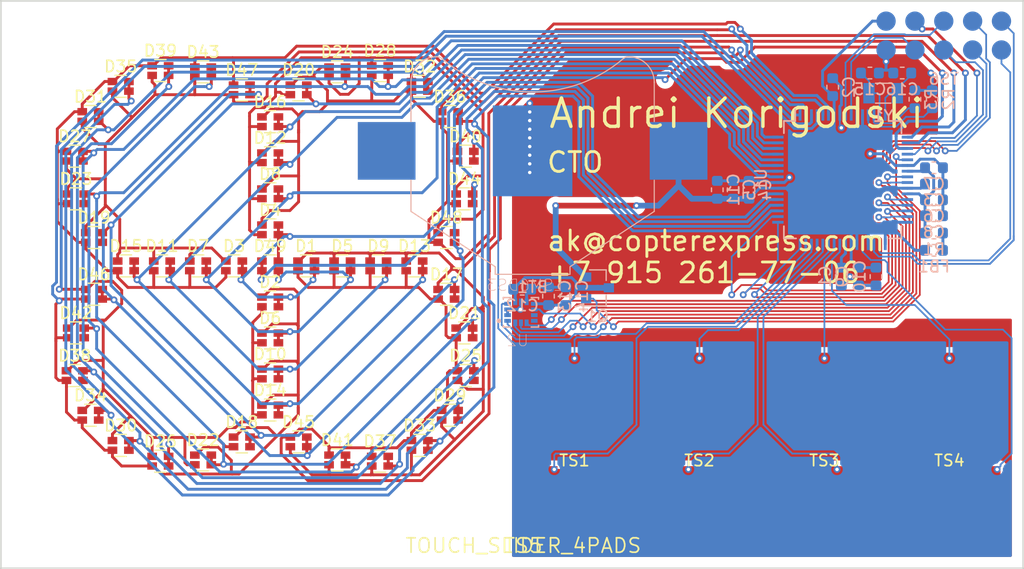
<source format=kicad_pcb>
(kicad_pcb (version 20171130) (host pcbnew 5.0.2+dfsg1-1~bpo9+1)
  (layers (0 F.Cu signal) (31 B.Cu signal) (34 B.Paste user hide) (35 F.Paste user hide) (36 B.SilkS user hide) (37 F.SilkS user) (38 B.Mask user) (39 F.Mask user) (44 Edge.Cuts user))
  (net 0 "")
  (net 1 LED_K0)
  (net 2 LED_K1)
  (net 3 LED_A0)
  (net 4 LED_K3)
  (net 5 LED_K2)
  (net 6 LED_K4)
  (net 7 LED_K5)
  (net 8 LED_K7)
  (net 9 LED_K6)
  (net 10 LED_K8)
  (net 11 LED_A1)
  (net 12 LED_A2)
  (net 13 LED_A3)
  (net 14 LED_A4)
  (net 15 LED_A5)
  (net 16 LED_A6)
  (net 17 LED_A7)
  (net 18 LED_A8)
  (net 19 VDD)
  (net 20 GND)
  (net 21 N$7)
  (net 22 N$6)
  (net 23 N$13)
  (net 24 N$14)
  (net 25 N$5)
  (net 26 N$19)
  (net 27 N$20)
  (net 28 N$16)
  (net 29 N$15)
  (net 30 N$17)
  (net 31 N$18)
  (net 32 N$12)
  (net 33 N$11)
  (net 34 TOUCH_PAD0)
  (net 35 N$1)
  (net 36 TOUCH_PAD1)
  (net 37 TOUCH_PAD2)
  (net 38 TOUCH_PAD3)
  (net 39 N$21)
  (net 40 N$22)
  (net 41 N$23)
  (net 42 N$8)
  (net 43 N$10)
  (net 44 N$9)
  (net 45 LED_K9)
  (net 46 LED_K10)
  (net 47 LED_K11)
  (net 48 LFXTAL_P)
  (net 49 LFXTAL_N)
  (net 50 IMU_VDD)
  (net 51 N$24)
  (net 52 MCU_AVDD)
  (net 53 N$2)
  (net 54 N$25)
  (module footprints:LED_DUAL_0606 (layer F.Cu) (at 126.884 103.351)
    (fp_text reference D1 (at 0 -1.75) (layer F.SilkS))
    (fp_text value LED_Dual_AACC)
    (pad 3 smd rect (at 0.725 -0.425) (size 0.85 0.65) (layers F.Cu F.Paste F.Mask) (net 1 LED_K0))
    (pad 4 smd rect (at 0.725 0.425) (size 0.85 0.65) (layers F.Cu F.Paste F.Mask) (net 1 LED_K0))
    (pad 2 smd rect (at -0.725 0.425) (size 0.85 0.65) (layers F.Cu F.Paste F.Mask) (net 11 LED_A1))
    (pad 1 smd rect (at -0.725 -0.425) (size 0.85 0.65) (layers F.Cu F.Paste F.Mask) (net 3 LED_A0))
  )
  (module footprints:LED_DUAL_0606 (layer F.Cu) (at 123.709 106.526)
    (fp_text reference D2 (at 0 -1.75) (layer F.SilkS))
    (fp_text value LED_Dual_AACC)
    (pad 3 smd rect (at 0.725 -0.425) (size 0.85 0.65) (layers F.Cu F.Paste F.Mask) (net 1 LED_K0))
    (pad 4 smd rect (at 0.725 0.425) (size 0.85 0.65) (layers F.Cu F.Paste F.Mask) (net 1 LED_K0))
    (pad 2 smd rect (at -0.725 0.425) (size 0.85 0.65) (layers F.Cu F.Paste F.Mask) (net 13 LED_A3))
    (pad 1 smd rect (at -0.725 -0.425) (size 0.85 0.65) (layers F.Cu F.Paste F.Mask) (net 12 LED_A2))
  )
  (module footprints:LED_DUAL_0606 (layer F.Cu) (at 120.534 103.351)
    (fp_text reference D3 (at 0 -1.75) (layer F.SilkS))
    (fp_text value LED_Dual_AACC)
    (pad 3 smd rect (at 0.725 -0.425) (size 0.85 0.65) (layers F.Cu F.Paste F.Mask) (net 1 LED_K0))
    (pad 4 smd rect (at 0.725 0.425) (size 0.85 0.65) (layers F.Cu F.Paste F.Mask) (net 1 LED_K0))
    (pad 2 smd rect (at -0.725 0.425) (size 0.85 0.65) (layers F.Cu F.Paste F.Mask) (net 15 LED_A5))
    (pad 1 smd rect (at -0.725 -0.425) (size 0.85 0.65) (layers F.Cu F.Paste F.Mask) (net 14 LED_A4))
  )
  (module footprints:LED_DUAL_0606 (layer F.Cu) (at 123.709 100.176)
    (fp_text reference D4 (at 0 -1.75) (layer F.SilkS))
    (fp_text value LED_Dual_AACC)
    (pad 3 smd rect (at 0.725 -0.425) (size 0.85 0.65) (layers F.Cu F.Paste F.Mask) (net 1 LED_K0))
    (pad 4 smd rect (at 0.725 0.425) (size 0.85 0.65) (layers F.Cu F.Paste F.Mask) (net 1 LED_K0))
    (pad 2 smd rect (at -0.725 0.425) (size 0.85 0.65) (layers F.Cu F.Paste F.Mask) (net 17 LED_A7))
    (pad 1 smd rect (at -0.725 -0.425) (size 0.85 0.65) (layers F.Cu F.Paste F.Mask) (net 16 LED_A6))
  )
  (module footprints:LED_DUAL_0606 (layer F.Cu) (at 130.059 103.351)
    (fp_text reference D5 (at 0 -1.75) (layer F.SilkS))
    (fp_text value LED_Dual_AACC)
    (pad 3 smd rect (at 0.725 -0.425) (size 0.85 0.65) (layers F.Cu F.Paste F.Mask) (net 2 LED_K1))
    (pad 4 smd rect (at 0.725 0.425) (size 0.85 0.65) (layers F.Cu F.Paste F.Mask) (net 2 LED_K1))
    (pad 2 smd rect (at -0.725 0.425) (size 0.85 0.65) (layers F.Cu F.Paste F.Mask) (net 11 LED_A1))
    (pad 1 smd rect (at -0.725 -0.425) (size 0.85 0.65) (layers F.Cu F.Paste F.Mask) (net 3 LED_A0))
  )
  (module footprints:LED_DUAL_0606 (layer F.Cu) (at 123.709 109.701)
    (fp_text reference D6 (at 0 -1.75) (layer F.SilkS))
    (fp_text value LED_Dual_AACC)
    (pad 3 smd rect (at 0.725 -0.425) (size 0.85 0.65) (layers F.Cu F.Paste F.Mask) (net 2 LED_K1))
    (pad 4 smd rect (at 0.725 0.425) (size 0.85 0.65) (layers F.Cu F.Paste F.Mask) (net 2 LED_K1))
    (pad 2 smd rect (at -0.725 0.425) (size 0.85 0.65) (layers F.Cu F.Paste F.Mask) (net 13 LED_A3))
    (pad 1 smd rect (at -0.725 -0.425) (size 0.85 0.65) (layers F.Cu F.Paste F.Mask) (net 12 LED_A2))
  )
  (module footprints:LED_DUAL_0606 (layer F.Cu) (at 117.359 103.351)
    (fp_text reference D7 (at 0 -1.75) (layer F.SilkS))
    (fp_text value LED_Dual_AACC)
    (pad 3 smd rect (at 0.725 -0.425) (size 0.85 0.65) (layers F.Cu F.Paste F.Mask) (net 2 LED_K1))
    (pad 4 smd rect (at 0.725 0.425) (size 0.85 0.65) (layers F.Cu F.Paste F.Mask) (net 2 LED_K1))
    (pad 2 smd rect (at -0.725 0.425) (size 0.85 0.65) (layers F.Cu F.Paste F.Mask) (net 15 LED_A5))
    (pad 1 smd rect (at -0.725 -0.425) (size 0.85 0.65) (layers F.Cu F.Paste F.Mask) (net 14 LED_A4))
  )
  (module footprints:LED_DUAL_0606 (layer F.Cu) (at 123.709 97.001)
    (fp_text reference D8 (at 0 -1.75) (layer F.SilkS))
    (fp_text value LED_Dual_AACC)
    (pad 3 smd rect (at 0.725 -0.425) (size 0.85 0.65) (layers F.Cu F.Paste F.Mask) (net 2 LED_K1))
    (pad 4 smd rect (at 0.725 0.425) (size 0.85 0.65) (layers F.Cu F.Paste F.Mask) (net 2 LED_K1))
    (pad 2 smd rect (at -0.725 0.425) (size 0.85 0.65) (layers F.Cu F.Paste F.Mask) (net 17 LED_A7))
    (pad 1 smd rect (at -0.725 -0.425) (size 0.85 0.65) (layers F.Cu F.Paste F.Mask) (net 16 LED_A6))
  )
  (module footprints:LED_DUAL_0606 (layer F.Cu) (at 133.234 103.351)
    (fp_text reference D9 (at 0 -1.75) (layer F.SilkS))
    (fp_text value LED_Dual_AACC)
    (pad 3 smd rect (at 0.725 -0.425) (size 0.85 0.65) (layers F.Cu F.Paste F.Mask) (net 5 LED_K2))
    (pad 4 smd rect (at 0.725 0.425) (size 0.85 0.65) (layers F.Cu F.Paste F.Mask) (net 5 LED_K2))
    (pad 2 smd rect (at -0.725 0.425) (size 0.85 0.65) (layers F.Cu F.Paste F.Mask) (net 11 LED_A1))
    (pad 1 smd rect (at -0.725 -0.425) (size 0.85 0.65) (layers F.Cu F.Paste F.Mask) (net 3 LED_A0))
  )
  (module footprints:LED_DUAL_0606 (layer F.Cu) (at 123.709 112.875999)
    (fp_text reference D10 (at 0 -1.75) (layer F.SilkS))
    (fp_text value LED_Dual_AACC)
    (pad 3 smd rect (at 0.725 -0.425) (size 0.85 0.65) (layers F.Cu F.Paste F.Mask) (net 5 LED_K2))
    (pad 4 smd rect (at 0.725 0.425) (size 0.85 0.65) (layers F.Cu F.Paste F.Mask) (net 5 LED_K2))
    (pad 2 smd rect (at -0.725 0.425) (size 0.85 0.65) (layers F.Cu F.Paste F.Mask) (net 13 LED_A3))
    (pad 1 smd rect (at -0.725 -0.425) (size 0.85 0.65) (layers F.Cu F.Paste F.Mask) (net 12 LED_A2))
  )
  (module footprints:LED_DUAL_0606 (layer F.Cu) (at 114.184 103.351)
    (fp_text reference D11 (at 0 -1.75) (layer F.SilkS))
    (fp_text value LED_Dual_AACC)
    (pad 3 smd rect (at 0.725 -0.425) (size 0.85 0.65) (layers F.Cu F.Paste F.Mask) (net 5 LED_K2))
    (pad 4 smd rect (at 0.725 0.425) (size 0.85 0.65) (layers F.Cu F.Paste F.Mask) (net 5 LED_K2))
    (pad 2 smd rect (at -0.725 0.425) (size 0.85 0.65) (layers F.Cu F.Paste F.Mask) (net 15 LED_A5))
    (pad 1 smd rect (at -0.725 -0.425) (size 0.85 0.65) (layers F.Cu F.Paste F.Mask) (net 14 LED_A4))
  )
  (module footprints:LED_DUAL_0606 (layer F.Cu) (at 123.709 93.826)
    (fp_text reference D12 (at 0 -1.75) (layer F.SilkS))
    (fp_text value LED_Dual_AACC)
    (pad 3 smd rect (at 0.725 -0.425) (size 0.85 0.65) (layers F.Cu F.Paste F.Mask) (net 5 LED_K2))
    (pad 4 smd rect (at 0.725 0.425) (size 0.85 0.65) (layers F.Cu F.Paste F.Mask) (net 5 LED_K2))
    (pad 2 smd rect (at -0.725 0.425) (size 0.85 0.65) (layers F.Cu F.Paste F.Mask) (net 17 LED_A7))
    (pad 1 smd rect (at -0.725 -0.425) (size 0.85 0.65) (layers F.Cu F.Paste F.Mask) (net 16 LED_A6))
  )
  (module footprints:LED_DUAL_0606 (layer F.Cu) (at 136.409 103.351)
    (fp_text reference D13 (at 0 -1.75) (layer F.SilkS))
    (fp_text value LED_Dual_AACC)
    (pad 3 smd rect (at 0.725 -0.425) (size 0.85 0.65) (layers F.Cu F.Paste F.Mask) (net 4 LED_K3))
    (pad 4 smd rect (at 0.725 0.425) (size 0.85 0.65) (layers F.Cu F.Paste F.Mask) (net 4 LED_K3))
    (pad 2 smd rect (at -0.725 0.425) (size 0.85 0.65) (layers F.Cu F.Paste F.Mask) (net 11 LED_A1))
    (pad 1 smd rect (at -0.725 -0.425) (size 0.85 0.65) (layers F.Cu F.Paste F.Mask) (net 3 LED_A0))
  )
  (module footprints:LED_DUAL_0606 (layer F.Cu) (at 123.709 116.051)
    (fp_text reference D14 (at 0 -1.75) (layer F.SilkS))
    (fp_text value LED_Dual_AACC)
    (pad 3 smd rect (at 0.725 -0.425) (size 0.85 0.65) (layers F.Cu F.Paste F.Mask) (net 4 LED_K3))
    (pad 4 smd rect (at 0.725 0.425) (size 0.85 0.65) (layers F.Cu F.Paste F.Mask) (net 4 LED_K3))
    (pad 2 smd rect (at -0.725 0.425) (size 0.85 0.65) (layers F.Cu F.Paste F.Mask) (net 13 LED_A3))
    (pad 1 smd rect (at -0.725 -0.425) (size 0.85 0.65) (layers F.Cu F.Paste F.Mask) (net 12 LED_A2))
  )
  (module footprints:LED_DUAL_0606 (layer F.Cu) (at 111.009 103.351)
    (fp_text reference D15 (at 0 -1.75) (layer F.SilkS))
    (fp_text value LED_Dual_AACC)
    (pad 3 smd rect (at 0.725 -0.425) (size 0.85 0.65) (layers F.Cu F.Paste F.Mask) (net 4 LED_K3))
    (pad 4 smd rect (at 0.725 0.425) (size 0.85 0.65) (layers F.Cu F.Paste F.Mask) (net 4 LED_K3))
    (pad 2 smd rect (at -0.725 0.425) (size 0.85 0.65) (layers F.Cu F.Paste F.Mask) (net 15 LED_A5))
    (pad 1 smd rect (at -0.725 -0.425) (size 0.85 0.65) (layers F.Cu F.Paste F.Mask) (net 14 LED_A4))
  )
  (module footprints:LED_DUAL_0606 (layer F.Cu) (at 123.709 90.651)
    (fp_text reference D16 (at 0 -1.75) (layer F.SilkS))
    (fp_text value LED_Dual_AACC)
    (pad 3 smd rect (at 0.725 -0.425) (size 0.85 0.65) (layers F.Cu F.Paste F.Mask) (net 4 LED_K3))
    (pad 4 smd rect (at 0.725 0.425) (size 0.85 0.65) (layers F.Cu F.Paste F.Mask) (net 4 LED_K3))
    (pad 2 smd rect (at -0.725 0.425) (size 0.85 0.65) (layers F.Cu F.Paste F.Mask) (net 17 LED_A7))
    (pad 1 smd rect (at -0.725 -0.425) (size 0.85 0.65) (layers F.Cu F.Paste F.Mask) (net 16 LED_A6))
  )
  (module footprints:LED_DUAL_0606 (layer F.Cu) (at 139.217852 105.850666)
    (fp_text reference D17 (at 0 -1.75) (layer F.SilkS))
    (fp_text value LED_Dual_AACC)
    (pad 3 smd rect (at 0.725 -0.425) (size 0.85 0.65) (layers F.Cu F.Paste F.Mask) (net 6 LED_K4))
    (pad 4 smd rect (at 0.725 0.425) (size 0.85 0.65) (layers F.Cu F.Paste F.Mask) (net 6 LED_K4))
    (pad 2 smd rect (at -0.725 0.425) (size 0.85 0.65) (layers F.Cu F.Paste F.Mask) (net 11 LED_A1))
    (pad 1 smd rect (at -0.725 -0.425) (size 0.85 0.65) (layers F.Cu F.Paste F.Mask) (net 3 LED_A0))
  )
  (module footprints:LED_DUAL_0606 (layer F.Cu) (at 121.209333 118.859852)
    (fp_text reference D18 (at 0 -1.75) (layer F.SilkS))
    (fp_text value LED_Dual_AACC)
    (pad 3 smd rect (at 0.725 -0.425) (size 0.85 0.65) (layers F.Cu F.Paste F.Mask) (net 6 LED_K4))
    (pad 4 smd rect (at 0.725 0.425) (size 0.85 0.65) (layers F.Cu F.Paste F.Mask) (net 6 LED_K4))
    (pad 2 smd rect (at -0.725 0.425) (size 0.85 0.65) (layers F.Cu F.Paste F.Mask) (net 13 LED_A3))
    (pad 1 smd rect (at -0.725 -0.425) (size 0.85 0.65) (layers F.Cu F.Paste F.Mask) (net 12 LED_A2))
  )
  (module footprints:LED_DUAL_0606 (layer F.Cu) (at 108.200147 100.851333)
    (fp_text reference D19 (at 0 -1.75) (layer F.SilkS))
    (fp_text value LED_Dual_AACC)
    (pad 3 smd rect (at 0.725 -0.425) (size 0.85 0.65) (layers F.Cu F.Paste F.Mask) (net 6 LED_K4))
    (pad 4 smd rect (at 0.725 0.425) (size 0.85 0.65) (layers F.Cu F.Paste F.Mask) (net 6 LED_K4))
    (pad 2 smd rect (at -0.725 0.425) (size 0.85 0.65) (layers F.Cu F.Paste F.Mask) (net 15 LED_A5))
    (pad 1 smd rect (at -0.725 -0.425) (size 0.85 0.65) (layers F.Cu F.Paste F.Mask) (net 14 LED_A4))
  )
  (module footprints:LED_DUAL_0606 (layer F.Cu) (at 126.208666 87.842147)
    (fp_text reference D20 (at 0 -1.75) (layer F.SilkS))
    (fp_text value LED_Dual_AACC)
    (pad 3 smd rect (at 0.725 -0.425) (size 0.85 0.65) (layers F.Cu F.Paste F.Mask) (net 6 LED_K4))
    (pad 4 smd rect (at 0.725 0.425) (size 0.85 0.65) (layers F.Cu F.Paste F.Mask) (net 6 LED_K4))
    (pad 2 smd rect (at -0.725 0.425) (size 0.85 0.65) (layers F.Cu F.Paste F.Mask) (net 17 LED_A7))
    (pad 1 smd rect (at -0.725 -0.425) (size 0.85 0.65) (layers F.Cu F.Paste F.Mask) (net 16 LED_A6))
  )
  (module footprints:LED_DUAL_0606 (layer F.Cu) (at 140.806919 109.258431)
    (fp_text reference D21 (at 0 -1.75) (layer F.SilkS))
    (fp_text value LED_Dual_AACC)
    (pad 3 smd rect (at 0.725 -0.425) (size 0.85 0.65) (layers F.Cu F.Paste F.Mask) (net 7 LED_K5))
    (pad 4 smd rect (at 0.725 0.425) (size 0.85 0.65) (layers F.Cu F.Paste F.Mask) (net 7 LED_K5))
    (pad 2 smd rect (at -0.725 0.425) (size 0.85 0.65) (layers F.Cu F.Paste F.Mask) (net 11 LED_A1))
    (pad 1 smd rect (at -0.725 -0.425) (size 0.85 0.65) (layers F.Cu F.Paste F.Mask) (net 3 LED_A0))
  )
  (module footprints:LED_DUAL_0606 (layer F.Cu) (at 117.801568 120.448919)
    (fp_text reference D22 (at 0 -1.75) (layer F.SilkS))
    (fp_text value LED_Dual_AACC)
    (pad 3 smd rect (at 0.725 -0.425) (size 0.85 0.65) (layers F.Cu F.Paste F.Mask) (net 7 LED_K5))
    (pad 4 smd rect (at 0.725 0.425) (size 0.85 0.65) (layers F.Cu F.Paste F.Mask) (net 7 LED_K5))
    (pad 2 smd rect (at -0.725 0.425) (size 0.85 0.65) (layers F.Cu F.Paste F.Mask) (net 13 LED_A3))
    (pad 1 smd rect (at -0.725 -0.425) (size 0.85 0.65) (layers F.Cu F.Paste F.Mask) (net 12 LED_A2))
  )
  (module footprints:LED_DUAL_0606 (layer F.Cu) (at 106.61108 97.443568)
    (fp_text reference D23 (at 0 -1.75) (layer F.SilkS))
    (fp_text value LED_Dual_AACC)
    (pad 3 smd rect (at 0.725 -0.425) (size 0.85 0.65) (layers F.Cu F.Paste F.Mask) (net 7 LED_K5))
    (pad 4 smd rect (at 0.725 0.425) (size 0.85 0.65) (layers F.Cu F.Paste F.Mask) (net 7 LED_K5))
    (pad 2 smd rect (at -0.725 0.425) (size 0.85 0.65) (layers F.Cu F.Paste F.Mask) (net 15 LED_A5))
    (pad 1 smd rect (at -0.725 -0.425) (size 0.85 0.65) (layers F.Cu F.Paste F.Mask) (net 14 LED_A4))
  )
  (module footprints:LED_DUAL_0606 (layer F.Cu) (at 129.616431 86.25308)
    (fp_text reference D24 (at 0 -1.75) (layer F.SilkS))
    (fp_text value LED_Dual_AACC)
    (pad 3 smd rect (at 0.725 -0.425) (size 0.85 0.65) (layers F.Cu F.Paste F.Mask) (net 7 LED_K5))
    (pad 4 smd rect (at 0.725 0.425) (size 0.85 0.65) (layers F.Cu F.Paste F.Mask) (net 7 LED_K5))
    (pad 2 smd rect (at -0.725 0.425) (size 0.85 0.65) (layers F.Cu F.Paste F.Mask) (net 17 LED_A7))
    (pad 1 smd rect (at -0.725 -0.425) (size 0.85 0.65) (layers F.Cu F.Paste F.Mask) (net 16 LED_A6))
  )
  (module footprints:LED_DUAL_0606 (layer F.Cu) (at 140.916279 113.016892)
    (fp_text reference D25 (at 0 -1.75) (layer F.SilkS))
    (fp_text value LED_Dual_AACC)
    (pad 3 smd rect (at 0.725 -0.425) (size 0.85 0.65) (layers F.Cu F.Paste F.Mask) (net 9 LED_K6))
    (pad 4 smd rect (at 0.725 0.425) (size 0.85 0.65) (layers F.Cu F.Paste F.Mask) (net 9 LED_K6))
    (pad 2 smd rect (at -0.725 0.425) (size 0.85 0.65) (layers F.Cu F.Paste F.Mask) (net 3 LED_A0))
    (pad 1 smd rect (at -0.725 -0.425) (size 0.85 0.65) (layers F.Cu F.Paste F.Mask) (net 11 LED_A1))
  )
  (module footprints:LED_DUAL_0606 (layer F.Cu) (at 114.043107 120.558279)
    (fp_text reference D26 (at 0 -1.75) (layer F.SilkS))
    (fp_text value LED_Dual_AACC)
    (pad 3 smd rect (at 0.725 -0.425) (size 0.85 0.65) (layers F.Cu F.Paste F.Mask) (net 9 LED_K6))
    (pad 4 smd rect (at 0.725 0.425) (size 0.85 0.65) (layers F.Cu F.Paste F.Mask) (net 9 LED_K6))
    (pad 2 smd rect (at -0.725 0.425) (size 0.85 0.65) (layers F.Cu F.Paste F.Mask) (net 12 LED_A2))
    (pad 1 smd rect (at -0.725 -0.425) (size 0.85 0.65) (layers F.Cu F.Paste F.Mask) (net 13 LED_A3))
  )
  (module footprints:LED_DUAL_0606 (layer F.Cu) (at 106.50172 93.685107)
    (fp_text reference D27 (at 0 -1.75) (layer F.SilkS))
    (fp_text value LED_Dual_AACC)
    (pad 3 smd rect (at 0.725 -0.425) (size 0.85 0.65) (layers F.Cu F.Paste F.Mask) (net 9 LED_K6))
    (pad 4 smd rect (at 0.725 0.425) (size 0.85 0.65) (layers F.Cu F.Paste F.Mask) (net 9 LED_K6))
    (pad 2 smd rect (at -0.725 0.425) (size 0.85 0.65) (layers F.Cu F.Paste F.Mask) (net 14 LED_A4))
    (pad 1 smd rect (at -0.725 -0.425) (size 0.85 0.65) (layers F.Cu F.Paste F.Mask) (net 15 LED_A5))
  )
  (module footprints:LED_DUAL_0606 (layer F.Cu) (at 133.374892 86.14372)
    (fp_text reference D28 (at 0 -1.75) (layer F.SilkS))
    (fp_text value LED_Dual_AACC)
    (pad 3 smd rect (at 0.725 -0.425) (size 0.85 0.65) (layers F.Cu F.Paste F.Mask) (net 9 LED_K6))
    (pad 4 smd rect (at 0.725 0.425) (size 0.85 0.65) (layers F.Cu F.Paste F.Mask) (net 9 LED_K6))
    (pad 2 smd rect (at -0.725 0.425) (size 0.85 0.65) (layers F.Cu F.Paste F.Mask) (net 16 LED_A6))
    (pad 1 smd rect (at -0.725 -0.425) (size 0.85 0.65) (layers F.Cu F.Paste F.Mask) (net 17 LED_A7))
  )
  (module footprints:LED_DUAL_0606 (layer F.Cu) (at 139.528045 116.511287)
    (fp_text reference D29 (at 0 -1.75) (layer F.SilkS))
    (fp_text value LED_Dual_AACC)
    (pad 3 smd rect (at 0.725 -0.425) (size 0.85 0.65) (layers F.Cu F.Paste F.Mask) (net 8 LED_K7))
    (pad 4 smd rect (at 0.725 0.425) (size 0.85 0.65) (layers F.Cu F.Paste F.Mask) (net 8 LED_K7))
    (pad 2 smd rect (at -0.725 0.425) (size 0.85 0.65) (layers F.Cu F.Paste F.Mask) (net 3 LED_A0))
    (pad 1 smd rect (at -0.725 -0.425) (size 0.85 0.65) (layers F.Cu F.Paste F.Mask) (net 11 LED_A1))
  )
  (module footprints:LED_DUAL_0606 (layer F.Cu) (at 110.548712 119.170045)
    (fp_text reference D30 (at 0 -1.75) (layer F.SilkS))
    (fp_text value LED_Dual_AACC)
    (pad 3 smd rect (at 0.725 -0.425) (size 0.85 0.65) (layers F.Cu F.Paste F.Mask) (net 8 LED_K7))
    (pad 4 smd rect (at 0.725 0.425) (size 0.85 0.65) (layers F.Cu F.Paste F.Mask) (net 8 LED_K7))
    (pad 2 smd rect (at -0.725 0.425) (size 0.85 0.65) (layers F.Cu F.Paste F.Mask) (net 12 LED_A2))
    (pad 1 smd rect (at -0.725 -0.425) (size 0.85 0.65) (layers F.Cu F.Paste F.Mask) (net 13 LED_A3))
  )
  (module footprints:LED_DUAL_0606 (layer F.Cu) (at 107.889954 90.190712)
    (fp_text reference D31 (at 0 -1.75) (layer F.SilkS))
    (fp_text value LED_Dual_AACC)
    (pad 3 smd rect (at 0.725 -0.425) (size 0.85 0.65) (layers F.Cu F.Paste F.Mask) (net 8 LED_K7))
    (pad 4 smd rect (at 0.725 0.425) (size 0.85 0.65) (layers F.Cu F.Paste F.Mask) (net 8 LED_K7))
    (pad 2 smd rect (at -0.725 0.425) (size 0.85 0.65) (layers F.Cu F.Paste F.Mask) (net 14 LED_A4))
    (pad 1 smd rect (at -0.725 -0.425) (size 0.85 0.65) (layers F.Cu F.Paste F.Mask) (net 15 LED_A5))
  )
  (module footprints:LED_DUAL_0606 (layer F.Cu) (at 136.869287 87.531954)
    (fp_text reference D32 (at 0 -1.75) (layer F.SilkS))
    (fp_text value LED_Dual_AACC)
    (pad 3 smd rect (at 0.725 -0.425) (size 0.85 0.65) (layers F.Cu F.Paste F.Mask) (net 8 LED_K7))
    (pad 4 smd rect (at 0.725 0.425) (size 0.85 0.65) (layers F.Cu F.Paste F.Mask) (net 8 LED_K7))
    (pad 2 smd rect (at -0.725 0.425) (size 0.85 0.65) (layers F.Cu F.Paste F.Mask) (net 16 LED_A6))
    (pad 1 smd rect (at -0.725 -0.425) (size 0.85 0.65) (layers F.Cu F.Paste F.Mask) (net 17 LED_A7))
  )
  (module footprints:LED_DUAL_0606 (layer F.Cu) (at 136.869287 119.170045)
    (fp_text reference D33 (at 0 -1.75) (layer F.SilkS))
    (fp_text value LED_Dual_AACC)
    (pad 3 smd rect (at 0.725 -0.425) (size 0.85 0.65) (layers F.Cu F.Paste F.Mask) (net 10 LED_K8))
    (pad 4 smd rect (at 0.725 0.425) (size 0.85 0.65) (layers F.Cu F.Paste F.Mask) (net 10 LED_K8))
    (pad 2 smd rect (at -0.725 0.425) (size 0.85 0.65) (layers F.Cu F.Paste F.Mask) (net 3 LED_A0))
    (pad 1 smd rect (at -0.725 -0.425) (size 0.85 0.65) (layers F.Cu F.Paste F.Mask) (net 11 LED_A1))
  )
  (module footprints:LED_DUAL_0606 (layer F.Cu) (at 107.889954 116.511287)
    (fp_text reference D34 (at 0 -1.75) (layer F.SilkS))
    (fp_text value LED_Dual_AACC)
    (pad 3 smd rect (at 0.725 -0.425) (size 0.85 0.65) (layers F.Cu F.Paste F.Mask) (net 10 LED_K8))
    (pad 4 smd rect (at 0.725 0.425) (size 0.85 0.65) (layers F.Cu F.Paste F.Mask) (net 10 LED_K8))
    (pad 2 smd rect (at -0.725 0.425) (size 0.85 0.65) (layers F.Cu F.Paste F.Mask) (net 12 LED_A2))
    (pad 1 smd rect (at -0.725 -0.425) (size 0.85 0.65) (layers F.Cu F.Paste F.Mask) (net 13 LED_A3))
  )
  (module footprints:LED_DUAL_0606 (layer F.Cu) (at 110.548712 87.531954)
    (fp_text reference D35 (at 0 -1.75) (layer F.SilkS))
    (fp_text value LED_Dual_AACC)
    (pad 3 smd rect (at 0.725 -0.425) (size 0.85 0.65) (layers F.Cu F.Paste F.Mask) (net 10 LED_K8))
    (pad 4 smd rect (at 0.725 0.425) (size 0.85 0.65) (layers F.Cu F.Paste F.Mask) (net 10 LED_K8))
    (pad 2 smd rect (at -0.725 0.425) (size 0.85 0.65) (layers F.Cu F.Paste F.Mask) (net 14 LED_A4))
    (pad 1 smd rect (at -0.725 -0.425) (size 0.85 0.65) (layers F.Cu F.Paste F.Mask) (net 15 LED_A5))
  )
  (module footprints:LED_DUAL_0606 (layer F.Cu) (at 139.528045 90.190712)
    (fp_text reference D36 (at 0 -1.75) (layer F.SilkS))
    (fp_text value LED_Dual_AACC)
    (pad 3 smd rect (at 0.725 -0.425) (size 0.85 0.65) (layers F.Cu F.Paste F.Mask) (net 10 LED_K8))
    (pad 4 smd rect (at 0.725 0.425) (size 0.85 0.65) (layers F.Cu F.Paste F.Mask) (net 10 LED_K8))
    (pad 2 smd rect (at -0.725 0.425) (size 0.85 0.65) (layers F.Cu F.Paste F.Mask) (net 16 LED_A6))
    (pad 1 smd rect (at -0.725 -0.425) (size 0.85 0.65) (layers F.Cu F.Paste F.Mask) (net 17 LED_A7))
  )
  (module footprints:LED_DUAL_0606 (layer F.Cu) (at 133.374892 120.558279)
    (fp_text reference D37 (at 0 -1.75) (layer F.SilkS))
    (fp_text value LED_Dual_AACC)
    (pad 3 smd rect (at 0.725 -0.425) (size 0.85 0.65) (layers F.Cu F.Paste F.Mask) (net 45 LED_K9))
    (pad 4 smd rect (at 0.725 0.425) (size 0.85 0.65) (layers F.Cu F.Paste F.Mask) (net 45 LED_K9))
    (pad 2 smd rect (at -0.725 0.425) (size 0.85 0.65) (layers F.Cu F.Paste F.Mask) (net 3 LED_A0))
    (pad 1 smd rect (at -0.725 -0.425) (size 0.85 0.65) (layers F.Cu F.Paste F.Mask) (net 11 LED_A1))
  )
  (module footprints:LED_DUAL_0606 (layer F.Cu) (at 106.50172 113.016892)
    (fp_text reference D38 (at 0 -1.75) (layer F.SilkS))
    (fp_text value LED_Dual_AACC)
    (pad 3 smd rect (at 0.725 -0.425) (size 0.85 0.65) (layers F.Cu F.Paste F.Mask) (net 45 LED_K9))
    (pad 4 smd rect (at 0.725 0.425) (size 0.85 0.65) (layers F.Cu F.Paste F.Mask) (net 45 LED_K9))
    (pad 2 smd rect (at -0.725 0.425) (size 0.85 0.65) (layers F.Cu F.Paste F.Mask) (net 12 LED_A2))
    (pad 1 smd rect (at -0.725 -0.425) (size 0.85 0.65) (layers F.Cu F.Paste F.Mask) (net 13 LED_A3))
  )
  (module footprints:LED_DUAL_0606 (layer F.Cu) (at 114.043107 86.14372)
    (fp_text reference D39 (at 0 -1.75) (layer F.SilkS))
    (fp_text value LED_Dual_AACC)
    (pad 3 smd rect (at 0.725 -0.425) (size 0.85 0.65) (layers F.Cu F.Paste F.Mask) (net 45 LED_K9))
    (pad 4 smd rect (at 0.725 0.425) (size 0.85 0.65) (layers F.Cu F.Paste F.Mask) (net 45 LED_K9))
    (pad 2 smd rect (at -0.725 0.425) (size 0.85 0.65) (layers F.Cu F.Paste F.Mask) (net 14 LED_A4))
    (pad 1 smd rect (at -0.725 -0.425) (size 0.85 0.65) (layers F.Cu F.Paste F.Mask) (net 15 LED_A5))
  )
  (module footprints:LED_DUAL_0606 (layer F.Cu) (at 140.916279 93.685107)
    (fp_text reference D40 (at 0 -1.75) (layer F.SilkS))
    (fp_text value LED_Dual_AACC)
    (pad 3 smd rect (at 0.725 -0.425) (size 0.85 0.65) (layers F.Cu F.Paste F.Mask) (net 45 LED_K9))
    (pad 4 smd rect (at 0.725 0.425) (size 0.85 0.65) (layers F.Cu F.Paste F.Mask) (net 45 LED_K9))
    (pad 2 smd rect (at -0.725 0.425) (size 0.85 0.65) (layers F.Cu F.Paste F.Mask) (net 16 LED_A6))
    (pad 1 smd rect (at -0.725 -0.425) (size 0.85 0.65) (layers F.Cu F.Paste F.Mask) (net 17 LED_A7))
  )
  (module footprints:LED_DUAL_0606 (layer F.Cu) (at 129.616431 120.448919)
    (fp_text reference D41 (at 0 -1.75) (layer F.SilkS))
    (fp_text value LED_Dual_AACC)
    (pad 3 smd rect (at 0.725 -0.425) (size 0.85 0.65) (layers F.Cu F.Paste F.Mask) (net 46 LED_K10))
    (pad 4 smd rect (at 0.725 0.425) (size 0.85 0.65) (layers F.Cu F.Paste F.Mask) (net 46 LED_K10))
    (pad 2 smd rect (at -0.725 0.425) (size 0.85 0.65) (layers F.Cu F.Paste F.Mask) (net 3 LED_A0))
    (pad 1 smd rect (at -0.725 -0.425) (size 0.85 0.65) (layers F.Cu F.Paste F.Mask) (net 11 LED_A1))
  )
  (module footprints:LED_DUAL_0606 (layer F.Cu) (at 106.61108 109.258431)
    (fp_text reference D42 (at 0 -1.75) (layer F.SilkS))
    (fp_text value LED_Dual_AACC)
    (pad 3 smd rect (at 0.725 -0.425) (size 0.85 0.65) (layers F.Cu F.Paste F.Mask) (net 46 LED_K10))
    (pad 4 smd rect (at 0.725 0.425) (size 0.85 0.65) (layers F.Cu F.Paste F.Mask) (net 46 LED_K10))
    (pad 2 smd rect (at -0.725 0.425) (size 0.85 0.65) (layers F.Cu F.Paste F.Mask) (net 12 LED_A2))
    (pad 1 smd rect (at -0.725 -0.425) (size 0.85 0.65) (layers F.Cu F.Paste F.Mask) (net 13 LED_A3))
  )
  (module footprints:LED_DUAL_0606 (layer F.Cu) (at 117.801568 86.25308)
    (fp_text reference D43 (at 0 -1.75) (layer F.SilkS))
    (fp_text value LED_Dual_AACC)
    (pad 3 smd rect (at 0.725 -0.425) (size 0.85 0.65) (layers F.Cu F.Paste F.Mask) (net 46 LED_K10))
    (pad 4 smd rect (at 0.725 0.425) (size 0.85 0.65) (layers F.Cu F.Paste F.Mask) (net 46 LED_K10))
    (pad 2 smd rect (at -0.725 0.425) (size 0.85 0.65) (layers F.Cu F.Paste F.Mask) (net 14 LED_A4))
    (pad 1 smd rect (at -0.725 -0.425) (size 0.85 0.65) (layers F.Cu F.Paste F.Mask) (net 15 LED_A5))
  )
  (module footprints:LED_DUAL_0606 (layer F.Cu) (at 140.806919 97.443568)
    (fp_text reference D44 (at 0 -1.75) (layer F.SilkS))
    (fp_text value LED_Dual_AACC)
    (pad 3 smd rect (at 0.725 -0.425) (size 0.85 0.65) (layers F.Cu F.Paste F.Mask) (net 46 LED_K10))
    (pad 4 smd rect (at 0.725 0.425) (size 0.85 0.65) (layers F.Cu F.Paste F.Mask) (net 46 LED_K10))
    (pad 2 smd rect (at -0.725 0.425) (size 0.85 0.65) (layers F.Cu F.Paste F.Mask) (net 16 LED_A6))
    (pad 1 smd rect (at -0.725 -0.425) (size 0.85 0.65) (layers F.Cu F.Paste F.Mask) (net 17 LED_A7))
  )
  (module footprints:LED_DUAL_0606 (layer F.Cu) (at 126.208666 118.859852)
    (fp_text reference D45 (at 0 -1.75) (layer F.SilkS))
    (fp_text value LED_Dual_AACC)
    (pad 3 smd rect (at 0.725 -0.425) (size 0.85 0.65) (layers F.Cu F.Paste F.Mask) (net 47 LED_K11))
    (pad 4 smd rect (at 0.725 0.425) (size 0.85 0.65) (layers F.Cu F.Paste F.Mask) (net 47 LED_K11))
    (pad 2 smd rect (at -0.725 0.425) (size 0.85 0.65) (layers F.Cu F.Paste F.Mask) (net 3 LED_A0))
    (pad 1 smd rect (at -0.725 -0.425) (size 0.85 0.65) (layers F.Cu F.Paste F.Mask) (net 11 LED_A1))
  )
  (module footprints:LED_DUAL_0606 (layer F.Cu) (at 108.200147 105.850666)
    (fp_text reference D46 (at 0 -1.75) (layer F.SilkS))
    (fp_text value LED_Dual_AACC)
    (pad 3 smd rect (at 0.725 -0.425) (size 0.85 0.65) (layers F.Cu F.Paste F.Mask) (net 47 LED_K11))
    (pad 4 smd rect (at 0.725 0.425) (size 0.85 0.65) (layers F.Cu F.Paste F.Mask) (net 47 LED_K11))
    (pad 2 smd rect (at -0.725 0.425) (size 0.85 0.65) (layers F.Cu F.Paste F.Mask) (net 12 LED_A2))
    (pad 1 smd rect (at -0.725 -0.425) (size 0.85 0.65) (layers F.Cu F.Paste F.Mask) (net 13 LED_A3))
  )
  (module footprints:LED_DUAL_0606 (layer F.Cu) (at 121.209333 87.842147)
    (fp_text reference D47 (at 0 -1.75) (layer F.SilkS))
    (fp_text value LED_Dual_AACC)
    (pad 3 smd rect (at 0.725 -0.425) (size 0.85 0.65) (layers F.Cu F.Paste F.Mask) (net 47 LED_K11))
    (pad 4 smd rect (at 0.725 0.425) (size 0.85 0.65) (layers F.Cu F.Paste F.Mask) (net 47 LED_K11))
    (pad 2 smd rect (at -0.725 0.425) (size 0.85 0.65) (layers F.Cu F.Paste F.Mask) (net 14 LED_A4))
    (pad 1 smd rect (at -0.725 -0.425) (size 0.85 0.65) (layers F.Cu F.Paste F.Mask) (net 15 LED_A5))
  )
  (module footprints:LED_DUAL_0606 (layer F.Cu) (at 139.217852 100.851333)
    (fp_text reference D48 (at 0 -1.75) (layer F.SilkS))
    (fp_text value LED_Dual_AACC)
    (pad 3 smd rect (at 0.725 -0.425) (size 0.85 0.65) (layers F.Cu F.Paste F.Mask) (net 47 LED_K11))
    (pad 4 smd rect (at 0.725 0.425) (size 0.85 0.65) (layers F.Cu F.Paste F.Mask) (net 47 LED_K11))
    (pad 2 smd rect (at -0.725 0.425) (size 0.85 0.65) (layers F.Cu F.Paste F.Mask) (net 16 LED_A6))
    (pad 1 smd rect (at -0.725 -0.425) (size 0.85 0.65) (layers F.Cu F.Paste F.Mask) (net 17 LED_A7))
  )
  (module footprints:LED_DUAL_0606 (layer F.Cu) (at 123.709 103.351)
    (fp_text reference D49 (at 0 -1.75) (layer F.SilkS))
    (fp_text value LED_Dual_AACC)
    (pad 3 smd rect (at 0.725 -0.425) (size 0.85 0.65) (layers F.Cu F.Paste F.Mask) (net 1 LED_K0))
    (pad 4 smd rect (at 0.725 0.425) (size 0.85 0.65) (layers F.Cu F.Paste F.Mask) (net 2 LED_K1))
    (pad 2 smd rect (at -0.725 0.425) (size 0.85 0.65) (layers F.Cu F.Paste F.Mask) (net 18 LED_A8))
    (pad 1 smd rect (at -0.725 -0.425) (size 0.85 0.65) (layers F.Cu F.Paste F.Mask) (net 18 LED_A8))
  )
  (module Resistor_SMD:R_0603_1608Metric (layer B.Cu) (at 182.1435 100.457)
    (fp_text reference R1 (at 0 1.43) (layer B.SilkS) (effects (justify mirror)))
    (fp_text value 1)
    (pad 1 smd roundrect (at 0.7875 0) (size 0.875 0.95) (layers B.Cu B.Paste B.Mask) (net 53 N$2))
    (pad 2 smd roundrect (at -0.7875 0) (size 0.875 0.95) (layers B.Cu B.Paste B.Mask) (net 52 MCU_AVDD))
  )
  (module Package_QFP:LQFP-64_10x10mm_P0.5mm (layer B.Cu) (at 174.10708 95.75756 270)
    (fp_text reference U1 (at 0 7.2 270) (layer B.SilkS) (effects (justify mirror)))
    (fp_text value EFM32LG232F64)
    (pad 64 smd rect (at -3.75 5.7 180) (size 1 0.25) (layers B.Cu B.Paste B.Mask) (net 8 LED_K7))
    (pad 63 smd rect (at -3.25 5.7 180) (size 1 0.25) (layers B.Cu B.Paste B.Mask) (net 9 LED_K6))
    (pad 62 smd rect (at -2.75 5.7 180) (size 1 0.25) (layers B.Cu B.Paste B.Mask) (net 7 LED_K5))
    (pad 61 smd rect (at -2.25 5.7 180) (size 1 0.25) (layers B.Cu B.Paste B.Mask) (net 6 LED_K4))
    (pad 60 smd rect (at -1.75 5.7 180) (size 1 0.25) (layers B.Cu B.Paste B.Mask) (net 4 LED_K3))
    (pad 59 smd rect (at -1.25 5.7 180) (size 1 0.25) (layers B.Cu B.Paste B.Mask) (net 5 LED_K2))
    (pad 58 smd rect (at -0.75 5.7 180) (size 1 0.25) (layers B.Cu B.Paste B.Mask) (net 2 LED_K1))
    (pad 57 smd rect (at -0.25 5.7 180) (size 1 0.25) (layers B.Cu B.Paste B.Mask) (net 1 LED_K0))
    (pad 56 smd rect (at 0.25 5.7 180) (size 1 0.25) (layers B.Cu B.Paste B.Mask) (net 20 GND))
    (pad 55 smd rect (at 0.75 5.7 180) (size 1 0.25) (layers B.Cu B.Paste B.Mask) (net 19 VDD))
    (pad 54 smd rect (at 1.25 5.7 180) (size 1 0.25) (layers B.Cu B.Paste B.Mask) (net 47 LED_K11))
    (pad 53 smd rect (at 1.75 5.7 180) (size 1 0.25) (layers B.Cu B.Paste B.Mask) (net 46 LED_K10))
    (pad 52 smd rect (at 2.25 5.7 180) (size 1 0.25) (layers B.Cu B.Paste B.Mask) (net 45 LED_K9))
    (pad 51 smd rect (at 2.75 5.7 180) (size 1 0.25) (layers B.Cu B.Paste B.Mask) (net 10 LED_K8))
    (pad 50 smd rect (at 3.25 5.7 180) (size 1 0.25) (layers B.Cu B.Paste B.Mask) (net 44 N$9))
    (pad 49 smd rect (at 3.75 5.7 180) (size 1 0.25) (layers B.Cu B.Paste B.Mask) (net 43 N$10))
    (pad 48 smd rect (at 5.7 3.75 270) (size 1 0.25) (layers B.Cu B.Paste B.Mask) (net 42 N$8))
    (pad 47 smd rect (at 5.7 3.25 270) (size 1 0.25) (layers B.Cu B.Paste B.Mask) (net 34 TOUCH_PAD0))
    (pad 46 smd rect (at 5.7 2.75 270) (size 1 0.25) (layers B.Cu B.Paste B.Mask) (net 27 N$20))
    (pad 45 smd rect (at 5.7 2.25 270) (size 1 0.25) (layers B.Cu B.Paste B.Mask) (net 36 TOUCH_PAD1))
    (pad 44 smd rect (at 5.7 1.75 270) (size 1 0.25) (layers B.Cu B.Paste B.Mask) (net 39 N$21))
    (pad 43 smd rect (at 5.7 1.25 270) (size 1 0.25) (layers B.Cu B.Paste B.Mask) (net 40 N$22))
    (pad 42 smd rect (at 5.7 0.75 270) (size 1 0.25) (layers B.Cu B.Paste B.Mask) (net 37 TOUCH_PAD2))
    (pad 41 smd rect (at 5.7 0.25 270) (size 1 0.25) (layers B.Cu B.Paste B.Mask) (net 38 TOUCH_PAD3))
    (pad 40 smd rect (at 5.7 -0.25 270) (size 1 0.25) (layers B.Cu B.Paste B.Mask) (net 35 N$1))
    (pad 39 smd rect (at 5.7 -0.75 270) (size 1 0.25) (layers B.Cu B.Paste B.Mask) (net 19 VDD))
    (pad 38 smd rect (at 5.7 -1.25 270) (size 1 0.25) (layers B.Cu B.Paste B.Mask) (net 19 VDD))
    (pad 37 smd rect (at 5.7 -1.75 270) (size 1 0.25) (layers B.Cu B.Paste B.Mask) (net 41 N$23))
    (pad 36 smd rect (at 5.7 -2.25 270) (size 1 0.25) (layers B.Cu B.Paste B.Mask) (net 19 VDD))
    (pad 35 smd rect (at 5.7 -2.75 270) (size 1 0.25) (layers B.Cu B.Paste B.Mask) (net 33 N$11))
    (pad 34 smd rect (at 5.7 -3.25 270) (size 1 0.25) (layers B.Cu B.Paste B.Mask) (net 32 N$12))
    (pad 33 smd rect (at 5.7 -3.75 270) (size 1 0.25) (layers B.Cu B.Paste B.Mask) (net 19 VDD))
    (pad 32 smd rect (at 3.75 -5.7 180) (size 1 0.25) (layers B.Cu B.Paste B.Mask) (net 19 VDD))
    (pad 31 smd rect (at 3.25 -5.7 180) (size 1 0.25) (layers B.Cu B.Paste B.Mask) (net 30 N$17))
    (pad 30 smd rect (at 2.75 -5.7 180) (size 1 0.25) (layers B.Cu B.Paste B.Mask) (net 28 N$16))
    (pad 29 smd rect (at 2.25 -5.7 180) (size 1 0.25) (layers B.Cu B.Paste B.Mask) (net 24 N$14))
    (pad 28 smd rect (at 1.75 -5.7 180) (size 1 0.25) (layers B.Cu B.Paste B.Mask) (net 29 N$15))
    (pad 27 smd rect (at 1.25 -5.7 180) (size 1 0.25) (layers B.Cu B.Paste B.Mask) (net 52 MCU_AVDD))
    (pad 26 smd rect (at 0.75 -5.7 180) (size 1 0.25) (layers B.Cu B.Paste B.Mask) (net 19 VDD))
    (pad 25 smd rect (at 0.25 -5.7 180) (size 1 0.25) (layers B.Cu B.Paste B.Mask) (net 26 N$19))
    (pad 24 smd rect (at -0.25 -5.7 180) (size 1 0.25) (layers B.Cu B.Paste B.Mask) (net 31 N$18))
    (pad 23 smd rect (at -0.75 -5.7 180) (size 1 0.25) (layers B.Cu B.Paste B.Mask) (net 52 MCU_AVDD))
    (pad 22 smd rect (at -1.25 -5.7 180) (size 1 0.25) (layers B.Cu B.Paste B.Mask) (net 20 GND))
    (pad 21 smd rect (at -1.75 -5.7 180) (size 1 0.25) (layers B.Cu B.Paste B.Mask) (net 23 N$13))
    (pad 20 smd rect (at -2.25 -5.7 180) (size 1 0.25) (layers B.Cu B.Paste B.Mask) (net 25 N$5))
    (pad 19 smd rect (at -2.75 -5.7 180) (size 1 0.25) (layers B.Cu B.Paste B.Mask) (net 18 LED_A8))
    (pad 18 smd rect (at -3.25 -5.7 180) (size 1 0.25) (layers B.Cu B.Paste B.Mask) (net 17 LED_A7))
    (pad 17 smd rect (at -3.75 -5.7 180) (size 1 0.25) (layers B.Cu B.Paste B.Mask) (net 16 LED_A6))
    (pad 16 smd rect (at -5.7 -3.75 270) (size 1 0.25) (layers B.Cu B.Paste B.Mask) (net 49 LFXTAL_N))
    (pad 15 smd rect (at -5.7 -3.25 270) (size 1 0.25) (layers B.Cu B.Paste B.Mask) (net 48 LFXTAL_P))
    (pad 14 smd rect (at -5.7 -2.75 270) (size 1 0.25) (layers B.Cu B.Paste B.Mask) (net 54 N$25))
    (pad 13 smd rect (at -5.7 -2.25 270) (size 1 0.25) (layers B.Cu B.Paste B.Mask) (net 51 N$24))
    (pad 12 smd rect (at -5.7 -1.75 270) (size 1 0.25) (layers B.Cu B.Paste B.Mask) (net 19 VDD))
    (pad 11 smd rect (at -5.7 -1.25 270) (size 1 0.25) (layers B.Cu B.Paste B.Mask) (net 19 VDD))
    (pad 10 smd rect (at -5.7 -0.75 270) (size 1 0.25) (layers B.Cu B.Paste B.Mask) (net 22 N$6))
    (pad 9 smd rect (at -5.7 -0.25 270) (size 1 0.25) (layers B.Cu B.Paste B.Mask) (net 21 N$7))
    (pad 8 smd rect (at -5.7 0.25 270) (size 1 0.25) (layers B.Cu B.Paste B.Mask) (net 20 GND))
    (pad 7 smd rect (at -5.7 0.75 270) (size 1 0.25) (layers B.Cu B.Paste B.Mask) (net 19 VDD))
    (pad 6 smd rect (at -5.7 1.25 270) (size 1 0.25) (layers B.Cu B.Paste B.Mask) (net 15 LED_A5))
    (pad 5 smd rect (at -5.7 1.75 270) (size 1 0.25) (layers B.Cu B.Paste B.Mask) (net 14 LED_A4))
    (pad 4 smd rect (at -5.7 2.25 270) (size 1 0.25) (layers B.Cu B.Paste B.Mask) (net 13 LED_A3))
    (pad 3 smd rect (at -5.7 2.75 270) (size 1 0.25) (layers B.Cu B.Paste B.Mask) (net 12 LED_A2))
    (pad 2 smd rect (at -5.7 3.25 270) (size 1 0.25) (layers B.Cu B.Paste B.Mask) (net 11 LED_A1))
    (pad 1 smd rect (at -5.7 3.75 270) (size 1 0.25) (layers B.Cu B.Paste B.Mask) (net 3 LED_A0))
  )
  (module Crystal:Crystal_SMD_3215-2Pin_3.2x1.5mm (layer B.Cu) (at 177.673 88.138)
    (fp_text reference Y1 (at 0 2) (layer B.SilkS) (effects (justify mirror)))
    (fp_text value 32768Hz)
    (pad 1 smd rect (at -1.25 0) (size 1 1.8) (layers B.Cu B.Paste B.Mask) (net 48 LFXTAL_P))
    (pad 2 smd rect (at 1.25 0) (size 1 1.8) (layers B.Cu B.Paste B.Mask) (net 49 LFXTAL_N))
  )
  (module Capacitor_SMD:C_0603_1608Metric (layer B.Cu) (at 173.99 104.2925 270)
    (fp_text reference C1 (at 0 1.43 270) (layer B.SilkS) (effects (justify mirror)))
    (fp_text value 1uF)
    (pad 2 smd roundrect (at 0.7875 0 270) (size 0.875 0.95) (layers B.Cu B.Paste B.Mask) (net 20 GND))
    (pad 1 smd roundrect (at -0.7875 0 270) (size 0.875 0.95) (layers B.Cu B.Paste B.Mask) (net 35 N$1))
  )
  (module Capacitor_SMD:C_0603_1608Metric (layer B.Cu) (at 182.1435 96.139)
    (fp_text reference C3 (at 0 1.43) (layer B.SilkS) (effects (justify mirror)))
    (fp_text value 0.1uF)
    (pad 2 smd roundrect (at 0.7875 0) (size 0.875 0.95) (layers B.Cu B.Paste B.Mask) (net 20 GND))
    (pad 1 smd roundrect (at -0.7875 0) (size 0.875 0.95) (layers B.Cu B.Paste B.Mask) (net 19 VDD))
  )
  (module Capacitor_SMD:C_0603_1608Metric (layer B.Cu) (at 165.862 96.647 90)
    (fp_text reference C4 (at 0 1.43 90) (layer B.SilkS) (effects (justify mirror)))
    (fp_text value 0.1uF)
    (pad 2 smd roundrect (at 0.7875 0 90) (size 0.875 0.95) (layers B.Cu B.Paste B.Mask) (net 20 GND))
    (pad 1 smd roundrect (at -0.7875 0 90) (size 0.875 0.95) (layers B.Cu B.Paste B.Mask) (net 19 VDD))
  )
  (module Capacitor_SMD:C_0603_1608Metric (layer B.Cu) (at 164.465 96.647 90)
    (fp_text reference C5 (at 0 1.43 90) (layer B.SilkS) (effects (justify mirror)))
    (fp_text value 10uF)
    (pad 2 smd roundrect (at 0.7875 0 90) (size 0.875 0.95) (layers B.Cu B.Paste B.Mask) (net 20 GND))
    (pad 1 smd roundrect (at -0.7875 0 90) (size 0.875 0.95) (layers B.Cu B.Paste B.Mask) (net 19 VDD))
  )
  (module Capacitor_SMD:C_0603_1608Metric (layer B.Cu) (at 182.1435 97.536)
    (fp_text reference C6 (at 0 1.43) (layer B.SilkS) (effects (justify mirror)))
    (fp_text value 10nF)
    (pad 1 smd roundrect (at -0.7875 0) (size 0.875 0.95) (layers B.Cu B.Paste B.Mask) (net 52 MCU_AVDD))
    (pad 2 smd roundrect (at 0.7875 0) (size 0.875 0.95) (layers B.Cu B.Paste B.Mask) (net 20 GND))
  )
  (module Capacitor_SMD:C_0603_1608Metric (layer B.Cu) (at 182.1435 94.7039)
    (fp_text reference C7 (at 0 1.43) (layer B.SilkS) (effects (justify mirror)))
    (fp_text value 10nF)
    (pad 2 smd roundrect (at 0.7875 0) (size 0.875 0.95) (layers B.Cu B.Paste B.Mask) (net 20 GND))
    (pad 1 smd roundrect (at -0.7875 0) (size 0.875 0.95) (layers B.Cu B.Paste B.Mask) (net 52 MCU_AVDD))
  )
  (module Capacitor_SMD:C_0603_1608Metric (layer B.Cu) (at 182.1435 98.933)
    (fp_text reference C8 (at 0 1.43) (layer B.SilkS) (effects (justify mirror)))
    (fp_text value 10uF)
    (pad 2 smd roundrect (at 0.7875 0) (size 0.875 0.95) (layers B.Cu B.Paste B.Mask) (net 20 GND))
    (pad 1 smd roundrect (at -0.7875 0) (size 0.875 0.95) (layers B.Cu B.Paste B.Mask) (net 52 MCU_AVDD))
  )
  (module Capacitor_SMD:C_0603_1608Metric (layer B.Cu) (at 175.514 104.2925 270)
    (fp_text reference C9 (at 0 1.43 270) (layer B.SilkS) (effects (justify mirror)))
    (fp_text value 0.1uF)
    (pad 2 smd roundrect (at 0.7875 0 270) (size 0.875 0.95) (layers B.Cu B.Paste B.Mask) (net 20 GND))
    (pad 1 smd roundrect (at -0.7875 0 270) (size 0.875 0.95) (layers B.Cu B.Paste B.Mask) (net 19 VDD))
  )
  (module Capacitor_SMD:C_0603_1608Metric (layer B.Cu) (at 177.038 104.2925 270)
    (fp_text reference C10 (at 0 1.43 270) (layer B.SilkS) (effects (justify mirror)))
    (fp_text value 3.3uF)
    (pad 2 smd roundrect (at 0.7875 0 270) (size 0.875 0.95) (layers B.Cu B.Paste B.Mask) (net 20 GND))
    (pad 1 smd roundrect (at -0.7875 0 270) (size 0.875 0.95) (layers B.Cu B.Paste B.Mask) (net 19 VDD))
  )
  (module Capacitor_SMD:C_0603_1608Metric (layer B.Cu) (at 163.068 96.647 90)
    (fp_text reference C11 (at 0 1.43 90) (layer B.SilkS) (effects (justify mirror)))
    (fp_text value 100uF)
    (pad 2 smd roundrect (at 0.7875 0 90) (size 0.875 0.95) (layers B.Cu B.Paste B.Mask) (net 20 GND))
    (pad 1 smd roundrect (at -0.7875 0 90) (size 0.875 0.95) (layers B.Cu B.Paste B.Mask) (net 19 VDD))
  )
  (module Capacitor_SMD:C_0603_1608Metric (layer B.Cu) (at 145.8975 105.41)
    (fp_text reference C12 (at 0 1.43) (layer B.SilkS) (effects (justify mirror)))
    (fp_text value 0.1uF)
    (pad 2 smd roundrect (at 0.7875 0) (size 0.875 0.95) (layers B.Cu B.Paste B.Mask) (net 20 GND))
    (pad 1 smd roundrect (at -0.7875 0) (size 0.875 0.95) (layers B.Cu B.Paste B.Mask) (net 50 IMU_VDD))
  )
  (module Capacitor_SMD:C_0603_1608Metric (layer B.Cu) (at 148.209 106.0195 90)
    (fp_text reference C13 (at 0 1.43 90) (layer B.SilkS) (effects (justify mirror)))
    (fp_text value 0.1uF)
    (pad 2 smd roundrect (at 0.7875 0 90) (size 0.875 0.95) (layers B.Cu B.Paste B.Mask) (net 20 GND))
    (pad 1 smd roundrect (at -0.7875 0 90) (size 0.875 0.95) (layers B.Cu B.Paste B.Mask) (net 50 IMU_VDD))
  )
  (module Resistor_SMD:R_0603_1608Metric (layer B.Cu) (at 181.991 88.6715 90)
    (fp_text reference R2 (at 0 1.43 90) (layer B.SilkS) (effects (justify mirror)))
    (fp_text value 0)
    (pad 2 smd roundrect (at 0.7875 0 90) (size 0.875 0.95) (layers B.Cu B.Paste B.Mask) (net 20 GND))
    (pad 1 smd roundrect (at -0.7875 0 90) (size 0.875 0.95) (layers B.Cu B.Paste B.Mask) (net 51 N$24))
  )
  (module footprints:LSM6DS3 (layer B.Cu) (at 145.7844 107.4416)
    (fp_text reference U2 (at -0.31031 2.48754) (layer B.SilkS) (effects (font (size 1.00102 1.00102) (thickness 0.05)) (justify mirror)))
    (fp_text value LSM6DS3 (at 0.325055 -2.39047) (layer B.SilkS) (effects (font (size 1.0002 1.0002) (thickness 0.05)) (justify mirror)))
    (pad 4 smd rect (at -1.175 -0.75 180) (size 0.58 0.35) (layers B.Cu B.Paste B.Mask) (net 31 N$18))
    (pad 3 smd rect (at -1.175 -0.25 180) (size 0.58 0.35) (layers B.Cu B.Paste B.Mask) (net 20 GND))
    (pad 2 smd rect (at -1.175 0.25 180) (size 0.58 0.35) (layers B.Cu B.Paste B.Mask) (net 20 GND))
    (pad 1 smd rect (at -1.175 0.75 180) (size 0.58 0.35) (layers B.Cu B.Paste B.Mask) (net 24 N$14))
    (pad 7 smd rect (at 0.5 -0.925 270) (size 0.58 0.35) (layers B.Cu B.Paste B.Mask) (net 20 GND))
    (pad 6 smd rect (at 0 -0.925 270) (size 0.58 0.35) (layers B.Cu B.Paste B.Mask) (net 20 GND))
    (pad 5 smd rect (at -0.5 -0.925 270) (size 0.58 0.35) (layers B.Cu B.Paste B.Mask) (net 50 IMU_VDD))
    (pad 8 smd rect (at 1.175 -0.75 180) (size 0.58 0.35) (layers B.Cu B.Paste B.Mask) (net 50 IMU_VDD))
    (pad 9 smd rect (at 1.175 -0.25 180) (size 0.58 0.35) (layers B.Cu B.Paste B.Mask) (net 26 N$19))
    (pad 10 smd rect (at 1.175 0.25 180) (size 0.58 0.35) (layers B.Cu B.Paste B.Mask))
    (pad 11 smd rect (at 1.175 0.75 180) (size 0.58 0.35) (layers B.Cu B.Paste B.Mask))
    (pad 12 smd rect (at 0.5 0.925 270) (size 0.58 0.35) (layers B.Cu B.Paste B.Mask) (net 30 N$17))
    (pad 13 smd rect (at 0 0.925 270) (size 0.58 0.35) (layers B.Cu B.Paste B.Mask) (net 28 N$16))
    (pad 14 smd rect (at -0.5 0.925 270) (size 0.58 0.35) (layers B.Cu B.Paste B.Mask) (net 29 N$15))
  )
  (module footprints:TouchPad_D8.0mm (layer F.Cu) (at 150.5 115)
    (fp_text reference TS1 (at 0 5.5) (layer F.SilkS))
    (fp_text value TOUCH_PAD)
    (pad 1 smd circle (at 0 0) (size 8 8) (layers F.Cu) (net 34 TOUCH_PAD0))
  )
  (module footprints:TouchPad_D8.0mm (layer F.Cu) (at 161.5 115)
    (fp_text reference TS2 (at 0 5.5) (layer F.SilkS))
    (fp_text value TOUCH_PAD)
    (pad 1 smd circle (at 0 0) (size 8 8) (layers F.Cu) (net 36 TOUCH_PAD1))
  )
  (module footprints:TouchPad_D8.0mm (layer F.Cu) (at 172.5 115)
    (fp_text reference TS3 (at 0 5.5) (layer F.SilkS))
    (fp_text value TOUCH_PAD)
    (pad 1 smd circle (at 0 0) (size 8 8) (layers F.Cu) (net 37 TOUCH_PAD2))
  )
  (module footprints:TouchPad_D8.0mm (layer F.Cu) (at 183.5 115)
    (fp_text reference TS4 (at 0 5.5) (layer F.SilkS))
    (fp_text value TOUCH_PAD)
    (pad 1 smd circle (at 0 0) (size 8 8) (layers F.Cu) (net 38 TOUCH_PAD3))
  )
  (module footprints:TestPoints_2x05_P2.54_D1.7 (layer B.Cu) (at 183.007 83.058)
    (fp_text reference TS6 (at 0 3.81) (layer B.SilkS) (effects (justify mirror)))
    (fp_text value POGO_10PADS)
    (pad 5 smd circle (at 0 -1.27) (size 1.7 1.7) (layers B.Cu B.Mask) (net 21 N$7))
    (pad 4 smd circle (at -2.54 1.27) (size 1.7 1.7) (layers B.Cu B.Mask) (net 22 N$6))
    (pad 3 smd circle (at -2.54 -1.27) (size 1.7 1.7) (layers B.Cu B.Mask) (net 25 N$5))
    (pad 2 smd circle (at -5.08 1.27) (size 1.7 1.7) (layers B.Cu B.Mask) (net 20 GND))
    (pad 1 smd circle (at -5.08 -1.27) (size 1.7 1.7) (layers B.Cu B.Mask) (net 19 VDD))
    (pad 10 smd circle (at 5.08 1.27) (size 1.7 1.7) (layers B.Cu B.Mask) (net 32 N$12))
    (pad 9 smd circle (at 5.08 -1.27) (size 1.7 1.7) (layers B.Cu B.Mask) (net 33 N$11))
    (pad 8 smd circle (at 2.54 1.27) (size 1.7 1.7) (layers B.Cu B.Mask) (net 43 N$10))
    (pad 7 smd circle (at 2.54 -1.27) (size 1.7 1.7) (layers B.Cu B.Mask) (net 44 N$9))
    (pad 6 smd circle (at 0 1.27) (size 1.7 1.7) (layers B.Cu B.Mask) (net 42 N$8))
  )
  (module footprints:BatteryHolder_Keystone_3026_1x2016 (layer B.Cu) (at 146.812 93.218)
    (fp_text reference BT1 (at 0 12) (layer B.SilkS) (effects (justify mirror)))
    (fp_text value Battery_Cell)
    (pad 2 smd rect (at 0 0) (size 7 8) (layers B.Cu B.Mask) (net 20 GND))
    (pad 1 smd rect (at 12.85 0) (size 5.08 5.08) (layers B.Cu B.Paste B.Mask) (net 19 VDD))
    (pad 1 smd rect (at -12.85 0) (size 5.08 5.08) (layers B.Cu B.Paste B.Mask))
  )
  (module footprints:TouchSlider-4_42x7mm (layer F.Cu) (at 146 128)
    (fp_text reference TS5 (at 0 0) (layer F.SilkS) (effects (font (size 1.27 1.27))))
    (fp_text value TOUCH_SLIDER_4PADS (at 0 0) (layer F.SilkS) (effects (font (size 1.27 1.27))))
    (pad 1 smd custom (at 1.5 -3.5) (size 2.333333 2.333333) (layers F.Cu) (net 27 N$20) (options (clearance outline) (anchor circle)) (primitives (gr_poly (pts (xy -1.5 -3.5) (xy 1.5 -3.5) (xy 1.5 -3.270579) (xy 11.140237 -2.333333) (xy 1.5 -1.396088) (xy 1.5 -0.937245) (xy 11.140237 0) (xy 1.5 0.937245) (xy 1.5 1.396088) (xy 11.140237 2.333333) (xy 1.5 3.270579) (xy 1.5 3.5) (xy -1.5 3.5)) (width 0))))
    (pad 2 smd custom (at 14.476341 -3.5) (size 2.333333 2.333333) (layers F.Cu) (net 39 N$21) (options (clearance outline) (anchor circle)) (primitives (gr_poly (pts (xy -11.211214 -3.5) (xy -1.570978 -2.562755) (xy -1.570978 -2.103912) (xy -11.211214 -1.166667) (xy -1.570978 -0.229421) (xy -1.570978 0.229421) (xy -11.211214 1.166667) (xy -1.570978 2.103912) (xy -1.570978 2.562755) (xy -11.211214 3.5) (xy 1.570978 3.5) (xy 1.570978 3.270579) (xy 11.211214 2.333333) (xy 1.570978 1.396088) (xy 1.570978 0.937245) (xy 11.211214 0) (xy 1.570978 -0.937245) (xy 1.570978 -1.396088) (xy 11.211214 -2.333333) (xy 1.570978 -3.270579) (xy 1.570978 -3.5)) (width 0))))
    (pad 3 smd custom (at 27.523659 -3.5) (size 2.333333 2.333333) (layers F.Cu) (net 40 N$22) (options (clearance outline) (anchor circle)) (primitives (gr_poly (pts (xy -11.211214 -3.5) (xy -1.570978 -2.562755) (xy -1.570978 -2.103912) (xy -11.211214 -1.166667) (xy -1.570978 -0.229421) (xy -1.570978 0.229421) (xy -11.211214 1.166667) (xy -1.570978 2.103912) (xy -1.570978 2.562755) (xy -11.211214 3.5) (xy 1.570978 3.5) (xy 1.570978 3.270579) (xy 11.211214 2.333333) (xy 1.570978 1.396088) (xy 1.570978 0.937245) (xy 11.211214 0) (xy 1.570978 -0.937245) (xy 1.570978 -1.396088) (xy 11.211214 -2.333333) (xy 1.570978 -3.270579) (xy 1.570978 -3.5)) (width 0))))
    (pad 4 smd custom (at 40.5 -3.5) (size 2.333333 2.333333) (layers F.Cu) (net 41 N$23) (options (clearance outline) (anchor circle)) (primitives (gr_poly (pts (xy -11.140237 -3.5) (xy -1.5 -2.562755) (xy -1.5 -2.103912) (xy -11.140237 -1.166667) (xy -1.5 -0.229421) (xy -1.5 0.229421) (xy -11.140237 1.166667) (xy -1.5 2.103912) (xy -1.5 2.562755) (xy -11.140237 3.5) (xy 1.5 3.5) (xy 1.5 -3.5)) (width 0))))
  )
  (module Capacitor_SMD:C_0603_1608Metric (layer B.Cu) (at 173.228 87.6045 90)
    (fp_text reference C2 (at 0 1.43 90) (layer B.SilkS) (effects (justify mirror)))
    (fp_text value 0.1uF)
    (pad 2 smd roundrect (at 0.7875 0 90) (size 0.875 0.95) (layers B.Cu B.Paste B.Mask) (net 20 GND))
    (pad 1 smd roundrect (at -0.7875 0 90) (size 0.875 0.95) (layers B.Cu B.Paste B.Mask) (net 19 VDD))
  )
  (module Capacitor_SMD:C_0603_1608Metric (layer B.Cu) (at 149.733 106.0195 90)
    (fp_text reference C14 (at 0 1.43 90) (layer B.SilkS) (effects (justify mirror)))
    (fp_text value 10uF)
    (pad 1 smd roundrect (at -0.7875 0 90) (size 0.875 0.95) (layers B.Cu B.Paste B.Mask) (net 50 IMU_VDD))
    (pad 2 smd roundrect (at 0.7875 0 90) (size 0.875 0.95) (layers B.Cu B.Paste B.Mask) (net 20 GND))
  )
  (module Capacitor_SMD:C_0603_1608Metric (layer B.Cu) (at 176.5045 86.36)
    (fp_text reference C15 (at 0 1.43) (layer B.SilkS) (effects (justify mirror)))
    (fp_text value 22pF)
    (pad 2 smd roundrect (at 0.7875 0) (size 0.875 0.95) (layers B.Cu B.Paste B.Mask) (net 20 GND))
    (pad 1 smd roundrect (at -0.7875 0) (size 0.875 0.95) (layers B.Cu B.Paste B.Mask) (net 48 LFXTAL_P))
  )
  (module Capacitor_SMD:C_0603_1608Metric (layer B.Cu) (at 179.3495 86.36)
    (fp_text reference C16 (at 0 1.43) (layer B.SilkS) (effects (justify mirror)))
    (fp_text value 22pF)
    (pad 2 smd roundrect (at -0.7875 0) (size 0.875 0.95) (layers B.Cu B.Paste B.Mask) (net 20 GND))
    (pad 1 smd roundrect (at 0.7875 0) (size 0.875 0.95) (layers B.Cu B.Paste B.Mask) (net 49 LFXTAL_N))
  )
  (module Package_TO_SOT_SMD:SOT-23 (layer B.Cu) (at 152.527 105.283)
    (fp_text reference Q1 (at 0 2.5) (layer B.SilkS) (effects (justify mirror)))
    (fp_text value Q_PMOS_GSD)
    (pad 1 smd rect (at -1 0.95) (size 0.9 0.8) (layers B.Cu B.Paste B.Mask) (net 23 N$13))
    (pad 2 smd rect (at -1 -0.95) (size 0.9 0.8) (layers B.Cu B.Paste B.Mask) (net 19 VDD))
    (pad 3 smd rect (at 1 0) (size 0.9 0.8) (layers B.Cu B.Paste B.Mask) (net 50 IMU_VDD))
  )
  (module Inductor_SMD:L_0603_1608Metric (layer B.Cu) (at 182.1435 101.981)
    (fp_text reference FB1 (at 0 1.43) (layer B.SilkS) (effects (justify mirror)))
    (fp_text value Ferrite_Bead_Small)
    (pad 1 smd roundrect (at -0.7875 0) (size 0.875 0.95) (layers B.Cu B.Paste B.Mask) (net 19 VDD))
    (pad 2 smd roundrect (at 0.7875 0) (size 0.875 0.95) (layers B.Cu B.Paste B.Mask) (net 53 N$2))
  )
  (module Resistor_SMD:R_0603_1608Metric (layer B.Cu) (at 180.467 88.6715 90)
    (fp_text reference R3 (at 0 1.43 90) (layer B.SilkS) (effects (justify mirror)))
    (fp_text value 0)
    (pad 1 smd roundrect (at -0.7875 0 90) (size 0.875 0.95) (layers B.Cu B.Paste B.Mask) (net 54 N$25))
    (pad 2 smd roundrect (at 0.7875 0 90) (size 0.875 0.95) (layers B.Cu B.Paste B.Mask) (net 20 GND))
  )
  (gr_text CTO (at 150.5585 94.234) (layer F.SilkS) (effects (font (size 1.75 1.75) (thickness 0.25))))
  (gr_line (start 100 130) (end 100 80) (layer Edge.Cuts) (width 0.15))
  (gr_line (start 190 130) (end 100 130) (layer Edge.Cuts) (width 0.15))
  (gr_line (start 190 80) (end 190 130) (layer Edge.Cuts) (width 0.15))
  (gr_line (start 100 80) (end 190 80) (layer Edge.Cuts) (width 0.15))
  (gr_text "ak@copterexpress.com\n+7 915 261-77-06" (at 147.955 102.5525) (layer F.SilkS) (effects (font (size 1.75 1.75) (thickness 0.25)) (justify left)))
  (gr_text "Andrei Korigodski" (at 148.082 89.916) (layer F.SilkS) (effects (font (size 2.5 2.5) (thickness 0.3)) (justify left)))
  (segment (start 124.434 99.751) (end 124.434 100.601) (width 0.254) (layer F.Cu) (net 1))
  (segment (start 121.259 102.926) (end 121.259 103.776) (width 0.254) (layer F.Cu) (net 1))
  (segment (start 127.609 102.926) (end 127.609 103.776) (width 0.254) (layer F.Cu) (net 1))
  (segment (start 124.434 106.101) (end 124.434 106.951) (width 0.254) (layer F.Cu) (net 1))
  (segment (start 125.4958 106.101) (end 125.5018 106.095) (width 0.254) (layer F.Cu) (net 1))
  (via (at 125.5018 106.095) (size 0.6) (drill 0.3) (layers F.Cu B.Cu) (net 1))
  (segment (start 124.434 106.101) (end 125.4958 106.101) (width 0.254) (layer F.Cu) (net 1))
  (segment (start 125.291 100.601) (end 125.451 100.761) (width 0.254) (layer F.Cu) (net 1))
  (via (at 125.451 100.761) (size 0.6) (drill 0.3) (layers F.Cu B.Cu) (net 1))
  (segment (start 124.434 100.601) (end 125.291 100.601) (width 0.254) (layer F.Cu) (net 1))
  (via (at 121.133 104.571) (size 0.6) (drill 0.3) (layers F.Cu B.Cu) (net 1))
  (segment (start 121.259 104.445) (end 121.133 104.571) (width 0.254) (layer F.Cu) (net 1))
  (segment (start 121.259 103.776) (end 121.259 104.445) (width 0.254) (layer F.Cu) (net 1))
  (via (at 127.483 104.571) (size 0.6) (drill 0.3) (layers F.Cu B.Cu) (net 1))
  (segment (start 127.609 104.445) (end 127.483 104.571) (width 0.254) (layer F.Cu) (net 1))
  (segment (start 127.609 103.776) (end 127.609 104.445) (width 0.254) (layer F.Cu) (net 1))
  (segment (start 124.434 102.926) (end 124.434 100.601) (width 0.254) (layer F.Cu) (net 1))
  (segment (start 125.959 106.095) (end 127.483 104.571) (width 0.254) (layer B.Cu) (net 1))
  (segment (start 125.5018 106.095) (end 125.959 106.095) (width 0.254) (layer B.Cu) (net 1))
  (segment (start 122.657 106.095) (end 121.133 104.571) (width 0.254) (layer B.Cu) (net 1))
  (segment (start 125.5018 106.095) (end 122.657 106.095) (width 0.254) (layer B.Cu) (net 1))
  (segment (start 124.943 100.761) (end 125.451 100.761) (width 0.254) (layer B.Cu) (net 1))
  (segment (start 121.133 104.571) (end 124.943 100.761) (width 0.254) (layer B.Cu) (net 1))
  (segment (start 168.417 95.508) (end 167.663 95.508) (width 0.254) (layer B.Cu) (net 1))
  (segment (start 167.663 95.508) (end 167.56901 95.41401) (width 0.254) (layer B.Cu) (net 1))
  (segment (start 167.56901 95.41401) (end 166.644722 95.41401) (width 0.254) (layer B.Cu) (net 1))
  (segment (start 166.644722 95.41401) (end 164.15793 92.927218) (width 0.254) (layer B.Cu) (net 1))
  (segment (start 158.76988 86.36195) (end 164.15793 91.75) (width 0.254) (layer B.Cu) (net 1))
  (segment (start 142.120536 86.36195) (end 158.76988 86.36195) (width 0.254) (layer B.Cu) (net 1))
  (segment (start 138.91298 89.569506) (end 142.120536 86.36195) (width 0.254) (layer B.Cu) (net 1))
  (segment (start 138.91298 99.08702) (end 138.91298 89.569506) (width 0.254) (layer B.Cu) (net 1))
  (segment (start 137.239 100.761) (end 138.91298 99.08702) (width 0.254) (layer B.Cu) (net 1))
  (segment (start 125.451 100.761) (end 137.239 100.761) (width 0.254) (layer B.Cu) (net 1))
  (segment (start 164.15793 92.927218) (end 164.15793 91.75) (width 0.254) (layer B.Cu) (net 1))
  (segment (start 130.784 102.926) (end 130.784 103.776) (width 0.254) (layer F.Cu) (net 2))
  (via (at 130.785 104.571) (size 0.6) (drill 0.3) (layers F.Cu B.Cu) (net 2))
  (segment (start 130.784 104.57) (end 130.785 104.571) (width 0.254) (layer F.Cu) (net 2))
  (segment (start 130.784 103.776) (end 130.784 104.57) (width 0.254) (layer F.Cu) (net 2))
  (segment (start 124.434 110.126) (end 124.434 109.276) (width 0.254) (layer F.Cu) (net 2))
  (via (at 125.451 109.143) (size 0.6) (drill 0.3) (layers F.Cu B.Cu) (net 2))
  (segment (start 125.318 109.276) (end 125.451 109.143) (width 0.254) (layer F.Cu) (net 2))
  (segment (start 124.434 109.276) (end 125.318 109.276) (width 0.254) (layer F.Cu) (net 2))
  (segment (start 124.434 96.576) (end 124.434 97.426) (width 0.254) (layer F.Cu) (net 2))
  (segment (start 118.084 102.926) (end 118.084 103.776) (width 0.254) (layer F.Cu) (net 2))
  (via (at 118.085 104.571) (size 0.6) (drill 0.3) (layers F.Cu B.Cu) (net 2))
  (segment (start 118.084 104.57) (end 118.085 104.571) (width 0.254) (layer F.Cu) (net 2))
  (segment (start 118.084 103.776) (end 118.084 104.57) (width 0.254) (layer F.Cu) (net 2))
  (via (at 124.435 104.571) (size 0.6) (drill 0.3) (layers F.Cu B.Cu) (net 2))
  (segment (start 124.434 104.57) (end 124.435 104.571) (width 0.254) (layer F.Cu) (net 2))
  (segment (start 124.434 103.776) (end 124.434 104.57) (width 0.254) (layer F.Cu) (net 2))
  (segment (start 122.657 109.143) (end 125.451 109.143) (width 0.254) (layer B.Cu) (net 2))
  (segment (start 118.085 104.571) (end 122.657 109.143) (width 0.254) (layer B.Cu) (net 2))
  (segment (start 126.213 109.143) (end 130.785 104.571) (width 0.254) (layer B.Cu) (net 2))
  (segment (start 125.451 109.143) (end 126.213 109.143) (width 0.254) (layer B.Cu) (net 2))
  (segment (start 130.485001 104.271001) (end 130.785 104.571) (width 0.254) (layer B.Cu) (net 2))
  (segment (start 130.103999 103.889999) (end 130.485001 104.271001) (width 0.254) (layer B.Cu) (net 2))
  (segment (start 125.116001 103.889999) (end 130.103999 103.889999) (width 0.254) (layer B.Cu) (net 2))
  (segment (start 124.435 104.571) (end 125.116001 103.889999) (width 0.254) (layer B.Cu) (net 2))
  (via (at 125.451 97.205) (size 0.6) (drill 0.3) (layers F.Cu B.Cu) (net 2))
  (segment (start 125.23 97.426) (end 125.451 97.205) (width 0.254) (layer F.Cu) (net 2))
  (segment (start 124.434 97.426) (end 125.23 97.426) (width 0.254) (layer F.Cu) (net 2))
  (segment (start 125.151001 97.504999) (end 118.085 104.571) (width 0.254) (layer B.Cu) (net 2))
  (segment (start 125.451 97.205) (end 125.151001 97.504999) (width 0.254) (layer B.Cu) (net 2))
  (segment (start 166.812896 95.008) (end 164.56394 92.759044) (width 0.254) (layer B.Cu) (net 2))
  (segment (start 168.417 95.008) (end 166.812896 95.008) (width 0.254) (layer B.Cu) (net 2))
  (segment (start 138.40497 95.59503) (end 138.40497 89.359082) (width 0.254) (layer B.Cu) (net 2))
  (segment (start 158.938054 85.95594) (end 164.56394 91.581826) (width 0.254) (layer B.Cu) (net 2))
  (segment (start 138.40497 89.359082) (end 141.808112 85.95594) (width 0.254) (layer B.Cu) (net 2))
  (segment (start 137.094999 96.905001) (end 138.40497 95.59503) (width 0.254) (layer B.Cu) (net 2))
  (segment (start 125.750999 96.905001) (end 137.094999 96.905001) (width 0.254) (layer B.Cu) (net 2))
  (segment (start 125.451 97.205) (end 125.750999 96.905001) (width 0.254) (layer B.Cu) (net 2))
  (segment (start 141.808112 85.95594) (end 158.938054 85.95594) (width 0.254) (layer B.Cu) (net 2))
  (segment (start 164.56394 92.759044) (end 164.56394 92) (width 0.254) (layer B.Cu) (net 2))
  (segment (start 164.56394 91.581826) (end 164.56394 92) (width 0.254) (layer B.Cu) (net 2))
  (segment (start 126.159 102.926) (end 126.259 102.926) (width 0.254) (layer F.Cu) (net 3))
  (segment (start 126.259 102.926) (end 126.965001 102.219999) (width 0.254) (layer F.Cu) (net 3))
  (segment (start 129.461001 102.219999) (end 129.515 102.219999) (width 0.254) (layer F.Cu) (net 3))
  (segment (start 129.334 102.347) (end 129.461001 102.219999) (width 0.254) (layer F.Cu) (net 3))
  (segment (start 132.563 102.293) (end 132.563 102.219999) (width 0.254) (layer F.Cu) (net 3))
  (segment (start 132.509 102.347) (end 132.563 102.293) (width 0.254) (layer F.Cu) (net 3))
  (segment (start 132.381999 102.219999) (end 132.309 102.219999) (width 0.254) (layer F.Cu) (net 3))
  (segment (start 132.509 102.347) (end 132.381999 102.219999) (width 0.254) (layer F.Cu) (net 3))
  (segment (start 129.515 102.219999) (end 132.309 102.219999) (width 0.254) (layer F.Cu) (net 3))
  (segment (start 132.309 102.219999) (end 132.563 102.219999) (width 0.254) (layer F.Cu) (net 3))
  (segment (start 129.206999 102.219999) (end 129.007 102.219999) (width 0.254) (layer F.Cu) (net 3))
  (segment (start 129.334 102.347) (end 129.206999 102.219999) (width 0.254) (layer F.Cu) (net 3))
  (segment (start 126.965001 102.219999) (end 129.007 102.219999) (width 0.254) (layer F.Cu) (net 3))
  (segment (start 129.334 102.926) (end 129.334 102.347) (width 0.254) (layer F.Cu) (net 3))
  (segment (start 129.007 102.219999) (end 129.515 102.219999) (width 0.254) (layer F.Cu) (net 3))
  (segment (start 132.509 102.347) (end 132.636001 102.219999) (width 0.254) (layer F.Cu) (net 3))
  (segment (start 132.509 102.926) (end 132.509 102.347) (width 0.254) (layer F.Cu) (net 3))
  (segment (start 132.563 102.219999) (end 132.817 102.219999) (width 0.254) (layer F.Cu) (net 3))
  (segment (start 132.636001 102.219999) (end 132.817 102.219999) (width 0.254) (layer F.Cu) (net 3))
  (segment (start 135.611 102.274) (end 135.611 102.219999) (width 0.254) (layer F.Cu) (net 3))
  (segment (start 135.684 102.347) (end 135.611 102.274) (width 0.254) (layer F.Cu) (net 3))
  (segment (start 132.817 102.219999) (end 135.611 102.219999) (width 0.254) (layer F.Cu) (net 3))
  (segment (start 135.811001 102.219999) (end 135.865 102.219999) (width 0.254) (layer F.Cu) (net 3))
  (segment (start 135.684 102.347) (end 135.811001 102.219999) (width 0.254) (layer F.Cu) (net 3))
  (segment (start 135.684 102.926) (end 135.684 102.347) (width 0.254) (layer F.Cu) (net 3))
  (segment (start 135.611 102.219999) (end 135.865 102.219999) (width 0.254) (layer F.Cu) (net 3))
  (segment (start 135.865 102.219999) (end 138.585881 102.219999) (width 0.254) (layer F.Cu) (net 3))
  (segment (start 139.784518 103.555) (end 139.920882 103.555) (width 0.254) (layer F.Cu) (net 3))
  (segment (start 138.492852 105.425666) (end 138.492852 104.846666) (width 0.254) (layer F.Cu) (net 3))
  (segment (start 141.023909 107.548209) (end 141.461118 107.111) (width 0.254) (layer F.Cu) (net 3))
  (segment (start 141.023909 107.991441) (end 141.023909 107.548209) (width 0.254) (layer F.Cu) (net 3))
  (segment (start 140.081919 108.833431) (end 140.181919 108.833431) (width 0.254) (layer F.Cu) (net 3))
  (segment (start 140.181919 108.833431) (end 141.023909 107.991441) (width 0.254) (layer F.Cu) (net 3))
  (segment (start 142.215 107.111) (end 142.469 106.857) (width 0.254) (layer F.Cu) (net 3))
  (segment (start 141.961 107.111) (end 142.215 107.111) (width 0.254) (layer F.Cu) (net 3))
  (segment (start 142.469 106.857) (end 142.469 107.111) (width 0.254) (layer F.Cu) (net 3))
  (segment (start 141.461118 107.111) (end 141.961 107.111) (width 0.254) (layer F.Cu) (net 3))
  (segment (start 141.961 107.111) (end 142.469 107.111) (width 0.254) (layer F.Cu) (net 3))
  (segment (start 142.469 106.103118) (end 142.469 106.857) (width 0.254) (layer F.Cu) (net 3))
  (segment (start 142.469 107.365) (end 142.215 107.111) (width 0.254) (layer F.Cu) (net 3))
  (segment (start 142.469 107.111) (end 142.469 107.365) (width 0.254) (layer F.Cu) (net 3))
  (segment (start 139.675 103.664518) (end 139.675 103.309118) (width 0.254) (layer F.Cu) (net 3))
  (segment (start 139.675 103.664518) (end 139.784518 103.555) (width 0.254) (layer F.Cu) (net 3))
  (segment (start 138.492852 104.846666) (end 139.675 103.664518) (width 0.254) (layer F.Cu) (net 3))
  (segment (start 138.585881 102.219999) (end 139.675 103.309118) (width 0.254) (layer F.Cu) (net 3))
  (segment (start 139.675 103.309118) (end 139.920882 103.555) (width 0.254) (layer F.Cu) (net 3))
  (segment (start 140.0304 103.664518) (end 140.183 103.817118) (width 0.254) (layer F.Cu) (net 3))
  (segment (start 139.675 103.664518) (end 140.0304 103.664518) (width 0.254) (layer F.Cu) (net 3))
  (segment (start 140.183 103.817118) (end 142.469 106.103118) (width 0.254) (layer F.Cu) (net 3))
  (segment (start 139.920882 103.555) (end 140.183 103.817118) (width 0.254) (layer F.Cu) (net 3))
  (segment (start 127.381815 121.762001) (end 125.483666 119.863852) (width 0.254) (layer F.Cu) (net 3))
  (segment (start 125.483666 119.863852) (end 125.483666 119.284852) (width 0.254) (layer F.Cu) (net 3))
  (segment (start 141.072387 114.223) (end 142.469 114.223) (width 0.254) (layer F.Cu) (net 3))
  (segment (start 140.291279 113.441892) (end 141.072387 114.223) (width 0.254) (layer F.Cu) (net 3))
  (segment (start 140.191279 113.441892) (end 140.291279 113.441892) (width 0.254) (layer F.Cu) (net 3))
  (segment (start 142.469 107.365) (end 142.469 114.223) (width 0.254) (layer F.Cu) (net 3))
  (segment (start 142.469 114.223) (end 142.469 116.156134) (width 0.254) (layer F.Cu) (net 3))
  (segment (start 139.929 118.641242) (end 139.929 118.696134) (width 0.254) (layer F.Cu) (net 3))
  (segment (start 138.803045 117.515287) (end 139.929 118.641242) (width 0.254) (layer F.Cu) (net 3))
  (segment (start 138.803045 116.936287) (end 138.803045 117.515287) (width 0.254) (layer F.Cu) (net 3))
  (segment (start 139.929 118.696134) (end 136.863133 121.762001) (width 0.254) (layer F.Cu) (net 3))
  (segment (start 142.469 116.156134) (end 139.929 118.696134) (width 0.254) (layer F.Cu) (net 3))
  (segment (start 136.144287 119.595045) (end 136.144287 121.736714) (width 0.254) (layer F.Cu) (net 3))
  (segment (start 136.144287 121.736714) (end 136.119 121.762001) (width 0.254) (layer F.Cu) (net 3))
  (segment (start 136.863133 121.762001) (end 136.119 121.762001) (width 0.254) (layer F.Cu) (net 3))
  (segment (start 132.649892 120.983279) (end 132.649892 121.562279) (width 0.254) (layer F.Cu) (net 3))
  (segment (start 132.649892 121.562279) (end 132.649892 121.594893) (width 0.254) (layer F.Cu) (net 3))
  (segment (start 132.817 121.762001) (end 132.563 121.762001) (width 0.254) (layer F.Cu) (net 3))
  (segment (start 136.119 121.762001) (end 132.817 121.762001) (width 0.254) (layer F.Cu) (net 3))
  (segment (start 132.649892 121.675109) (end 132.563 121.762001) (width 0.254) (layer F.Cu) (net 3))
  (segment (start 132.649892 121.562279) (end 132.649892 121.675109) (width 0.254) (layer F.Cu) (net 3))
  (segment (start 128.891431 121.646432) (end 129.007 121.762001) (width 0.254) (layer F.Cu) (net 3))
  (segment (start 128.891431 120.873919) (end 128.891431 121.646432) (width 0.254) (layer F.Cu) (net 3))
  (segment (start 129.007 121.762001) (end 127.381815 121.762001) (width 0.254) (layer F.Cu) (net 3))
  (segment (start 132.563 121.762001) (end 129.007 121.762001) (width 0.254) (layer F.Cu) (net 3))
  (segment (start 170.35708 90.05756) (end 169.803908 90.05756) (width 0.254) (layer B.Cu) (net 3))
  (segment (start 169.803908 90.05756) (end 164.455497 84.709149) (width 0.254) (layer B.Cu) (net 3))
  (segment (start 164.455497 84.445497) (end 164.338 84.328) (width 0.254) (layer B.Cu) (net 3))
  (via (at 164.338 84.328) (size 0.6) (drill 0.3) (layers F.Cu B.Cu) (net 3))
  (segment (start 164.455497 84.709149) (end 164.455497 84.445497) (width 0.254) (layer B.Cu) (net 3))
  (segment (start 164.33796 84.328) (end 164.338 84.328) (width 0.254) (layer F.Cu) (net 3))
  (segment (start 164.08398 84.07402) (end 164.33796 84.328) (width 0.254) (layer F.Cu) (net 3))
  (segment (start 140.183 103.817118) (end 140.377198 103.817118) (width 0.254) (layer F.Cu) (net 3))
  (segment (start 140.377198 103.817118) (end 143.4633 100.731016) (width 0.254) (layer F.Cu) (net 3))
  (segment (start 143.4633 100.731016) (end 143.4633 90.129568) (width 0.254) (layer F.Cu) (net 3))
  (segment (start 149.518848 84.07402) (end 164.08398 84.07402) (width 0.254) (layer F.Cu) (net 3))
  (segment (start 143.4633 90.129568) (end 149.518848 84.07402) (width 0.254) (layer F.Cu) (net 3))
  (segment (start 137.134 102.926) (end 137.134 103.776) (width 0.254) (layer F.Cu) (net 4))
  (via (at 137.135 104.571) (size 0.6) (drill 0.3) (layers F.Cu B.Cu) (net 4))
  (segment (start 137.134 104.57) (end 137.135 104.571) (width 0.254) (layer F.Cu) (net 4))
  (segment (start 137.134 103.776) (end 137.134 104.57) (width 0.254) (layer F.Cu) (net 4))
  (segment (start 124.434 116.476) (end 124.434 115.626) (width 0.254) (layer F.Cu) (net 4))
  (via (at 125.451 115.493) (size 0.6) (drill 0.3) (layers F.Cu B.Cu) (net 4))
  (segment (start 125.318 115.626) (end 125.451 115.493) (width 0.254) (layer F.Cu) (net 4))
  (segment (start 124.434 115.626) (end 125.318 115.626) (width 0.254) (layer F.Cu) (net 4))
  (segment (start 124.434 90.226) (end 124.434 91.076) (width 0.254) (layer F.Cu) (net 4))
  (segment (start 125.418 91.076) (end 125.451 91.109) (width 0.254) (layer F.Cu) (net 4))
  (via (at 125.451 91.109) (size 0.6) (drill 0.3) (layers F.Cu B.Cu) (net 4))
  (segment (start 124.434 91.076) (end 125.418 91.076) (width 0.254) (layer F.Cu) (net 4))
  (segment (start 111.734 102.926) (end 111.734 103.776) (width 0.254) (layer F.Cu) (net 4))
  (segment (start 126.213 115.493) (end 137.135 104.571) (width 0.254) (layer B.Cu) (net 4))
  (segment (start 125.451 115.493) (end 126.213 115.493) (width 0.254) (layer B.Cu) (net 4))
  (segment (start 111.734 104.316) (end 111.989 104.571) (width 0.254) (layer F.Cu) (net 4))
  (via (at 111.989 104.571) (size 0.6) (drill 0.3) (layers F.Cu B.Cu) (net 4))
  (segment (start 111.734 103.776) (end 111.734 104.316) (width 0.254) (layer F.Cu) (net 4))
  (segment (start 111.989 104.571) (end 125.451 91.109) (width 0.254) (layer B.Cu) (net 4))
  (segment (start 122.911 115.493) (end 111.989 104.571) (width 0.254) (layer B.Cu) (net 4))
  (segment (start 125.451 115.493) (end 122.911 115.493) (width 0.254) (layer B.Cu) (net 4))
  (segment (start 166.961264 94.008) (end 165.37596 92.422696) (width 0.254) (layer B.Cu) (net 4))
  (segment (start 168.417 94.008) (end 166.961264 94.008) (width 0.254) (layer B.Cu) (net 4))
  (segment (start 165.37596 91.245478) (end 165.37596 91.75) (width 0.254) (layer B.Cu) (net 4))
  (segment (start 159.274402 85.14392) (end 165.37596 91.245478) (width 0.254) (layer B.Cu) (net 4))
  (segment (start 137.758166 88.569018) (end 141.183264 85.14392) (width 0.254) (layer B.Cu) (net 4))
  (segment (start 136.285848 88.56902) (end 137.758166 88.569018) (width 0.254) (layer B.Cu) (net 4))
  (segment (start 125.451 91.109) (end 126.801999 89.758001) (width 0.254) (layer B.Cu) (net 4))
  (segment (start 141.183264 85.14392) (end 159.274402 85.14392) (width 0.254) (layer B.Cu) (net 4))
  (segment (start 135.096867 89.758001) (end 136.285848 88.56902) (width 0.254) (layer B.Cu) (net 4))
  (segment (start 126.801999 89.758001) (end 135.096867 89.758001) (width 0.254) (layer B.Cu) (net 4))
  (segment (start 165.37596 92.422696) (end 165.37596 91.75) (width 0.254) (layer B.Cu) (net 4))
  (segment (start 133.959 102.926) (end 133.959 103.776) (width 0.254) (layer F.Cu) (net 5))
  (via (at 133.833 104.571) (size 0.6) (drill 0.3) (layers F.Cu B.Cu) (net 5))
  (segment (start 133.959 104.445) (end 133.833 104.571) (width 0.254) (layer F.Cu) (net 5))
  (segment (start 133.959 103.776) (end 133.959 104.445) (width 0.254) (layer F.Cu) (net 5))
  (segment (start 124.434 113.300999) (end 124.434 112.450999) (width 0.254) (layer F.Cu) (net 5))
  (via (at 125.451 112.445) (size 0.6) (drill 0.3) (layers F.Cu B.Cu) (net 5))
  (segment (start 125.445001 112.450999) (end 125.451 112.445) (width 0.254) (layer F.Cu) (net 5))
  (segment (start 124.434 112.450999) (end 125.445001 112.450999) (width 0.254) (layer F.Cu) (net 5))
  (segment (start 124.434 93.401) (end 124.434 94.251) (width 0.254) (layer F.Cu) (net 5))
  (via (at 125.451 94.411) (size 0.6) (drill 0.3) (layers F.Cu B.Cu) (net 5))
  (segment (start 125.291 94.251) (end 125.451 94.411) (width 0.254) (layer F.Cu) (net 5))
  (segment (start 124.434 94.251) (end 125.291 94.251) (width 0.254) (layer F.Cu) (net 5))
  (segment (start 114.909 102.926) (end 114.909 103.776) (width 0.254) (layer F.Cu) (net 5))
  (via (at 114.783 104.571) (size 0.6) (drill 0.3) (layers F.Cu B.Cu) (net 5))
  (segment (start 114.909 104.445) (end 114.783 104.571) (width 0.254) (layer F.Cu) (net 5))
  (segment (start 114.909 103.776) (end 114.909 104.445) (width 0.254) (layer F.Cu) (net 5))
  (segment (start 125.959 112.445) (end 133.833 104.571) (width 0.254) (layer B.Cu) (net 5))
  (segment (start 125.451 112.445) (end 125.959 112.445) (width 0.254) (layer B.Cu) (net 5))
  (segment (start 122.657 112.445) (end 114.783 104.571) (width 0.254) (layer B.Cu) (net 5))
  (segment (start 125.451 112.445) (end 122.657 112.445) (width 0.254) (layer B.Cu) (net 5))
  (segment (start 124.943 94.411) (end 114.783 104.571) (width 0.254) (layer B.Cu) (net 5))
  (segment (start 125.451 94.411) (end 124.943 94.411) (width 0.254) (layer B.Cu) (net 5))
  (segment (start 166.88708 94.508) (end 164.96995 92.59087) (width 0.254) (layer B.Cu) (net 5))
  (segment (start 168.417 94.508) (end 166.88708 94.508) (width 0.254) (layer B.Cu) (net 5))
  (segment (start 159.106228 85.54993) (end 164.96995 91.413652) (width 0.254) (layer B.Cu) (net 5))
  (segment (start 141.495688 85.54993) (end 159.106228 85.54993) (width 0.254) (layer B.Cu) (net 5))
  (segment (start 137.968588 89.07703) (end 141.495688 85.54993) (width 0.254) (layer B.Cu) (net 5))
  (segment (start 164.96995 91.413652) (end 164.96995 92.25) (width 0.254) (layer B.Cu) (net 5))
  (segment (start 136.496272 89.07703) (end 137.968588 89.07703) (width 0.254) (layer B.Cu) (net 5))
  (segment (start 135.307292 90.26601) (end 136.496272 89.07703) (width 0.254) (layer B.Cu) (net 5))
  (segment (start 129.595989 90.266011) (end 135.307292 90.26601) (width 0.254) (layer B.Cu) (net 5))
  (segment (start 125.451 94.411) (end 129.595989 90.266011) (width 0.254) (layer B.Cu) (net 5))
  (segment (start 164.96995 92.59087) (end 164.96995 92.25) (width 0.254) (layer B.Cu) (net 5))
  (segment (start 139.942852 106.275666) (end 139.942852 105.425666) (width 0.254) (layer F.Cu) (net 6))
  (via (at 139.929 104.571) (size 0.6) (drill 0.3) (layers F.Cu B.Cu) (net 6))
  (segment (start 139.942852 104.584852) (end 139.929 104.571) (width 0.254) (layer F.Cu) (net 6))
  (segment (start 139.942852 105.425666) (end 139.942852 104.584852) (width 0.254) (layer F.Cu) (net 6))
  (segment (start 126.933666 87.417147) (end 126.933666 88.267147) (width 0.254) (layer F.Cu) (net 6))
  (via (at 127.737 89.077) (size 0.6) (drill 0.3) (layers F.Cu B.Cu) (net 6))
  (segment (start 126.933666 88.273666) (end 127.737 89.077) (width 0.254) (layer F.Cu) (net 6))
  (segment (start 126.933666 88.267147) (end 126.933666 88.273666) (width 0.254) (layer F.Cu) (net 6))
  (segment (start 121.934333 118.434852) (end 121.934333 119.284852) (width 0.254) (layer F.Cu) (net 6))
  (segment (start 108.925147 101.276333) (end 108.925147 100.426333) (width 0.254) (layer F.Cu) (net 6))
  (via (at 109.703 99.745) (size 0.6) (drill 0.3) (layers F.Cu B.Cu) (net 6))
  (segment (start 109.021667 100.426333) (end 109.703 99.745) (width 0.254) (layer F.Cu) (net 6))
  (segment (start 108.925147 100.426333) (end 109.021667 100.426333) (width 0.254) (layer F.Cu) (net 6))
  (via (at 122.911 118.287) (size 0.6) (drill 0.3) (layers F.Cu B.Cu) (net 6))
  (segment (start 122.763148 118.434852) (end 122.911 118.287) (width 0.254) (layer F.Cu) (net 6))
  (segment (start 121.934333 118.434852) (end 122.763148 118.434852) (width 0.254) (layer F.Cu) (net 6))
  (segment (start 126.213 118.287) (end 122.911 118.287) (width 0.254) (layer B.Cu) (net 6))
  (segment (start 139.929 104.571) (end 126.213 118.287) (width 0.254) (layer B.Cu) (net 6))
  (segment (start 109.703 105.079) (end 109.703 99.745) (width 0.254) (layer B.Cu) (net 6))
  (segment (start 122.911 118.287) (end 109.703 105.079) (width 0.254) (layer B.Cu) (net 6))
  (segment (start 120.371 89.077) (end 127.737 89.077) (width 0.254) (layer B.Cu) (net 6))
  (segment (start 109.703 99.745) (end 120.371 89.077) (width 0.254) (layer B.Cu) (net 6))
  (segment (start 167.035448 93.508) (end 165.78197 92.254522) (width 0.254) (layer B.Cu) (net 6))
  (segment (start 168.417 93.508) (end 167.035448 93.508) (width 0.254) (layer B.Cu) (net 6))
  (segment (start 159.442576 84.73791) (end 165.78197 91.077304) (width 0.254) (layer B.Cu) (net 6))
  (segment (start 165.78197 91.077304) (end 165.78197 91.5) (width 0.254) (layer B.Cu) (net 6))
  (segment (start 140.87084 84.73791) (end 159.442576 84.73791) (width 0.254) (layer B.Cu) (net 6))
  (segment (start 137.547741 88.061009) (end 140.87084 84.73791) (width 0.254) (layer B.Cu) (net 6))
  (segment (start 135.059434 89.077) (end 136.075424 88.06101) (width 0.254) (layer B.Cu) (net 6))
  (segment (start 136.075424 88.06101) (end 137.547741 88.061009) (width 0.254) (layer B.Cu) (net 6))
  (segment (start 165.78197 92.254522) (end 165.78197 91.5) (width 0.254) (layer B.Cu) (net 6))
  (segment (start 127.737 89.077) (end 135.059434 89.077) (width 0.254) (layer B.Cu) (net 6))
  (segment (start 130.341431 85.82808) (end 130.341431 86.67808) (width 0.254) (layer F.Cu) (net 7))
  (segment (start 141.531919 109.683431) (end 141.531919 108.833431) (width 0.254) (layer F.Cu) (net 7))
  (segment (start 118.526568 120.023919) (end 118.526568 120.873919) (width 0.254) (layer F.Cu) (net 7))
  (segment (start 141.531919 108.048081) (end 141.707 107.873) (width 0.254) (layer F.Cu) (net 7))
  (segment (start 141.531919 108.833431) (end 141.531919 108.048081) (width 0.254) (layer F.Cu) (net 7))
  (via (at 130.277 87.553) (size 0.6) (drill 0.3) (layers F.Cu B.Cu) (net 7))
  (via (at 141.707 107.873) (size 0.6) (drill 0.3) (layers F.Cu B.Cu) (net 7))
  (segment (start 130.341431 87.488569) (end 130.277 87.553) (width 0.254) (layer F.Cu) (net 7))
  (segment (start 130.341431 86.67808) (end 130.341431 87.488569) (width 0.254) (layer F.Cu) (net 7))
  (segment (start 107.33608 97.868568) (end 107.33608 97.018568) (width 0.254) (layer F.Cu) (net 7))
  (via (at 108.433 97.205) (size 0.6) (drill 0.3) (layers F.Cu B.Cu) (net 7))
  (segment (start 108.246568 97.018568) (end 108.433 97.205) (width 0.254) (layer F.Cu) (net 7))
  (segment (start 107.33608 97.018568) (end 108.246568 97.018568) (width 0.254) (layer F.Cu) (net 7))
  (segment (start 119.562081 120.873919) (end 119.609 120.827) (width 0.254) (layer F.Cu) (net 7))
  (via (at 119.609 120.827) (size 0.6) (drill 0.3) (layers F.Cu B.Cu) (net 7))
  (segment (start 118.526568 120.873919) (end 119.562081 120.873919) (width 0.254) (layer F.Cu) (net 7))
  (segment (start 128.753 120.827) (end 119.609 120.827) (width 0.254) (layer B.Cu) (net 7))
  (segment (start 141.707 107.873) (end 128.753 120.827) (width 0.254) (layer B.Cu) (net 7))
  (segment (start 108.433 97.629264) (end 108.433 97.205) (width 0.254) (layer B.Cu) (net 7))
  (segment (start 108.433 107.881118) (end 108.433 97.629264) (width 0.254) (layer B.Cu) (net 7))
  (segment (start 119.609 119.057118) (end 108.433 107.881118) (width 0.254) (layer B.Cu) (net 7))
  (segment (start 119.609 120.827) (end 119.609 119.057118) (width 0.254) (layer B.Cu) (net 7))
  (segment (start 129.852736 87.553) (end 130.277 87.553) (width 0.254) (layer B.Cu) (net 7))
  (segment (start 120.168684 87.553) (end 129.852736 87.553) (width 0.254) (layer B.Cu) (net 7))
  (segment (start 110.816683 96.905001) (end 120.168684 87.553) (width 0.254) (layer B.Cu) (net 7))
  (segment (start 108.732999 96.905001) (end 110.816683 96.905001) (width 0.254) (layer B.Cu) (net 7))
  (segment (start 108.433 97.205) (end 108.732999 96.905001) (width 0.254) (layer B.Cu) (net 7))
  (segment (start 167.109632 93.008) (end 166.18798 92.086348) (width 0.254) (layer B.Cu) (net 7))
  (segment (start 168.417 93.008) (end 167.109632 93.008) (width 0.254) (layer B.Cu) (net 7))
  (segment (start 166.18798 90.90913) (end 166.18798 91.5) (width 0.254) (layer B.Cu) (net 7))
  (segment (start 132.309 87.553) (end 132.990001 88.234001) (width 0.254) (layer B.Cu) (net 7))
  (segment (start 166.18798 92.086348) (end 166.18798 91.5) (width 0.254) (layer B.Cu) (net 7))
  (segment (start 132.990001 88.234001) (end 135.183999 88.234001) (width 0.254) (layer B.Cu) (net 7))
  (segment (start 135.183999 88.234001) (end 135.865 87.553) (width 0.254) (layer B.Cu) (net 7))
  (segment (start 130.277 87.553) (end 132.309 87.553) (width 0.254) (layer B.Cu) (net 7))
  (segment (start 159.61075 84.3319) (end 166.18798 90.90913) (width 0.254) (layer B.Cu) (net 7))
  (segment (start 135.865 87.553) (end 137.337316 87.553) (width 0.254) (layer B.Cu) (net 7))
  (segment (start 137.337316 87.553) (end 140.558416 84.3319) (width 0.254) (layer B.Cu) (net 7))
  (segment (start 140.558416 84.3319) (end 159.61075 84.3319) (width 0.254) (layer B.Cu) (net 7))
  (segment (start 137.594287 87.106954) (end 137.594287 87.956954) (width 0.254) (layer F.Cu) (net 8))
  (segment (start 140.253045 116.936287) (end 140.253045 116.086287) (width 0.254) (layer F.Cu) (net 8))
  (via (at 140.437 115.239) (size 0.6) (drill 0.3) (layers F.Cu B.Cu) (net 8))
  (segment (start 140.253045 115.422955) (end 140.437 115.239) (width 0.254) (layer F.Cu) (net 8))
  (segment (start 140.253045 116.086287) (end 140.253045 115.422955) (width 0.254) (layer F.Cu) (net 8))
  (segment (start 111.273712 118.745045) (end 111.273712 119.595045) (width 0.254) (layer F.Cu) (net 8))
  (via (at 109.449 91.363) (size 0.6) (drill 0.3) (layers F.Cu B.Cu) (net 8))
  (segment (start 108.701712 90.615712) (end 109.449 91.363) (width 0.254) (layer F.Cu) (net 8))
  (segment (start 108.614954 90.615712) (end 108.701712 90.615712) (width 0.254) (layer F.Cu) (net 8))
  (via (at 112.243 118.795) (size 0.6) (drill 0.3) (layers F.Cu B.Cu) (net 8))
  (segment (start 112.193045 118.745045) (end 112.243 118.795) (width 0.254) (layer F.Cu) (net 8))
  (segment (start 111.273712 118.745045) (end 112.193045 118.745045) (width 0.254) (layer F.Cu) (net 8))
  (segment (start 112.542999 119.094999) (end 112.243 118.795) (width 0.254) (layer B.Cu) (net 8))
  (segment (start 116.480031 123.032031) (end 112.542999 119.094999) (width 0.254) (layer B.Cu) (net 8))
  (segment (start 133.905851 123.032031) (end 116.480031 123.032031) (width 0.254) (layer B.Cu) (net 8))
  (segment (start 135.784001 121.153881) (end 133.905851 123.032031) (width 0.254) (layer B.Cu) (net 8))
  (segment (start 135.784001 119.891999) (end 135.784001 121.153881) (width 0.254) (layer B.Cu) (net 8))
  (segment (start 140.437 115.239) (end 135.784001 119.891999) (width 0.254) (layer B.Cu) (net 8))
  (segment (start 109.024736 91.363) (end 109.449 91.363) (width 0.254) (layer B.Cu) (net 8))
  (segment (start 108.484684 91.363) (end 109.024736 91.363) (width 0.254) (layer B.Cu) (net 8))
  (segment (start 106.227971 93.619713) (end 108.484684 91.363) (width 0.254) (layer B.Cu) (net 8))
  (segment (start 106.22797 112.026088) (end 106.227971 93.619713) (width 0.254) (layer B.Cu) (net 8))
  (segment (start 112.243 118.041118) (end 106.22797 112.026088) (width 0.254) (layer B.Cu) (net 8))
  (segment (start 112.243 118.795) (end 112.243 118.041118) (width 0.254) (layer B.Cu) (net 8))
  (via (at 136.881 86.283) (size 0.6) (drill 0.3) (layers F.Cu B.Cu) (net 8))
  (segment (start 137.594287 86.996287) (end 136.881 86.283) (width 0.254) (layer F.Cu) (net 8))
  (segment (start 137.594287 87.106954) (end 137.594287 86.996287) (width 0.254) (layer F.Cu) (net 8))
  (segment (start 109.873264 91.363) (end 109.449 91.363) (width 0.254) (layer B.Cu) (net 8))
  (segment (start 109.948882 91.363) (end 109.873264 91.363) (width 0.254) (layer B.Cu) (net 8))
  (segment (start 115.028882 86.283) (end 109.948882 91.363) (width 0.254) (layer B.Cu) (net 8))
  (segment (start 136.881 86.283) (end 115.028882 86.283) (width 0.254) (layer B.Cu) (net 8))
  (segment (start 108.614954 89.765712) (end 108.614954 90.615712) (width 0.254) (layer F.Cu) (net 8))
  (segment (start 168.417 92.008) (end 167.258 92.008) (width 0.254) (layer B.Cu) (net 8))
  (segment (start 167.258 92.008) (end 167 91.75) (width 0.254) (layer B.Cu) (net 8))
  (segment (start 159.947098 83.51988) (end 167 90.572782) (width 0.254) (layer B.Cu) (net 8))
  (segment (start 167 90.572782) (end 167 91.25) (width 0.254) (layer B.Cu) (net 8))
  (segment (start 139.64412 83.51988) (end 159.947098 83.51988) (width 0.254) (layer B.Cu) (net 8))
  (segment (start 167 91.75) (end 167 91.25) (width 0.254) (layer B.Cu) (net 8))
  (segment (start 136.881 86.283) (end 139.64412 83.51988) (width 0.254) (layer B.Cu) (net 8))
  (segment (start 134.099892 85.71872) (end 134.099892 86.56872) (width 0.254) (layer F.Cu) (net 9))
  (via (at 134.087 87.553) (size 0.6) (drill 0.3) (layers F.Cu B.Cu) (net 9))
  (segment (start 134.099892 87.540108) (end 134.087 87.553) (width 0.254) (layer F.Cu) (net 9))
  (segment (start 134.099892 86.56872) (end 134.099892 87.540108) (width 0.254) (layer F.Cu) (net 9))
  (segment (start 141.641279 113.441892) (end 141.641279 112.591892) (width 0.254) (layer F.Cu) (net 9))
  (via (at 141.707 111.683) (size 0.6) (drill 0.3) (layers F.Cu B.Cu) (net 9))
  (segment (start 141.641279 111.748721) (end 141.707 111.683) (width 0.254) (layer F.Cu) (net 9))
  (segment (start 141.641279 112.591892) (end 141.641279 111.748721) (width 0.254) (layer F.Cu) (net 9))
  (segment (start 114.768107 120.133279) (end 114.768107 120.983279) (width 0.254) (layer F.Cu) (net 9))
  (segment (start 107.22672 94.110107) (end 107.22672 93.260107) (width 0.254) (layer F.Cu) (net 9))
  (segment (start 108.044107 93.260107) (end 108.179 93.395) (width 0.254) (layer F.Cu) (net 9))
  (via (at 108.179 93.395) (size 0.6) (drill 0.3) (layers F.Cu B.Cu) (net 9))
  (segment (start 107.22672 93.260107) (end 108.044107 93.260107) (width 0.254) (layer F.Cu) (net 9))
  (via (at 114.783 119.049) (size 0.6) (drill 0.3) (layers F.Cu B.Cu) (net 9))
  (segment (start 114.768107 119.063893) (end 114.783 119.049) (width 0.254) (layer F.Cu) (net 9))
  (segment (start 114.768107 120.133279) (end 114.768107 119.063893) (width 0.254) (layer F.Cu) (net 9))
  (segment (start 115.082999 119.348999) (end 114.783 119.049) (width 0.254) (layer B.Cu) (net 9))
  (segment (start 117.750011 122.016011) (end 115.082999 119.348999) (width 0.254) (layer B.Cu) (net 9))
  (segment (start 131.373989 122.016011) (end 117.750011 122.016011) (width 0.254) (layer B.Cu) (net 9))
  (segment (start 141.707 111.683) (end 131.373989 122.016011) (width 0.254) (layer B.Cu) (net 9))
  (segment (start 107.879001 93.694999) (end 108.179 93.395) (width 0.254) (layer B.Cu) (net 9))
  (segment (start 107.243989 94.330011) (end 107.879001 93.694999) (width 0.254) (layer B.Cu) (net 9))
  (segment (start 107.243989 110.756107) (end 107.243989 94.330011) (width 0.254) (layer B.Cu) (net 9))
  (segment (start 114.783 118.295118) (end 107.243989 110.756107) (width 0.254) (layer B.Cu) (net 9))
  (segment (start 114.783 119.049) (end 114.783 118.295118) (width 0.254) (layer B.Cu) (net 9))
  (segment (start 167.183816 92.508) (end 166.59399 91.918174) (width 0.254) (layer B.Cu) (net 9))
  (segment (start 168.417 92.508) (end 167.183816 92.508) (width 0.254) (layer B.Cu) (net 9))
  (segment (start 137.207881 86.964001) (end 140.245992 83.92589) (width 0.254) (layer B.Cu) (net 9))
  (segment (start 166.59399 90.740956) (end 166.59399 91.25) (width 0.254) (layer B.Cu) (net 9))
  (segment (start 133.325 87.553) (end 134.768001 87.553) (width 0.254) (layer B.Cu) (net 9))
  (segment (start 166.59399 91.918174) (end 166.59399 91.25) (width 0.254) (layer B.Cu) (net 9))
  (segment (start 132.643999 86.871999) (end 133.325 87.553) (width 0.254) (layer B.Cu) (net 9))
  (segment (start 159.778924 83.92589) (end 166.59399 90.740956) (width 0.254) (layer B.Cu) (net 9))
  (segment (start 108.478999 93.095001) (end 110.816683 93.095001) (width 0.254) (layer B.Cu) (net 9))
  (segment (start 108.179 93.395) (end 108.478999 93.095001) (width 0.254) (layer B.Cu) (net 9))
  (segment (start 110.816683 93.095001) (end 117.039685 86.871999) (width 0.254) (layer B.Cu) (net 9))
  (segment (start 117.039685 86.871999) (end 132.643999 86.871999) (width 0.254) (layer B.Cu) (net 9))
  (segment (start 135.357 86.964001) (end 137.207881 86.964001) (width 0.254) (layer B.Cu) (net 9))
  (segment (start 140.245992 83.92589) (end 159.778924 83.92589) (width 0.254) (layer B.Cu) (net 9))
  (segment (start 134.768001 87.553) (end 135.357 86.964001) (width 0.254) (layer B.Cu) (net 9))
  (segment (start 140.253045 89.765712) (end 140.253045 90.615712) (width 0.254) (layer F.Cu) (net 10))
  (segment (start 137.594287 119.595045) (end 137.594287 118.745045) (width 0.254) (layer F.Cu) (net 10))
  (segment (start 108.614954 116.086287) (end 108.614954 116.936287) (width 0.254) (layer F.Cu) (net 10))
  (segment (start 111.273712 87.106954) (end 111.273712 87.956954) (width 0.254) (layer F.Cu) (net 10))
  (via (at 111.481 88.823) (size 0.6) (drill 0.3) (layers F.Cu B.Cu) (net 10))
  (segment (start 111.273712 88.615712) (end 111.481 88.823) (width 0.254) (layer F.Cu) (net 10))
  (segment (start 111.273712 87.956954) (end 111.273712 88.615712) (width 0.254) (layer F.Cu) (net 10))
  (via (at 138.659 118.795) (size 0.6) (drill 0.3) (layers F.Cu B.Cu) (net 10))
  (segment (start 138.609045 118.745045) (end 138.659 118.795) (width 0.254) (layer F.Cu) (net 10))
  (segment (start 137.594287 118.745045) (end 138.609045 118.745045) (width 0.254) (layer F.Cu) (net 10))
  (via (at 109.703 116.509) (size 0.6) (drill 0.3) (layers F.Cu B.Cu) (net 10))
  (segment (start 109.280287 116.086287) (end 109.703 116.509) (width 0.254) (layer F.Cu) (net 10))
  (segment (start 108.614954 116.086287) (end 109.280287 116.086287) (width 0.254) (layer F.Cu) (net 10))
  (segment (start 109.703 116.933264) (end 109.703 116.509) (width 0.254) (layer B.Cu) (net 10))
  (segment (start 109.703 117.262882) (end 109.703 116.933264) (width 0.254) (layer B.Cu) (net 10))
  (segment (start 115.980159 123.540041) (end 109.703 117.262882) (width 0.254) (layer B.Cu) (net 10))
  (segment (start 109.403001 116.209001) (end 109.703 116.509) (width 0.254) (layer B.Cu) (net 10))
  (segment (start 105.719961 112.525961) (end 109.403001 116.209001) (width 0.254) (layer B.Cu) (net 10))
  (segment (start 105.719961 93.409289) (end 105.719961 112.525961) (width 0.254) (layer B.Cu) (net 10))
  (segment (start 110.006251 89.122999) (end 105.719961 93.409289) (width 0.254) (layer B.Cu) (net 10))
  (segment (start 111.181001 89.122999) (end 110.006251 89.122999) (width 0.254) (layer B.Cu) (net 10))
  (segment (start 111.481 88.823) (end 111.181001 89.122999) (width 0.254) (layer B.Cu) (net 10))
  (segment (start 134.116275 123.540041) (end 115.980159 123.540041) (width 0.254) (layer B.Cu) (net 10))
  (segment (start 136.29201 121.364306) (end 134.116275 123.540041) (width 0.254) (layer B.Cu) (net 10))
  (segment (start 136.292011 121.161989) (end 136.29201 121.364306) (width 0.254) (layer B.Cu) (net 10))
  (segment (start 138.659 118.795) (end 136.292011 121.161989) (width 0.254) (layer B.Cu) (net 10))
  (via (at 141.707 90.855) (size 0.6) (drill 0.3) (layers F.Cu B.Cu) (net 10))
  (segment (start 141.467712 90.615712) (end 141.707 90.855) (width 0.254) (layer F.Cu) (net 10))
  (segment (start 140.253045 90.615712) (end 141.467712 90.615712) (width 0.254) (layer F.Cu) (net 10))
  (segment (start 143.404021 114.049979) (end 143.40402 106.819586) (width 0.254) (layer B.Cu) (net 10))
  (segment (start 138.659 118.795) (end 143.404021 114.049979) (width 0.254) (layer B.Cu) (net 10))
  (segment (start 142.006999 91.154999) (end 141.707 90.855) (width 0.254) (layer B.Cu) (net 10))
  (segment (start 142.896011 92.044011) (end 142.006999 91.154999) (width 0.254) (layer B.Cu) (net 10))
  (segment (start 142.896011 106.311577) (end 142.896011 92.044011) (width 0.254) (layer B.Cu) (net 10))
  (segment (start 143.40402 106.819586) (end 142.896011 106.311577) (width 0.254) (layer B.Cu) (net 10))
  (segment (start 141.707 90.426736) (end 141.707 90.855) (width 0.254) (layer B.Cu) (net 10))
  (segment (start 155.64165 100.26965) (end 150.876 95.504) (width 0.254) (layer B.Cu) (net 10))
  (segment (start 168.417 98.508) (end 167.811368 98.508) (width 0.254) (layer B.Cu) (net 10))
  (segment (start 143.217001 88.938999) (end 143.194737 88.938999) (width 0.254) (layer B.Cu) (net 10))
  (segment (start 150.876 88.9) (end 150.368 88.392) (width 0.254) (layer B.Cu) (net 10))
  (segment (start 167.811368 98.508) (end 166.049718 100.26965) (width 0.254) (layer B.Cu) (net 10))
  (segment (start 150.876 95.504) (end 150.876 88.9) (width 0.254) (layer B.Cu) (net 10))
  (segment (start 143.764 88.392) (end 143.217001 88.938999) (width 0.254) (layer B.Cu) (net 10))
  (segment (start 150.368 88.392) (end 143.764 88.392) (width 0.254) (layer B.Cu) (net 10))
  (segment (start 143.194737 88.938999) (end 141.707 90.426736) (width 0.254) (layer B.Cu) (net 10))
  (segment (start 155.64165 100.26965) (end 166.049718 100.26965) (width 0.254) (layer B.Cu) (net 10))
  (segment (start 126.159 104.355) (end 127.056001 105.252001) (width 0.254) (layer F.Cu) (net 11))
  (segment (start 126.159 103.776) (end 126.159 104.355) (width 0.254) (layer F.Cu) (net 11))
  (segment (start 140.081919 112.482532) (end 140.191279 112.591892) (width 0.254) (layer F.Cu) (net 11))
  (segment (start 140.081919 109.683431) (end 140.081919 112.482532) (width 0.254) (layer F.Cu) (net 11))
  (segment (start 136.790187 105.252001) (end 135.865 105.252001) (width 0.254) (layer F.Cu) (net 11))
  (segment (start 138.492852 106.275666) (end 137.813852 106.275666) (width 0.254) (layer F.Cu) (net 11))
  (segment (start 135.865 105.252001) (end 136.199999 105.252001) (width 0.254) (layer F.Cu) (net 11))
  (segment (start 137.813852 106.275666) (end 136.790187 105.252001) (width 0.254) (layer F.Cu) (net 11))
  (segment (start 136.144287 118.166045) (end 136.144287 118.745045) (width 0.254) (layer F.Cu) (net 11))
  (segment (start 136.144287 118.066045) (end 136.144287 118.166045) (width 0.254) (layer F.Cu) (net 11))
  (segment (start 138.124045 116.086287) (end 136.144287 118.066045) (width 0.254) (layer F.Cu) (net 11))
  (segment (start 138.803045 116.086287) (end 138.124045 116.086287) (width 0.254) (layer F.Cu) (net 11))
  (segment (start 129.334 103.776) (end 129.334 105.179001) (width 0.254) (layer F.Cu) (net 11))
  (segment (start 129.334 105.179001) (end 129.261 105.252001) (width 0.254) (layer F.Cu) (net 11))
  (segment (start 127.056001 105.252001) (end 129.261 105.252001) (width 0.254) (layer F.Cu) (net 11))
  (segment (start 132.509 105.198001) (end 132.563 105.252001) (width 0.254) (layer F.Cu) (net 11))
  (segment (start 132.509 103.776) (end 132.509 105.198001) (width 0.254) (layer F.Cu) (net 11))
  (segment (start 129.261 105.252001) (end 132.563 105.252001) (width 0.254) (layer F.Cu) (net 11))
  (segment (start 135.684 103.776) (end 135.684 105.179001) (width 0.254) (layer F.Cu) (net 11))
  (segment (start 135.611 105.252001) (end 135.865 105.252001) (width 0.254) (layer F.Cu) (net 11))
  (segment (start 135.684 105.179001) (end 135.611 105.252001) (width 0.254) (layer F.Cu) (net 11))
  (segment (start 132.563 105.252001) (end 135.611 105.252001) (width 0.254) (layer F.Cu) (net 11))
  (segment (start 135.509 118.745045) (end 136.144287 118.745045) (width 0.254) (layer F.Cu) (net 11))
  (segment (start 132.649892 119.38) (end 132.649892 120.133279) (width 0.254) (layer F.Cu) (net 11))
  (segment (start 134.874045 119.38) (end 135.382045 118.872) (width 0.254) (layer F.Cu) (net 11))
  (segment (start 135.382045 118.872) (end 135.509 118.745045) (width 0.254) (layer F.Cu) (net 11))
  (segment (start 132.649892 119.38) (end 134.874045 119.38) (width 0.254) (layer F.Cu) (net 11))
  (segment (start 132.649892 119.38) (end 128.891431 119.38) (width 0.254) (layer F.Cu) (net 11))
  (segment (start 128.891431 119.507) (end 128.891431 120.023919) (width 0.254) (layer F.Cu) (net 11))
  (segment (start 128.891431 119.38) (end 128.891431 119.507) (width 0.254) (layer F.Cu) (net 11))
  (segment (start 128.891431 120.023919) (end 128.891431 119.239282) (width 0.254) (layer F.Cu) (net 11))
  (segment (start 127.381 117.728851) (end 126.289667 117.728851) (width 0.254) (layer F.Cu) (net 11))
  (segment (start 128.891431 119.239282) (end 127.381 117.728851) (width 0.254) (layer F.Cu) (net 11))
  (segment (start 125.583666 118.434852) (end 125.483666 118.434852) (width 0.254) (layer F.Cu) (net 11))
  (segment (start 126.289667 117.728851) (end 125.583666 118.434852) (width 0.254) (layer F.Cu) (net 11))
  (segment (start 138.803045 116.086287) (end 138.803045 116.085955) (width 0.254) (layer F.Cu) (net 11))
  (segment (start 138.803045 116.085955) (end 139.319 115.57) (width 0.254) (layer F.Cu) (net 11))
  (segment (start 139.319 112.785171) (end 139.319 115.57) (width 0.254) (layer F.Cu) (net 11))
  (segment (start 139.512279 112.591892) (end 139.319 112.785171) (width 0.254) (layer F.Cu) (net 11))
  (segment (start 140.191279 112.591892) (end 139.512279 112.591892) (width 0.254) (layer F.Cu) (net 11))
  (segment (start 139.402919 109.683431) (end 140.081919 109.683431) (width 0.254) (layer F.Cu) (net 11))
  (segment (start 138.492852 106.275666) (end 138.592852 106.275666) (width 0.254) (layer F.Cu) (net 11))
  (segment (start 139.192 106.874814) (end 139.192 109.472512) (width 0.254) (layer F.Cu) (net 11))
  (segment (start 138.592852 106.275666) (end 139.192 106.874814) (width 0.254) (layer F.Cu) (net 11))
  (segment (start 139.192 109.472512) (end 139.402919 109.683431) (width 0.254) (layer F.Cu) (net 11))
  (segment (start 170.581442 89.154) (end 169.475098 89.154) (width 0.254) (layer B.Cu) (net 11))
  (segment (start 170.85708 89.429638) (end 170.581442 89.154) (width 0.254) (layer B.Cu) (net 11))
  (segment (start 170.85708 90.05756) (end 170.85708 89.429638) (width 0.254) (layer B.Cu) (net 11))
  (via (at 165.1 84.328) (size 0.6) (drill 0.3) (layers F.Cu B.Cu) (net 11))
  (segment (start 165.1 84.328) (end 165.1 84.778902) (width 0.254) (layer B.Cu) (net 11))
  (segment (start 165.1 84.778902) (end 169.475098 89.154) (width 0.254) (layer B.Cu) (net 11))
  (segment (start 165.1 84.423514) (end 165.1 84.328) (width 0.254) (layer F.Cu) (net 11))
  (segment (start 149.729272 84.58203) (end 163.758629 84.58203) (width 0.254) (layer F.Cu) (net 11))
  (segment (start 163.758629 84.58203) (end 164.084 84.907401) (width 0.254) (layer F.Cu) (net 11))
  (segment (start 143.97131 100.94144) (end 143.97131 90.339992) (width 0.254) (layer F.Cu) (net 11))
  (segment (start 124.677665 118.561853) (end 124.677665 119.914653) (width 0.254) (layer F.Cu) (net 11))
  (segment (start 124.804666 118.434852) (end 124.677665 118.561853) (width 0.254) (layer F.Cu) (net 11))
  (segment (start 124.677665 119.914653) (end 127.033023 122.270011) (width 0.254) (layer F.Cu) (net 11))
  (segment (start 125.483666 118.434852) (end 124.804666 118.434852) (width 0.254) (layer F.Cu) (net 11))
  (segment (start 127.033023 122.270011) (end 137.073558 122.27001) (width 0.254) (layer F.Cu) (net 11))
  (segment (start 164.084 84.907401) (end 164.616113 84.907401) (width 0.254) (layer F.Cu) (net 11))
  (segment (start 143.97131 90.339992) (end 149.729272 84.58203) (width 0.254) (layer F.Cu) (net 11))
  (segment (start 137.073558 122.27001) (end 142.97701 116.366558) (width 0.254) (layer F.Cu) (net 11))
  (segment (start 164.616113 84.907401) (end 165.1 84.423514) (width 0.254) (layer F.Cu) (net 11))
  (segment (start 142.97701 116.366558) (end 142.97701 103.86101) (width 0.254) (layer F.Cu) (net 11))
  (segment (start 143.002 101.91075) (end 143.97131 100.94144) (width 0.254) (layer F.Cu) (net 11))
  (segment (start 142.97701 103.86101) (end 143.002 103.83602) (width 0.254) (layer F.Cu) (net 11))
  (segment (start 143.002 103.83602) (end 143.002 101.91075) (width 0.254) (layer F.Cu) (net 11))
  (segment (start 119.609 119.811) (end 119.617118 119.811) (width 0.254) (layer F.Cu) (net 12))
  (segment (start 117.076568 120.023919) (end 117.176568 120.023919) (width 0.254) (layer F.Cu) (net 12))
  (segment (start 117.176568 120.023919) (end 117.882569 119.317918) (width 0.254) (layer F.Cu) (net 12))
  (segment (start 117.882569 119.317918) (end 119.115918 119.317918) (width 0.254) (layer F.Cu) (net 12))
  (segment (start 119.115918 119.317918) (end 119.609 119.811) (width 0.254) (layer F.Cu) (net 12))
  (segment (start 122.984 106.101) (end 123.084 106.101) (width 0.254) (layer F.Cu) (net 12))
  (segment (start 125.809681 105.394999) (end 126.182801 105.768119) (width 0.254) (layer F.Cu) (net 12))
  (segment (start 123.084 106.101) (end 123.790001 105.394999) (width 0.254) (layer F.Cu) (net 12))
  (segment (start 123.790001 105.394999) (end 125.809681 105.394999) (width 0.254) (layer F.Cu) (net 12))
  (segment (start 126.0098 108.461999) (end 126.182801 108.635) (width 0.254) (layer F.Cu) (net 12))
  (segment (start 123.084 109.276) (end 123.898001 108.461999) (width 0.254) (layer F.Cu) (net 12))
  (segment (start 122.984 109.276) (end 123.084 109.276) (width 0.254) (layer F.Cu) (net 12))
  (segment (start 123.898001 108.461999) (end 126.0098 108.461999) (width 0.254) (layer F.Cu) (net 12))
  (segment (start 126.182801 105.768119) (end 126.182801 108.635) (width 0.254) (layer F.Cu) (net 12))
  (segment (start 123.790001 111.744998) (end 125.990799 111.744998) (width 0.254) (layer F.Cu) (net 12))
  (segment (start 123.084 112.450999) (end 123.790001 111.744998) (width 0.254) (layer F.Cu) (net 12))
  (segment (start 125.990799 111.744998) (end 126.182801 111.937) (width 0.254) (layer F.Cu) (net 12))
  (segment (start 126.182801 108.635) (end 126.182801 111.937) (width 0.254) (layer F.Cu) (net 12))
  (segment (start 122.984 112.450999) (end 123.084 112.450999) (width 0.254) (layer F.Cu) (net 12))
  (segment (start 123.084 115.626) (end 123.979 114.731) (width 0.254) (layer F.Cu) (net 12))
  (segment (start 122.984 115.626) (end 123.084 115.626) (width 0.254) (layer F.Cu) (net 12))
  (segment (start 126.182801 111.937) (end 126.182801 114.731) (width 0.254) (layer F.Cu) (net 12))
  (segment (start 123.979 114.731) (end 126.182801 114.731) (width 0.254) (layer F.Cu) (net 12))
  (segment (start 109.144712 119.595045) (end 109.823712 119.595045) (width 0.254) (layer F.Cu) (net 12))
  (segment (start 107.164954 117.615287) (end 109.144712 119.595045) (width 0.254) (layer F.Cu) (net 12))
  (segment (start 107.164954 116.936287) (end 107.164954 117.615287) (width 0.254) (layer F.Cu) (net 12))
  (segment (start 113.418107 120.983279) (end 113.318107 120.983279) (width 0.254) (layer F.Cu) (net 12))
  (segment (start 114.124108 121.68928) (end 113.418107 120.983279) (width 0.254) (layer F.Cu) (net 12))
  (segment (start 109.823712 120.174045) (end 109.823712 119.595045) (width 0.254) (layer F.Cu) (net 12))
  (segment (start 110.632946 120.983279) (end 109.823712 120.174045) (width 0.254) (layer F.Cu) (net 12))
  (segment (start 113.318107 120.983279) (end 110.632946 120.983279) (width 0.254) (layer F.Cu) (net 12))
  (segment (start 120.290001 121.608281) (end 120.371 121.68928) (width 0.254) (layer F.Cu) (net 12))
  (segment (start 119.609 119.811) (end 120.290001 120.492001) (width 0.254) (layer F.Cu) (net 12))
  (segment (start 120.965707 121.68928) (end 120.371 121.68928) (width 0.254) (layer F.Cu) (net 12))
  (segment (start 120.290001 120.492001) (end 120.290001 121.608281) (width 0.254) (layer F.Cu) (net 12))
  (segment (start 120.371 121.68928) (end 114.124108 121.68928) (width 0.254) (layer F.Cu) (net 12))
  (segment (start 136.381118 85.775) (end 136.381118 85.766882) (width 0.254) (layer B.Cu) (net 13))
  (segment (start 135.865 85.775) (end 136.381118 85.775) (width 0.254) (layer B.Cu) (net 13))
  (segment (start 112.635816 85.775) (end 105.31348 93.097336) (width 0.254) (layer B.Cu) (net 13))
  (segment (start 135.865 85.775) (end 112.635816 85.775) (width 0.254) (layer B.Cu) (net 13))
  (segment (start 105.77672 116.227053) (end 105.77672 114.020892) (width 0.254) (layer F.Cu) (net 12))
  (segment (start 105.77672 114.020892) (end 105.77672 113.441892) (width 0.254) (layer F.Cu) (net 12))
  (segment (start 106.485954 116.936287) (end 105.77672 116.227053) (width 0.254) (layer F.Cu) (net 12))
  (segment (start 107.164954 116.936287) (end 106.485954 116.936287) (width 0.254) (layer F.Cu) (net 12))
  (segment (start 105.09772 113.441892) (end 104.840562 113.184734) (width 0.254) (layer F.Cu) (net 12))
  (segment (start 105.77672 113.441892) (end 105.09772 113.441892) (width 0.254) (layer F.Cu) (net 12))
  (segment (start 104.885131 109.683431) (end 104.840562 109.728) (width 0.254) (layer F.Cu) (net 12))
  (segment (start 105.88608 109.683431) (end 104.885131 109.683431) (width 0.254) (layer F.Cu) (net 12))
  (segment (start 108.281148 104.719665) (end 109.851665 104.719665) (width 0.254) (layer F.Cu) (net 13))
  (segment (start 107.575147 105.425666) (end 108.281148 104.719665) (width 0.254) (layer F.Cu) (net 13))
  (segment (start 107.475147 105.425666) (end 107.575147 105.425666) (width 0.254) (layer F.Cu) (net 13))
  (segment (start 110.638001 105.506001) (end 110.638001 106.683999) (width 0.254) (layer F.Cu) (net 13))
  (segment (start 109.851665 104.719665) (end 110.638001 105.506001) (width 0.254) (layer F.Cu) (net 13))
  (segment (start 110.638001 106.683999) (end 109.195 108.127) (width 0.254) (layer F.Cu) (net 13))
  (segment (start 105.98608 108.833431) (end 106.692511 108.127) (width 0.254) (layer F.Cu) (net 13))
  (segment (start 105.88608 108.833431) (end 105.98608 108.833431) (width 0.254) (layer F.Cu) (net 13))
  (segment (start 105.87672 112.591892) (end 106.785612 111.683) (width 0.254) (layer F.Cu) (net 13))
  (segment (start 105.77672 112.591892) (end 105.87672 112.591892) (width 0.254) (layer F.Cu) (net 13))
  (segment (start 122.305 113.300999) (end 122.144999 113.461) (width 0.254) (layer F.Cu) (net 13))
  (segment (start 122.984 113.300999) (end 122.305 113.300999) (width 0.254) (layer F.Cu) (net 13))
  (segment (start 113.318107 120.133279) (end 113.318107 118.481893) (width 0.254) (layer F.Cu) (net 13))
  (segment (start 106.692511 108.127) (end 108.839 108.127) (width 0.254) (layer F.Cu) (net 13))
  (segment (start 108.962001 111.683) (end 109.012001 111.633) (width 0.254) (layer F.Cu) (net 13))
  (segment (start 106.785612 111.683) (end 108.962001 111.683) (width 0.254) (layer F.Cu) (net 13))
  (segment (start 109.012001 111.633) (end 109.012001 113.931117) (width 0.254) (layer F.Cu) (net 13))
  (segment (start 109.012001 108.611079) (end 109.012001 111.633) (width 0.254) (layer F.Cu) (net 13))
  (segment (start 109.012001 108.173001) (end 108.966 108.127) (width 0.254) (layer F.Cu) (net 13))
  (segment (start 109.012001 108.611079) (end 109.012001 108.173001) (width 0.254) (layer F.Cu) (net 13))
  (segment (start 108.966 108.127) (end 109.195 108.127) (width 0.254) (layer F.Cu) (net 13))
  (segment (start 108.839 108.127) (end 108.966 108.127) (width 0.254) (layer F.Cu) (net 13))
  (segment (start 122.174 108.34) (end 122.174 110.126) (width 0.254) (layer F.Cu) (net 13))
  (segment (start 122.984 107.53) (end 122.174 108.34) (width 0.254) (layer F.Cu) (net 13))
  (segment (start 122.984 106.951) (end 122.984 107.53) (width 0.254) (layer F.Cu) (net 13))
  (segment (start 122.984 110.126) (end 122.174 110.126) (width 0.254) (layer F.Cu) (net 13))
  (segment (start 122.174 113.431999) (end 122.144999 113.461) (width 0.254) (layer F.Cu) (net 13))
  (segment (start 122.174 110.126) (end 122.174 113.431999) (width 0.254) (layer F.Cu) (net 13))
  (segment (start 122.174 113.431999) (end 122.174 116.476) (width 0.254) (layer F.Cu) (net 13))
  (segment (start 122.984 116.476) (end 122.174 116.476) (width 0.254) (layer F.Cu) (net 13))
  (segment (start 113.318107 118.481893) (end 113.330001 118.469999) (width 0.254) (layer F.Cu) (net 13))
  (segment (start 116.205 120.681351) (end 116.205 118.469999) (width 0.254) (layer F.Cu) (net 13))
  (segment (start 116.397568 120.873919) (end 116.205 120.681351) (width 0.254) (layer F.Cu) (net 13))
  (segment (start 117.076568 120.873919) (end 116.397568 120.873919) (width 0.254) (layer F.Cu) (net 13))
  (segment (start 113.330001 118.469999) (end 116.205 118.469999) (width 0.254) (layer F.Cu) (net 13))
  (segment (start 119.147001 118.469999) (end 116.205 118.469999) (width 0.254) (layer F.Cu) (net 13))
  (segment (start 120.015 117.602) (end 119.147001 118.469999) (width 0.254) (layer F.Cu) (net 13))
  (segment (start 122.174 116.476) (end 122.174 116.84) (width 0.254) (layer F.Cu) (net 13))
  (segment (start 122.174 116.84) (end 121.92 117.094) (width 0.254) (layer F.Cu) (net 13))
  (segment (start 121.92 117.094) (end 121.158 117.094) (width 0.254) (layer F.Cu) (net 13))
  (segment (start 120.65 117.602) (end 120.015 117.602) (width 0.254) (layer F.Cu) (net 13))
  (segment (start 121.158 117.094) (end 120.65 117.602) (width 0.254) (layer F.Cu) (net 13))
  (segment (start 109.012001 114.175787) (end 109.012001 113.931117) (width 0.254) (layer F.Cu) (net 13))
  (segment (start 111.403757 116.586) (end 111.422214 116.586) (width 0.254) (layer F.Cu) (net 13))
  (segment (start 109.823712 118.745045) (end 109.823712 118.166045) (width 0.254) (layer F.Cu) (net 13))
  (segment (start 111.422214 116.586) (end 109.012001 114.175787) (width 0.254) (layer F.Cu) (net 13))
  (segment (start 109.823712 118.166045) (end 111.403757 116.586) (width 0.254) (layer F.Cu) (net 13))
  (segment (start 113.318107 118.481893) (end 111.422214 116.586) (width 0.254) (layer F.Cu) (net 13))
  (segment (start 107.264954 116.086287) (end 107.164954 116.086287) (width 0.254) (layer F.Cu) (net 13))
  (segment (start 109.012001 114.33924) (end 107.264954 116.086287) (width 0.254) (layer F.Cu) (net 13))
  (segment (start 109.012001 114.175787) (end 109.012001 114.33924) (width 0.254) (layer F.Cu) (net 13))
  (segment (start 105.290895 106.275666) (end 105.140561 106.426) (width 0.254) (layer F.Cu) (net 12))
  (via (at 105.140561 106.426) (size 0.6) (drill 0.3) (layers F.Cu B.Cu) (net 12))
  (segment (start 107.475147 106.275666) (end 105.290895 106.275666) (width 0.254) (layer F.Cu) (net 12))
  (segment (start 105.140561 106.426) (end 104.840562 106.725999) (width 0.254) (layer F.Cu) (net 12))
  (segment (start 104.840562 106.725999) (end 104.840562 109.982) (width 0.254) (layer F.Cu) (net 12))
  (segment (start 104.840562 109.982) (end 104.840562 109.728) (width 0.254) (layer F.Cu) (net 12))
  (segment (start 104.840562 113.184734) (end 104.840562 109.982) (width 0.254) (layer F.Cu) (net 12))
  (segment (start 171.35708 90.05756) (end 171.35708 90.685482) (width 0.254) (layer B.Cu) (net 12))
  (segment (start 170.008559 90.836961) (end 161.878658 82.70706) (width 0.254) (layer B.Cu) (net 12))
  (segment (start 171.205601 90.836961) (end 170.008559 90.836961) (width 0.254) (layer B.Cu) (net 12))
  (segment (start 161.878658 82.70706) (end 139.02224 82.70706) (width 0.254) (layer B.Cu) (net 12))
  (segment (start 104.56116 105.846599) (end 105.140561 106.426) (width 0.254) (layer B.Cu) (net 12))
  (segment (start 139.02224 82.70706) (end 136.5123 85.217) (width 0.254) (layer B.Cu) (net 12))
  (segment (start 104.902 92.7862) (end 104.902 104.791047) (width 0.254) (layer B.Cu) (net 12))
  (segment (start 171.35708 90.685482) (end 171.205601 90.836961) (width 0.254) (layer B.Cu) (net 12))
  (segment (start 112.4712 85.217) (end 104.902 92.7862) (width 0.254) (layer B.Cu) (net 12))
  (segment (start 104.56116 105.131887) (end 104.56116 105.846599) (width 0.254) (layer B.Cu) (net 12))
  (segment (start 136.5123 85.217) (end 112.4712 85.217) (width 0.254) (layer B.Cu) (net 12))
  (segment (start 104.902 104.791047) (end 104.56116 105.131887) (width 0.254) (layer B.Cu) (net 12))
  (segment (start 123.274987 119.38) (end 120.965707 121.68928) (width 0.254) (layer F.Cu) (net 12))
  (segment (start 123.514715 119.140272) (end 123.274987 119.38) (width 0.254) (layer F.Cu) (net 12))
  (segment (start 126.182801 114.731) (end 126.182801 115.824) (width 0.254) (layer F.Cu) (net 12))
  (segment (start 126.182801 116.472186) (end 126.182801 115.824) (width 0.254) (layer F.Cu) (net 12))
  (segment (start 126.182801 115.824) (end 126.182801 116.299915) (width 0.254) (layer F.Cu) (net 12))
  (segment (start 123.528987 117.602) (end 124.290987 118.364) (width 0.254) (layer F.Cu) (net 12))
  (segment (start 121.417185 117.602) (end 123.528987 117.602) (width 0.254) (layer F.Cu) (net 12))
  (segment (start 123.274987 119.38) (end 124.290987 118.364) (width 0.254) (layer F.Cu) (net 12))
  (segment (start 120.484333 118.434852) (end 120.584333 118.434852) (width 0.254) (layer F.Cu) (net 12))
  (segment (start 124.290987 118.364) (end 126.182801 116.472186) (width 0.254) (layer F.Cu) (net 12))
  (segment (start 120.584333 118.434852) (end 121.417185 117.602) (width 0.254) (layer F.Cu) (net 12))
  (segment (start 107.293945 105.244464) (end 107.475147 105.425666) (width 0.254) (layer F.Cu) (net 13))
  (via (at 105.140561 105.41) (size 0.6) (drill 0.3) (layers F.Cu B.Cu) (net 13))
  (segment (start 105.31348 105.237081) (end 105.140561 105.41) (width 0.254) (layer B.Cu) (net 13))
  (segment (start 105.31348 93.097336) (end 105.31348 105.237081) (width 0.254) (layer B.Cu) (net 13))
  (segment (start 107.459481 105.41) (end 107.475147 105.425666) (width 0.254) (layer F.Cu) (net 13))
  (segment (start 105.140561 105.41) (end 107.459481 105.41) (width 0.254) (layer F.Cu) (net 13))
  (segment (start 136.531486 85.775) (end 135.865 85.775) (width 0.254) (layer B.Cu) (net 13))
  (segment (start 139.193016 83.11347) (end 136.531486 85.775) (width 0.254) (layer B.Cu) (net 13))
  (segment (start 161.710318 83.11347) (end 139.193016 83.11347) (width 0.254) (layer B.Cu) (net 13))
  (segment (start 171.85708 90.760232) (end 171.373941 91.243371) (width 0.254) (layer B.Cu) (net 13))
  (segment (start 171.373941 91.243371) (end 169.840219 91.243371) (width 0.254) (layer B.Cu) (net 13))
  (segment (start 171.85708 90.05756) (end 171.85708 90.760232) (width 0.254) (layer B.Cu) (net 13))
  (segment (start 169.840219 91.243371) (end 161.710318 83.11347) (width 0.254) (layer B.Cu) (net 13))
  (segment (start 119.147001 118.62652) (end 119.147001 118.469999) (width 0.254) (layer F.Cu) (net 13))
  (segment (start 119.805333 119.284852) (end 119.147001 118.62652) (width 0.254) (layer F.Cu) (net 13))
  (segment (start 120.484333 119.284852) (end 119.805333 119.284852) (width 0.254) (layer F.Cu) (net 13))
  (segment (start 110.284 102.347) (end 110.284 102.926) (width 0.254) (layer F.Cu) (net 14))
  (segment (start 110.465 102.166) (end 110.284 102.347) (width 0.254) (layer F.Cu) (net 14))
  (segment (start 109.195 97.967) (end 110.465 99.237) (width 0.254) (layer F.Cu) (net 14))
  (segment (start 110.465 99.237) (end 110.465 101.777) (width 0.254) (layer F.Cu) (net 14))
  (segment (start 110.465 101.777) (end 110.465 102.166) (width 0.254) (layer F.Cu) (net 14))
  (segment (start 119.709 102.926) (end 119.809 102.926) (width 0.254) (layer F.Cu) (net 14))
  (segment (start 118.56 101.777) (end 119.709 102.926) (width 0.254) (layer F.Cu) (net 14))
  (segment (start 116.815 102.166) (end 116.815 101.777) (width 0.254) (layer F.Cu) (net 14))
  (segment (start 116.634 102.347) (end 116.815 102.166) (width 0.254) (layer F.Cu) (net 14))
  (segment (start 116.634 102.926) (end 116.634 102.347) (width 0.254) (layer F.Cu) (net 14))
  (segment (start 116.815 101.777) (end 118.56 101.777) (width 0.254) (layer F.Cu) (net 14))
  (segment (start 113.459 101.831) (end 113.513 101.777) (width 0.254) (layer F.Cu) (net 14))
  (segment (start 113.459 102.926) (end 113.459 101.831) (width 0.254) (layer F.Cu) (net 14))
  (segment (start 113.513 101.777) (end 116.815 101.777) (width 0.254) (layer F.Cu) (net 14))
  (segment (start 110.465 101.777) (end 113.513 101.777) (width 0.254) (layer F.Cu) (net 14))
  (segment (start 109.195 98.12748) (end 109.195 97.967) (width 0.254) (layer F.Cu) (net 14))
  (segment (start 107.475147 99.847333) (end 109.195 98.12748) (width 0.254) (layer F.Cu) (net 14))
  (segment (start 107.475147 100.426333) (end 107.475147 99.847333) (width 0.254) (layer F.Cu) (net 14))
  (segment (start 105.88608 96.439568) (end 106.644648 95.681) (width 0.254) (layer F.Cu) (net 14))
  (segment (start 109.195 92.633) (end 109.195 95.681) (width 0.254) (layer F.Cu) (net 14))
  (segment (start 106.644648 95.681) (end 109.195 95.681) (width 0.254) (layer F.Cu) (net 14))
  (segment (start 105.88608 97.018568) (end 105.88608 96.439568) (width 0.254) (layer F.Cu) (net 14))
  (segment (start 109.195 95.681) (end 109.195 97.967) (width 0.254) (layer F.Cu) (net 14))
  (segment (start 105.77672 94.813072) (end 106.644648 95.681) (width 0.254) (layer F.Cu) (net 14))
  (segment (start 105.77672 94.110107) (end 105.77672 94.813072) (width 0.254) (layer F.Cu) (net 14))
  (segment (start 108.603242 92.633) (end 109.195 92.633) (width 0.254) (layer F.Cu) (net 14))
  (segment (start 107.164954 91.194712) (end 108.603242 92.633) (width 0.254) (layer F.Cu) (net 14))
  (segment (start 107.164954 90.615712) (end 107.164954 91.194712) (width 0.254) (layer F.Cu) (net 14))
  (segment (start 111.481 90.193242) (end 111.481 90.347) (width 0.254) (layer F.Cu) (net 14))
  (segment (start 109.823712 88.535954) (end 111.481 90.193242) (width 0.254) (layer F.Cu) (net 14))
  (segment (start 109.823712 87.956954) (end 109.823712 88.535954) (width 0.254) (layer F.Cu) (net 14))
  (segment (start 113.560853 88.267147) (end 111.481 90.347) (width 0.254) (layer F.Cu) (net 14))
  (segment (start 111.481 90.347) (end 109.195 92.633) (width 0.254) (layer F.Cu) (net 14))
  (segment (start 113.560853 87.390466) (end 113.560853 88.267147) (width 0.254) (layer F.Cu) (net 14))
  (segment (start 113.318107 87.14772) (end 113.560853 87.390466) (width 0.254) (layer F.Cu) (net 14))
  (segment (start 113.318107 86.56872) (end 113.318107 87.14772) (width 0.254) (layer F.Cu) (net 14))
  (segment (start 117.069 87.264648) (end 117.069 88.267147) (width 0.254) (layer F.Cu) (net 14))
  (segment (start 117.076568 87.25708) (end 117.069 87.264648) (width 0.254) (layer F.Cu) (net 14))
  (segment (start 117.076568 86.67808) (end 117.076568 87.25708) (width 0.254) (layer F.Cu) (net 14))
  (segment (start 120.484333 88.267147) (end 117.069 88.267147) (width 0.254) (layer F.Cu) (net 14))
  (segment (start 117.069 88.267147) (end 113.560853 88.267147) (width 0.254) (layer F.Cu) (net 14))
  (segment (start 120.557334 88.919148) (end 122.924814 88.919148) (width 0.254) (layer F.Cu) (net 14))
  (segment (start 120.484333 88.846147) (end 120.557334 88.919148) (width 0.254) (layer F.Cu) (net 14))
  (segment (start 122.924814 88.919148) (end 123.444 88.399962) (width 0.254) (layer F.Cu) (net 14))
  (segment (start 120.484333 88.267147) (end 120.484333 88.846147) (width 0.254) (layer F.Cu) (net 14))
  (segment (start 123.444 87.302577) (end 126.241868 84.504709) (width 0.254) (layer F.Cu) (net 14))
  (segment (start 123.444 88.399962) (end 123.444 87.302577) (width 0.254) (layer F.Cu) (net 14))
  (segment (start 148.887566 82.55) (end 163.068 82.55) (width 0.254) (layer F.Cu) (net 14))
  (via (at 164.338 82.4786) (size 0.6) (drill 0.3) (layers F.Cu B.Cu) (net 14))
  (segment (start 164.2666 82.55) (end 164.338 82.4786) (width 0.254) (layer F.Cu) (net 14))
  (segment (start 163.068 82.55) (end 164.2666 82.55) (width 0.254) (layer F.Cu) (net 14))
  (segment (start 165.679401 83.915515) (end 165.679401 84.764599) (width 0.254) (layer B.Cu) (net 14))
  (segment (start 164.338 82.574114) (end 165.679401 83.915515) (width 0.254) (layer B.Cu) (net 14))
  (segment (start 164.338 82.4786) (end 164.338 82.574114) (width 0.254) (layer B.Cu) (net 14))
  (segment (start 165.862 84.947198) (end 165.862 84.966152) (width 0.254) (layer B.Cu) (net 14))
  (segment (start 165.679401 84.764599) (end 165.862 84.947198) (width 0.254) (layer B.Cu) (net 14))
  (segment (start 165.862 84.966152) (end 169.643438 88.74759) (width 0.254) (layer B.Cu) (net 14))
  (segment (start 171.675032 88.74759) (end 169.643438 88.74759) (width 0.254) (layer B.Cu) (net 14))
  (segment (start 172.35708 89.429638) (end 171.675032 88.74759) (width 0.254) (layer B.Cu) (net 14))
  (segment (start 172.35708 90.05756) (end 172.35708 89.429638) (width 0.254) (layer B.Cu) (net 14))
  (segment (start 147.109566 84.328) (end 148.887566 82.55) (width 0.254) (layer F.Cu) (net 14))
  (segment (start 146.932857 84.504709) (end 147.109566 84.328) (width 0.254) (layer F.Cu) (net 14))
  (segment (start 136.147356 84.501353) (end 136.144 84.504709) (width 0.254) (layer F.Cu) (net 14))
  (segment (start 137.841669 84.501353) (end 136.147356 84.501353) (width 0.254) (layer F.Cu) (net 14))
  (segment (start 126.241868 84.504709) (end 136.144 84.504709) (width 0.254) (layer F.Cu) (net 14))
  (segment (start 142.53725 88.899684) (end 142.537566 88.9) (width 0.254) (layer F.Cu) (net 14))
  (segment (start 142.24 88.899684) (end 142.53725 88.899684) (width 0.254) (layer F.Cu) (net 14))
  (segment (start 142.24 88.899684) (end 137.841669 84.501353) (width 0.254) (layer F.Cu) (net 14))
  (segment (start 142.537566 88.9) (end 147.109566 84.328) (width 0.254) (layer F.Cu) (net 14))
  (segment (start 119.809 104.355) (end 119.809 103.776) (width 0.254) (layer F.Cu) (net 15))
  (segment (start 118.911999 105.252001) (end 119.809 104.355) (width 0.254) (layer F.Cu) (net 15))
  (segment (start 110.284 104.355) (end 111.181001 105.252001) (width 0.254) (layer F.Cu) (net 15))
  (segment (start 110.284 103.776) (end 110.284 104.355) (width 0.254) (layer F.Cu) (net 15))
  (segment (start 116.634 105.179001) (end 116.561 105.252001) (width 0.254) (layer F.Cu) (net 15))
  (segment (start 116.634 103.776) (end 116.634 105.179001) (width 0.254) (layer F.Cu) (net 15))
  (segment (start 116.561 105.252001) (end 118.911999 105.252001) (width 0.254) (layer F.Cu) (net 15))
  (segment (start 113.459 105.198001) (end 113.513 105.252001) (width 0.254) (layer F.Cu) (net 15))
  (segment (start 113.459 103.776) (end 113.459 105.198001) (width 0.254) (layer F.Cu) (net 15))
  (segment (start 113.513 105.252001) (end 116.561 105.252001) (width 0.254) (layer F.Cu) (net 15))
  (segment (start 111.181001 105.252001) (end 113.513 105.252001) (width 0.254) (layer F.Cu) (net 15))
  (segment (start 109.605 103.776) (end 110.284 103.776) (width 0.254) (layer F.Cu) (net 15))
  (segment (start 109.395814 103.776) (end 109.605 103.776) (width 0.254) (layer F.Cu) (net 15))
  (segment (start 107.475147 101.855333) (end 109.395814 103.776) (width 0.254) (layer F.Cu) (net 15))
  (segment (start 107.475147 101.276333) (end 107.475147 101.855333) (width 0.254) (layer F.Cu) (net 15))
  (segment (start 109.144712 87.106954) (end 109.823712 87.106954) (width 0.254) (layer F.Cu) (net 15))
  (segment (start 107.164954 89.086712) (end 109.144712 87.106954) (width 0.254) (layer F.Cu) (net 15))
  (segment (start 107.164954 89.765712) (end 107.164954 89.086712) (width 0.254) (layer F.Cu) (net 15))
  (segment (start 112.639107 85.71872) (end 113.318107 85.71872) (width 0.254) (layer F.Cu) (net 15))
  (segment (start 111.311946 85.71872) (end 112.639107 85.71872) (width 0.254) (layer F.Cu) (net 15))
  (segment (start 109.923712 87.106954) (end 111.311946 85.71872) (width 0.254) (layer F.Cu) (net 15))
  (segment (start 109.823712 87.106954) (end 109.923712 87.106954) (width 0.254) (layer F.Cu) (net 15))
  (segment (start 113.418107 85.71872) (end 114.124108 85.012719) (width 0.254) (layer F.Cu) (net 15))
  (segment (start 113.318107 85.71872) (end 113.418107 85.71872) (width 0.254) (layer F.Cu) (net 15))
  (segment (start 117.076568 85.82808) (end 117.076568 85.020287) (width 0.254) (layer F.Cu) (net 15))
  (segment (start 117.076568 85.020287) (end 117.069 85.012719) (width 0.254) (layer F.Cu) (net 15))
  (segment (start 117.069 85.012719) (end 119.147009 85.012719) (width 0.254) (layer F.Cu) (net 15))
  (segment (start 114.124108 85.012719) (end 117.069 85.012719) (width 0.254) (layer F.Cu) (net 15))
  (segment (start 106.796147 101.276333) (end 107.475147 101.276333) (width 0.254) (layer F.Cu) (net 15))
  (segment (start 104.970719 99.450905) (end 106.796147 101.276333) (width 0.254) (layer F.Cu) (net 15))
  (segment (start 106.485954 89.765712) (end 104.970719 91.280947) (width 0.254) (layer F.Cu) (net 15))
  (segment (start 107.164954 89.765712) (end 106.485954 89.765712) (width 0.254) (layer F.Cu) (net 15))
  (segment (start 104.978613 93.141) (end 104.970719 93.141) (width 0.254) (layer F.Cu) (net 15))
  (segment (start 105.09772 93.260107) (end 104.978613 93.141) (width 0.254) (layer F.Cu) (net 15))
  (segment (start 105.77672 93.260107) (end 105.09772 93.260107) (width 0.254) (layer F.Cu) (net 15))
  (segment (start 104.970719 91.280947) (end 104.970719 93.141) (width 0.254) (layer F.Cu) (net 15))
  (segment (start 104.970719 93.395) (end 104.970719 93.387108) (width 0.254) (layer F.Cu) (net 15))
  (segment (start 104.970719 93.141) (end 104.970719 93.395) (width 0.254) (layer F.Cu) (net 15))
  (segment (start 104.970719 93.387108) (end 105.09772 93.260107) (width 0.254) (layer F.Cu) (net 15))
  (segment (start 104.970719 97.632207) (end 104.970719 97.459) (width 0.254) (layer F.Cu) (net 15))
  (segment (start 104.970719 93.395) (end 104.970719 97.459) (width 0.254) (layer F.Cu) (net 15))
  (segment (start 105.069151 97.868568) (end 104.970719 97.967) (width 0.254) (layer F.Cu) (net 15))
  (segment (start 105.385 97.868568) (end 105.20708 97.868568) (width 0.254) (layer F.Cu) (net 15))
  (segment (start 105.88608 97.868568) (end 105.385 97.868568) (width 0.254) (layer F.Cu) (net 15))
  (segment (start 104.970719 97.459) (end 104.970719 97.967) (width 0.254) (layer F.Cu) (net 15))
  (segment (start 105.385 97.868568) (end 105.069151 97.868568) (width 0.254) (layer F.Cu) (net 15))
  (segment (start 104.970719 97.967) (end 104.970719 99.450905) (width 0.254) (layer F.Cu) (net 15))
  (segment (start 120.484333 85.101052) (end 120.396 85.012719) (width 0.254) (layer F.Cu) (net 15))
  (segment (start 120.484333 87.417147) (end 120.484333 85.101052) (width 0.254) (layer F.Cu) (net 15))
  (segment (start 120.396 85.012719) (end 119.147009 85.012719) (width 0.254) (layer F.Cu) (net 15))
  (via (at 165.1 82.4786) (size 0.6) (drill 0.3) (layers F.Cu B.Cu) (net 15))
  (segment (start 164.616113 81.899199) (end 163.972801 81.899199) (width 0.254) (layer F.Cu) (net 15))
  (segment (start 163.972801 81.899199) (end 163.83001 82.04199) (width 0.254) (layer F.Cu) (net 15))
  (segment (start 163.83001 82.04199) (end 148.66621 82.04199) (width 0.254) (layer F.Cu) (net 15))
  (segment (start 164.917401 82.367401) (end 164.917401 82.200487) (width 0.254) (layer F.Cu) (net 15))
  (segment (start 165.0286 82.4786) (end 164.917401 82.367401) (width 0.254) (layer F.Cu) (net 15))
  (segment (start 164.917401 82.200487) (end 164.616113 81.899199) (width 0.254) (layer F.Cu) (net 15))
  (segment (start 165.1 82.4786) (end 165.0286 82.4786) (width 0.254) (layer F.Cu) (net 15))
  (segment (start 172.85708 89.354888) (end 172.85708 90.05756) (width 0.254) (layer B.Cu) (net 15))
  (segment (start 171.843372 88.34118) (end 172.85708 89.354888) (width 0.254) (layer B.Cu) (net 15))
  (segment (start 169.811778 88.34118) (end 171.843372 88.34118) (width 0.254) (layer B.Cu) (net 15))
  (segment (start 166.26841 84.797812) (end 169.811778 88.34118) (width 0.254) (layer B.Cu) (net 15))
  (segment (start 165.1 82.4786) (end 166.085811 83.464411) (width 0.254) (layer B.Cu) (net 15))
  (segment (start 166.085811 83.464411) (end 166.085811 84.596259) (width 0.254) (layer B.Cu) (net 15))
  (segment (start 166.085811 84.596259) (end 166.26841 84.778858) (width 0.254) (layer B.Cu) (net 15))
  (segment (start 166.26841 84.778858) (end 166.26841 84.797812) (width 0.254) (layer B.Cu) (net 15))
  (segment (start 147.1422 83.566) (end 146.711501 83.996699) (width 0.254) (layer F.Cu) (net 15))
  (segment (start 148.66621 82.04199) (end 147.1422 83.566) (width 0.254) (layer F.Cu) (net 15))
  (segment (start 146.711501 83.996699) (end 146.635301 83.996699) (width 0.254) (layer F.Cu) (net 15))
  (segment (start 142.5702 88.138) (end 147.1422 83.566) (width 0.254) (layer F.Cu) (net 15))
  (segment (start 138.063025 83.993343) (end 142.207682 88.138) (width 0.254) (layer F.Cu) (net 15))
  (segment (start 142.207682 88.138) (end 142.5702 88.138) (width 0.254) (layer F.Cu) (net 15))
  (segment (start 126.0348 83.993343) (end 138.063025 83.993343) (width 0.254) (layer F.Cu) (net 15))
  (segment (start 125.015424 85.012719) (end 126.0348 83.993343) (width 0.254) (layer F.Cu) (net 15))
  (segment (start 120.396 85.012719) (end 125.015424 85.012719) (width 0.254) (layer F.Cu) (net 15))
  (segment (start 122.984 99.172) (end 123.681 98.475) (width 0.254) (layer F.Cu) (net 16))
  (segment (start 122.984 99.751) (end 122.984 99.172) (width 0.254) (layer F.Cu) (net 16))
  (segment (start 125.442882 98.475) (end 126.213 97.704882) (width 0.254) (layer F.Cu) (net 16))
  (segment (start 123.681 98.475) (end 125.442882 98.475) (width 0.254) (layer F.Cu) (net 16))
  (segment (start 124.233 95.427) (end 126.213 95.427) (width 0.254) (layer F.Cu) (net 16))
  (segment (start 122.984 96.576) (end 123.084 96.576) (width 0.254) (layer F.Cu) (net 16))
  (segment (start 126.213 97.704882) (end 126.213 95.427) (width 0.254) (layer F.Cu) (net 16))
  (segment (start 123.084 96.576) (end 124.233 95.427) (width 0.254) (layer F.Cu) (net 16))
  (segment (start 124.106 92.379) (end 126.213 92.379) (width 0.254) (layer F.Cu) (net 16))
  (segment (start 123.084 93.401) (end 124.106 92.379) (width 0.254) (layer F.Cu) (net 16))
  (segment (start 122.984 93.401) (end 123.084 93.401) (width 0.254) (layer F.Cu) (net 16))
  (segment (start 126.213 95.427) (end 126.213 92.379) (width 0.254) (layer F.Cu) (net 16))
  (segment (start 123.790001 89.519999) (end 125.639999 89.519999) (width 0.254) (layer F.Cu) (net 16))
  (segment (start 123.084 90.226) (end 123.790001 89.519999) (width 0.254) (layer F.Cu) (net 16))
  (segment (start 122.984 90.226) (end 123.084 90.226) (width 0.254) (layer F.Cu) (net 16))
  (segment (start 126.213 90.093) (end 126.213 91.617) (width 0.254) (layer F.Cu) (net 16))
  (segment (start 125.639999 89.519999) (end 126.213 90.093) (width 0.254) (layer F.Cu) (net 16))
  (segment (start 126.213 91.617) (end 126.213 91.363) (width 0.254) (layer F.Cu) (net 16))
  (segment (start 126.213 92.379) (end 126.213 91.617) (width 0.254) (layer F.Cu) (net 16))
  (segment (start 127.572065 86.711146) (end 128.753 87.892081) (width 0.254) (layer F.Cu) (net 16))
  (segment (start 126.289667 86.711146) (end 127.572065 86.711146) (width 0.254) (layer F.Cu) (net 16))
  (segment (start 125.583666 87.417147) (end 126.289667 86.711146) (width 0.254) (layer F.Cu) (net 16))
  (segment (start 125.483666 87.417147) (end 125.583666 87.417147) (width 0.254) (layer F.Cu) (net 16))
  (segment (start 128.063881 89.758001) (end 128.753 89.068882) (width 0.254) (layer F.Cu) (net 16))
  (segment (start 126.547999 89.758001) (end 128.063881 89.758001) (width 0.254) (layer F.Cu) (net 16))
  (segment (start 126.213 90.093) (end 126.547999 89.758001) (width 0.254) (layer F.Cu) (net 16))
  (segment (start 127.572065 86.468446) (end 127.572065 86.711146) (width 0.254) (layer F.Cu) (net 16))
  (segment (start 128.212431 85.82808) (end 127.572065 86.468446) (width 0.254) (layer F.Cu) (net 16))
  (segment (start 128.891431 85.82808) (end 128.212431 85.82808) (width 0.254) (layer F.Cu) (net 16))
  (segment (start 135.465287 87.956954) (end 136.144287 87.956954) (width 0.254) (layer F.Cu) (net 16))
  (segment (start 134.599241 88.823) (end 135.465287 87.956954) (width 0.254) (layer F.Cu) (net 16))
  (segment (start 128.753 88.823) (end 128.753 87.892081) (width 0.254) (layer F.Cu) (net 16))
  (segment (start 128.753 89.068882) (end 128.753 88.823) (width 0.254) (layer F.Cu) (net 16))
  (segment (start 132.649892 88.736108) (end 132.563 88.823) (width 0.254) (layer F.Cu) (net 16))
  (segment (start 132.649892 86.56872) (end 132.649892 88.736108) (width 0.254) (layer F.Cu) (net 16))
  (segment (start 132.563 88.823) (end 134.599241 88.823) (width 0.254) (layer F.Cu) (net 16))
  (segment (start 128.753 88.823) (end 132.563 88.823) (width 0.254) (layer F.Cu) (net 16))
  (segment (start 138.124045 90.615712) (end 138.803045 90.615712) (width 0.254) (layer F.Cu) (net 16))
  (segment (start 136.144287 88.635954) (end 138.124045 90.615712) (width 0.254) (layer F.Cu) (net 16))
  (segment (start 136.144287 87.956954) (end 136.144287 88.635954) (width 0.254) (layer F.Cu) (net 16))
  (segment (start 137.813852 101.276333) (end 138.492852 101.276333) (width 0.254) (layer F.Cu) (net 16))
  (segment (start 137.686851 101.149332) (end 137.813852 101.276333) (width 0.254) (layer F.Cu) (net 16))
  (segment (start 137.686851 99.447149) (end 137.686851 101.149332) (width 0.254) (layer F.Cu) (net 16))
  (segment (start 138.492852 101.276333) (end 138.492852 101.408536) (width 0.254) (layer F.Cu) (net 16))
  (segment (start 138.803045 91.194712) (end 138.803045 90.615712) (width 0.254) (layer F.Cu) (net 16))
  (segment (start 139.319 91.710667) (end 138.803045 91.194712) (width 0.254) (layer F.Cu) (net 16))
  (segment (start 139.319 93.916828) (end 139.319 91.710667) (width 0.254) (layer F.Cu) (net 16))
  (segment (start 139.322107 94.110107) (end 139.319 94.107) (width 0.254) (layer F.Cu) (net 16))
  (segment (start 140.191279 94.110107) (end 139.322107 94.110107) (width 0.254) (layer F.Cu) (net 16))
  (segment (start 139.319 94.107) (end 139.319 93.916828) (width 0.254) (layer F.Cu) (net 16))
  (segment (start 137.686851 99.447149) (end 137.686851 99.416798) (width 0.254) (layer F.Cu) (net 16))
  (segment (start 139.319 97.663) (end 139.319 94.107) (width 0.254) (layer F.Cu) (net 16))
  (segment (start 139.524568 97.868568) (end 139.319 97.663) (width 0.254) (layer F.Cu) (net 16))
  (segment (start 140.081919 97.868568) (end 139.524568 97.868568) (width 0.254) (layer F.Cu) (net 16))
  (segment (start 137.686851 99.295149) (end 139.319 97.663) (width 0.254) (layer F.Cu) (net 16))
  (segment (start 137.686851 99.447149) (end 137.686851 99.295149) (width 0.254) (layer F.Cu) (net 16))
  (segment (start 138.492852 101.276333) (end 138.592852 101.276333) (width 0.254) (layer F.Cu) (net 16))
  (segment (start 142.95529 100.520592) (end 142.95529 89.919144) (width 0.254) (layer F.Cu) (net 16))
  (segment (start 138.592852 101.276333) (end 140.02852 102.712001) (width 0.254) (layer F.Cu) (net 16))
  (segment (start 140.02852 102.712001) (end 140.763881 102.712001) (width 0.254) (layer F.Cu) (net 16))
  (segment (start 140.763881 102.712001) (end 142.95529 100.520592) (width 0.254) (layer F.Cu) (net 16))
  (segment (start 142.95529 89.919144) (end 149.308424 83.56601) (width 0.254) (layer F.Cu) (net 16))
  (segment (start 149.308424 83.56601) (end 162.81401 83.56601) (width 0.254) (layer F.Cu) (net 16))
  (segment (start 162.81401 83.56601) (end 178.81601 83.56601) (width 0.254) (layer F.Cu) (net 16))
  (via (at 183.896 86.36) (size 0.6) (drill 0.3) (layers F.Cu B.Cu) (net 16))
  (segment (start 183.887882 86.36) (end 183.896 86.36) (width 0.254) (layer F.Cu) (net 16))
  (segment (start 181.093892 83.56601) (end 183.887882 86.36) (width 0.254) (layer F.Cu) (net 16))
  (segment (start 178.81601 83.56601) (end 181.093892 83.56601) (width 0.254) (layer F.Cu) (net 16))
  (segment (start 180.18208 92.00756) (end 179.80708 92.00756) (width 0.254) (layer B.Cu) (net 16))
  (segment (start 183.896 86.36) (end 183.896 90.678) (width 0.254) (layer B.Cu) (net 16))
  (segment (start 181.075081 91.114559) (end 180.18208 92.00756) (width 0.254) (layer B.Cu) (net 16))
  (segment (start 183.896 90.678) (end 183.459441 91.114559) (width 0.254) (layer B.Cu) (net 16))
  (segment (start 183.459441 91.114559) (end 181.075081 91.114559) (width 0.254) (layer B.Cu) (net 16))
  (segment (start 138.492852 99.847333) (end 138.492852 100.426333) (width 0.254) (layer F.Cu) (net 17))
  (segment (start 141.599289 99.237) (end 139.103185 99.237) (width 0.254) (layer F.Cu) (net 17))
  (segment (start 122.305 100.601) (end 121.895 100.191) (width 0.254) (layer F.Cu) (net 17))
  (segment (start 122.984 100.601) (end 122.305 100.601) (width 0.254) (layer F.Cu) (net 17))
  (segment (start 139.103185 99.237) (end 138.492852 99.847333) (width 0.254) (layer F.Cu) (net 17))
  (segment (start 124.181 88.052882) (end 124.181 87.284011) (width 0.254) (layer F.Cu) (net 17))
  (segment (start 124.181 87.284011) (end 126.452292 85.012719) (width 0.254) (layer F.Cu) (net 17))
  (segment (start 124.590401 88.052882) (end 124.181 88.052882) (width 0.254) (layer F.Cu) (net 17))
  (segment (start 124.804666 88.267147) (end 124.590401 88.052882) (width 0.254) (layer F.Cu) (net 17))
  (segment (start 125.483666 88.267147) (end 124.804666 88.267147) (width 0.254) (layer F.Cu) (net 17))
  (segment (start 131.547 87.290882) (end 131.547 85.012719) (width 0.254) (layer F.Cu) (net 17))
  (segment (start 130.603881 88.234001) (end 131.547 87.290882) (width 0.254) (layer F.Cu) (net 17))
  (segment (start 129.868352 88.234001) (end 130.603881 88.234001) (width 0.254) (layer F.Cu) (net 17))
  (segment (start 128.891431 87.25708) (end 129.868352 88.234001) (width 0.254) (layer F.Cu) (net 17))
  (segment (start 128.891431 86.67808) (end 128.891431 87.25708) (width 0.254) (layer F.Cu) (net 17))
  (segment (start 126.452292 85.012719) (end 131.547 85.012719) (width 0.254) (layer F.Cu) (net 17))
  (segment (start 132.649892 85.71872) (end 132.649892 85.099611) (width 0.254) (layer F.Cu) (net 17))
  (segment (start 132.649892 85.099611) (end 132.563 85.012719) (width 0.254) (layer F.Cu) (net 17))
  (segment (start 131.547 85.012719) (end 132.563 85.012719) (width 0.254) (layer F.Cu) (net 17))
  (segment (start 140.191279 92.681107) (end 141.255386 91.617) (width 0.254) (layer F.Cu) (net 17))
  (segment (start 140.191279 93.260107) (end 140.191279 92.681107) (width 0.254) (layer F.Cu) (net 17))
  (segment (start 140.081919 96.439568) (end 141.094487 95.427) (width 0.254) (layer F.Cu) (net 17))
  (segment (start 140.081919 97.018568) (end 140.081919 96.439568) (width 0.254) (layer F.Cu) (net 17))
  (segment (start 122.984 91.076) (end 121.928 91.076) (width 0.254) (layer F.Cu) (net 17))
  (segment (start 121.928 91.076) (end 121.895 91.109) (width 0.254) (layer F.Cu) (net 17))
  (segment (start 121.928 97.426) (end 121.895 97.459) (width 0.254) (layer F.Cu) (net 17))
  (segment (start 122.984 97.426) (end 121.928 97.426) (width 0.254) (layer F.Cu) (net 17))
  (segment (start 121.895 100.191) (end 121.895 97.459) (width 0.254) (layer F.Cu) (net 17))
  (segment (start 136.144287 87.106954) (end 136.144287 85.038006) (width 0.254) (layer F.Cu) (net 17))
  (segment (start 136.119 85.012719) (end 137.634601 85.012719) (width 0.254) (layer F.Cu) (net 17))
  (segment (start 136.144287 85.038006) (end 136.119 85.012719) (width 0.254) (layer F.Cu) (net 17))
  (segment (start 132.563 85.012719) (end 136.119 85.012719) (width 0.254) (layer F.Cu) (net 17))
  (segment (start 140.183 87.806757) (end 140.183 87.561118) (width 0.254) (layer F.Cu) (net 17))
  (segment (start 138.803045 89.186712) (end 140.183 87.806757) (width 0.254) (layer F.Cu) (net 17))
  (segment (start 138.803045 89.765712) (end 138.803045 89.186712) (width 0.254) (layer F.Cu) (net 17))
  (segment (start 140.183 87.806757) (end 140.428639 87.806757) (width 0.254) (layer F.Cu) (net 17))
  (segment (start 140.428639 87.806757) (end 140.428882 87.807) (width 0.254) (layer F.Cu) (net 17))
  (segment (start 140.183 87.561118) (end 140.428882 87.807) (width 0.254) (layer F.Cu) (net 17))
  (segment (start 122.984 94.251) (end 121.989 94.251) (width 0.254) (layer F.Cu) (net 17))
  (segment (start 121.895 94.157) (end 121.895 91.109) (width 0.254) (layer F.Cu) (net 17))
  (segment (start 121.989 94.251) (end 121.895 94.157) (width 0.254) (layer F.Cu) (net 17))
  (segment (start 121.895 97.459) (end 121.895 94.157) (width 0.254) (layer F.Cu) (net 17))
  (segment (start 142.44728 98.389009) (end 141.599289 99.237) (width 0.254) (layer F.Cu) (net 17))
  (segment (start 139.929 87.307118) (end 142.44728 89.825398) (width 0.254) (layer F.Cu) (net 17))
  (segment (start 139.929 87.307118) (end 140.183 87.561118) (width 0.254) (layer F.Cu) (net 17))
  (segment (start 137.634601 85.012719) (end 139.929 87.307118) (width 0.254) (layer F.Cu) (net 17))
  (segment (start 141.094487 95.427) (end 142.44728 95.427) (width 0.254) (layer F.Cu) (net 17))
  (segment (start 142.44728 95.427) (end 142.44728 98.389009) (width 0.254) (layer F.Cu) (net 17))
  (segment (start 141.255386 91.617) (end 142.44728 91.617) (width 0.254) (layer F.Cu) (net 17))
  (segment (start 142.44728 91.617) (end 142.44728 95.427) (width 0.254) (layer F.Cu) (net 17))
  (segment (start 142.44728 89.825398) (end 142.44728 91.617) (width 0.254) (layer F.Cu) (net 17))
  (segment (start 121.895 91.109) (end 121.895 90.17) (width 0.254) (layer F.Cu) (net 17))
  (segment (start 121.895 89.879198) (end 122.366198 89.408) (width 0.254) (layer F.Cu) (net 17))
  (segment (start 121.895 90.17) (end 121.895 89.879198) (width 0.254) (layer F.Cu) (net 17))
  (segment (start 122.366198 89.408) (end 123.183566 89.408) (width 0.254) (layer F.Cu) (net 17))
  (segment (start 124.181 88.410566) (end 123.183566 89.408) (width 0.254) (layer F.Cu) (net 17))
  (segment (start 124.181 88.052882) (end 124.181 88.410566) (width 0.254) (layer F.Cu) (net 17))
  (segment (start 163.068 83.058) (end 178.816 83.058) (width 0.254) (layer F.Cu) (net 17))
  (segment (start 181.61 83.058) (end 184.912 86.36) (width 0.254) (layer F.Cu) (net 17))
  (segment (start 178.816 83.058) (end 181.61 83.058) (width 0.254) (layer F.Cu) (net 17))
  (segment (start 149.098 83.058) (end 163.068 83.058) (width 0.254) (layer F.Cu) (net 17))
  (segment (start 142.44728 89.70872) (end 149.098 83.058) (width 0.254) (layer F.Cu) (net 17))
  (segment (start 142.44728 89.825398) (end 142.44728 89.70872) (width 0.254) (layer F.Cu) (net 17))
  (via (at 184.912 86.36) (size 0.6) (drill 0.3) (layers F.Cu B.Cu) (net 17))
  (segment (start 184.912 86.36) (end 184.912 90.489342) (width 0.254) (layer B.Cu) (net 17))
  (segment (start 184.912 90.489342) (end 183.778773 91.622569) (width 0.254) (layer B.Cu) (net 17))
  (segment (start 183.778773 91.622569) (end 181.681431 91.622569) (width 0.254) (layer B.Cu) (net 17))
  (segment (start 181.681431 91.622569) (end 181.102 92.202) (width 0.254) (layer B.Cu) (net 17))
  (segment (start 180.79644 92.50756) (end 181.681431 91.622569) (width 0.254) (layer B.Cu) (net 17))
  (segment (start 179.80708 92.50756) (end 180.79644 92.50756) (width 0.254) (layer B.Cu) (net 17))
  (segment (start 122.984 102.926) (end 122.984 103.776) (width 0.254) (layer F.Cu) (net 18))
  (via (at 122.911 104.571) (size 0.6) (drill 0.3) (layers F.Cu B.Cu) (net 18))
  (segment (start 122.984 104.498) (end 122.911 104.571) (width 0.254) (layer F.Cu) (net 18))
  (segment (start 122.984 103.776) (end 122.984 104.498) (width 0.254) (layer F.Cu) (net 18))
  (segment (start 122.911 104.571) (end 124.181 103.301) (width 0.254) (layer B.Cu) (net 18))
  (segment (start 124.181 103.301) (end 135.611 103.301) (width 0.254) (layer B.Cu) (net 18))
  (segment (start 139.42099 99.49101) (end 139.42099 89.83901) (width 0.254) (layer B.Cu) (net 18))
  (segment (start 135.611 103.301) (end 139.42099 99.49101) (width 0.254) (layer B.Cu) (net 18))
  (segment (start 139.42099 89.83901) (end 142.469 86.791) (width 0.254) (layer B.Cu) (net 18))
  (segment (start 142.49204 86.76796) (end 151.53796 86.76796) (width 0.254) (layer B.Cu) (net 18))
  (segment (start 142.469 86.791) (end 142.49204 86.76796) (width 0.254) (layer B.Cu) (net 18))
  (via (at 158.47655 86.94095) (size 0.6) (drill 0.3) (layers F.Cu B.Cu) (net 18))
  (segment (start 158.30356 86.76796) (end 158.47655 86.94095) (width 0.254) (layer B.Cu) (net 18))
  (segment (start 151.53796 86.76796) (end 158.30356 86.76796) (width 0.254) (layer B.Cu) (net 18))
  (segment (start 166.361862 84.07402) (end 166.37 84.07402) (width 0.254) (layer F.Cu) (net 18))
  (segment (start 165.020471 85.415411) (end 166.361862 84.07402) (width 0.254) (layer F.Cu) (net 18))
  (segment (start 163.873576 85.415411) (end 165.020471 85.415411) (width 0.254) (layer F.Cu) (net 18))
  (segment (start 166.37 84.07402) (end 178.816 84.07402) (width 0.254) (layer F.Cu) (net 18))
  (segment (start 163.548205 85.09004) (end 163.873576 85.415411) (width 0.254) (layer F.Cu) (net 18))
  (segment (start 160.32746 85.09004) (end 163.548205 85.09004) (width 0.254) (layer F.Cu) (net 18))
  (segment (start 158.47655 86.94095) (end 160.32746 85.09004) (width 0.254) (layer F.Cu) (net 18))
  (via (at 182.88 86.36) (size 0.6) (drill 0.3) (layers F.Cu B.Cu) (net 18))
  (segment (start 180.59402 84.07402) (end 182.88 86.36) (width 0.254) (layer F.Cu) (net 18))
  (segment (start 178.816 84.07402) (end 180.59402 84.07402) (width 0.254) (layer F.Cu) (net 18))
  (segment (start 179.05308 93.00756) (end 179.80708 93.00756) (width 0.254) (layer B.Cu) (net 18))
  (segment (start 178.816 92.77048) (end 179.05308 93.00756) (width 0.254) (layer B.Cu) (net 18))
  (segment (start 182.88 86.36) (end 182.88 89.916) (width 0.254) (layer B.Cu) (net 18))
  (segment (start 182.88 86.36) (end 182.88 90.17) (width 0.254) (layer B.Cu) (net 18))
  (segment (start 182.88 90.17) (end 182.443451 90.606549) (width 0.254) (layer B.Cu) (net 18))
  (segment (start 178.816 91.687838) (end 178.816 91.948) (width 0.254) (layer B.Cu) (net 18))
  (segment (start 179.897289 90.606549) (end 178.816 91.687838) (width 0.254) (layer B.Cu) (net 18))
  (segment (start 182.443451 90.606549) (end 179.897289 90.606549) (width 0.254) (layer B.Cu) (net 18))
  (segment (start 178.816 91.694) (end 178.816 91.948) (width 0.254) (layer B.Cu) (net 18))
  (segment (start 178.816 91.948) (end 178.816 92.77048) (width 0.254) (layer B.Cu) (net 18))
  (segment (start 163.068 97.4345) (end 164.465 97.4345) (width 0.508) (layer B.Cu) (net 19))
  (segment (start 164.465 97.4345) (end 165.862 97.4345) (width 0.508) (layer B.Cu) (net 19))
  (segment (start 162.493 97.4345) (end 163.068 97.4345) (width 0.508) (layer B.Cu) (net 19))
  (segment (start 160.8305 97.4345) (end 162.493 97.4345) (width 0.508) (layer B.Cu) (net 19))
  (segment (start 159.662 96.266) (end 160.8305 97.4345) (width 0.508) (layer B.Cu) (net 19))
  (segment (start 159.662 93.218) (end 159.662 96.266) (width 0.508) (layer B.Cu) (net 19))
  (segment (start 166.78894 96.50756) (end 165.862 97.4345) (width 0.254) (layer B.Cu) (net 19))
  (segment (start 168.40708 96.50756) (end 166.78894 96.50756) (width 0.254) (layer B.Cu) (net 19))
  (segment (start 169.16108 96.50756) (end 169.17352 96.52) (width 0.254) (layer B.Cu) (net 19))
  (segment (start 169.17352 96.52) (end 170.434 96.52) (width 0.254) (layer B.Cu) (net 19))
  (segment (start 168.91 96.50756) (end 169.034282 96.50756) (width 0.254) (layer B.Cu) (net 19))
  (segment (start 168.40708 96.50756) (end 168.91 96.50756) (width 0.254) (layer B.Cu) (net 19))
  (segment (start 168.91 96.50756) (end 169.16108 96.50756) (width 0.254) (layer B.Cu) (net 19))
  (segment (start 168.91 96.50756) (end 169.04944 96.50756) (width 0.254) (layer B.Cu) (net 19))
  (segment (start 174.85708 101.45756) (end 174.85708 100.35192) (width 0.254) (layer B.Cu) (net 19))
  (segment (start 175.85708 90.05756) (end 175.85708 91.35092) (width 0.254) (layer B.Cu) (net 19))
  (segment (start 175.35708 90.05756) (end 175.35708 91.35928) (width 0.254) (layer B.Cu) (net 19))
  (segment (start 173.35708 90.05756) (end 173.35708 91.94592) (width 0.254) (layer B.Cu) (net 19))
  (segment (start 173.35708 88.52108) (end 173.35708 90.05756) (width 0.254) (layer B.Cu) (net 19))
  (segment (start 173.228 88.392) (end 173.35708 88.52108) (width 0.254) (layer B.Cu) (net 19))
  (segment (start 176.724919 81.788) (end 172.339 86.173919) (width 0.254) (layer B.Cu) (net 19))
  (segment (start 177.927 81.788) (end 176.724919 81.788) (width 0.254) (layer B.Cu) (net 19))
  (segment (start 172.339 87.503) (end 173.228 88.392) (width 0.254) (layer B.Cu) (net 19))
  (segment (start 172.339 86.173919) (end 172.339 87.503) (width 0.254) (layer B.Cu) (net 19))
  (segment (start 177.038 103.505) (end 175.514 103.505) (width 0.254) (layer B.Cu) (net 19))
  (segment (start 174.85708 102.84808) (end 174.85708 101.45756) (width 0.254) (layer B.Cu) (net 19))
  (segment (start 175.514 103.505) (end 174.85708 102.84808) (width 0.254) (layer B.Cu) (net 19))
  (segment (start 175.35708 101.45756) (end 175.35708 99.59792) (width 0.254) (layer B.Cu) (net 19))
  (via (at 155.956691 98.043309) (size 0.6) (drill 0.3) (layers F.Cu B.Cu) (net 19))
  (segment (start 155.956691 98.043309) (end 148.844691 98.043309) (width 0.508) (layer F.Cu) (net 19))
  (via (at 148.844 98.044) (size 0.6) (drill 0.3) (layers F.Cu B.Cu) (net 19))
  (segment (start 148.844691 98.043309) (end 148.844 98.044) (width 0.508) (layer F.Cu) (net 19))
  (segment (start 159.662 96.266) (end 157.884691 98.043309) (width 0.508) (layer B.Cu) (net 19))
  (segment (start 157.884691 98.043309) (end 155.956691 98.043309) (width 0.508) (layer B.Cu) (net 19))
  (segment (start 179.80708 96.50756) (end 178.82844 96.50756) (width 0.254) (layer B.Cu) (net 19))
  (segment (start 176.35708 101.45756) (end 176.35708 100.37592) (width 0.254) (layer B.Cu) (net 19))
  (segment (start 168.40708 96.50756) (end 169.17644 96.50756) (width 0.254) (layer B.Cu) (net 19))
  (segment (start 169.17644 96.50756) (end 169.418 96.266) (width 0.254) (layer B.Cu) (net 19))
  (segment (start 181.05234 95.00756) (end 181.356 94.7039) (width 0.254) (layer B.Cu) (net 52))
  (segment (start 179.80708 95.00756) (end 181.05234 95.00756) (width 0.254) (layer B.Cu) (net 52))
  (segment (start 180.98744 96.50756) (end 181.356 96.139) (width 0.254) (layer B.Cu) (net 19))
  (segment (start 179.80708 96.50756) (end 180.98744 96.50756) (width 0.254) (layer B.Cu) (net 19))
  (segment (start 180.82756 97.00756) (end 181.356 97.536) (width 0.254) (layer B.Cu) (net 52))
  (segment (start 179.80708 97.00756) (end 180.82756 97.00756) (width 0.254) (layer B.Cu) (net 52))
  (segment (start 148.844 101.7) (end 151.477 104.333) (width 0.508) (layer B.Cu) (net 19))
  (segment (start 151.477 104.333) (end 151.527 104.333) (width 0.508) (layer B.Cu) (net 19))
  (segment (start 148.844 98.044) (end 148.844 101.7) (width 0.508) (layer B.Cu) (net 19))
  (segment (start 169.05948 96.50756) (end 169.42804 96.139) (width 0.1524) (layer B.Cu) (net 19))
  (segment (start 168.40708 96.50756) (end 169.05948 96.50756) (width 0.1524) (layer B.Cu) (net 19))
  (segment (start 169.05948 96.50756) (end 169.418 96.86608) (width 0.1524) (layer B.Cu) (net 19))
  (segment (start 179.80708 99.50756) (end 178.62244 99.50756) (width 0.254) (layer B.Cu) (net 19))
  (segment (start 181.356 101.981) (end 180.467 101.981) (width 0.254) (layer B.Cu) (net 19))
  (segment (start 180.467 101.981) (end 178.816 100.33) (width 0.254) (layer B.Cu) (net 19))
  (segment (start 177.85708 101.45756) (end 177.85708 100.38708) (width 0.254) (layer B.Cu) (net 19))
  (via (at 146.558 95.123) (size 0.6) (drill 0.3) (layers F.Cu B.Cu) (net 20))
  (via (at 146.558 94.361) (size 0.6) (drill 0.3) (layers F.Cu B.Cu) (net 20))
  (via (at 146.558 93.599) (size 0.6) (drill 0.3) (layers F.Cu B.Cu) (net 20))
  (via (at 146.558 92.837) (size 0.6) (drill 0.3) (layers F.Cu B.Cu) (net 20))
  (via (at 146.558 92.075) (size 0.6) (drill 0.3) (layers F.Cu B.Cu) (net 20))
  (via (at 146.558 91.313) (size 0.6) (drill 0.3) (layers F.Cu B.Cu) (net 20))
  (via (at 146.558 90.551) (size 0.6) (drill 0.3) (layers F.Cu B.Cu) (net 20))
  (via (at 146.558 89.789) (size 0.6) (drill 0.3) (layers F.Cu B.Cu) (net 20))
  (via (at 146.558 89.027) (size 0.6) (drill 0.3) (layers F.Cu B.Cu) (net 20))
  (segment (start 145.7844 106.5166) (end 146.2844 106.5166) (width 0.254) (layer B.Cu) (net 20))
  (segment (start 144.6094 107.6916) (end 144.6094 107.1916) (width 0.254) (layer B.Cu) (net 20))
  (segment (start 167.588376 96.00756) (end 168.40708 96.00756) (width 0.254) (layer B.Cu) (net 20))
  (segment (start 167.440316 95.8595) (end 167.588376 96.00756) (width 0.254) (layer B.Cu) (net 20))
  (segment (start 165.862 95.8595) (end 167.440316 95.8595) (width 0.254) (layer B.Cu) (net 20))
  (segment (start 165.862 95.8595) (end 164.465 95.8595) (width 0.254) (layer B.Cu) (net 20))
  (segment (start 164.465 95.8595) (end 163.068 95.8595) (width 0.254) (layer B.Cu) (net 20))
  (segment (start 177.927 86.106) (end 178.435 86.106) (width 0.254) (layer B.Cu) (net 20))
  (segment (start 177.927 86.106) (end 177.419 86.106) (width 0.254) (layer B.Cu) (net 20))
  (via (at 173.99 91.186) (size 0.6) (drill 0.3) (layers F.Cu B.Cu) (net 20))
  (segment (start 173.85708 89.30356) (end 173.85708 90.05756) (width 0.254) (layer B.Cu) (net 20))
  (segment (start 173.998219 89.162421) (end 173.85708 89.30356) (width 0.254) (layer B.Cu) (net 20))
  (segment (start 173.998219 87.587219) (end 173.998219 89.162421) (width 0.254) (layer B.Cu) (net 20))
  (segment (start 173.228 86.817) (end 173.998219 87.587219) (width 0.254) (layer B.Cu) (net 20))
  (segment (start 175.514 105.08) (end 177.038 105.08) (width 0.254) (layer B.Cu) (net 20))
  (segment (start 149.733 105.232) (end 148.209 105.232) (width 0.254) (layer B.Cu) (net 20))
  (segment (start 146.863 105.232) (end 146.685 105.41) (width 0.254) (layer B.Cu) (net 20))
  (segment (start 148.209 105.232) (end 146.863 105.232) (width 0.254) (layer B.Cu) (net 20))
  (segment (start 146.2844 105.8106) (end 146.2844 106.5166) (width 0.254) (layer B.Cu) (net 20))
  (segment (start 146.685 105.41) (end 146.2844 105.8106) (width 0.254) (layer B.Cu) (net 20))
  (via (at 169.418 95.56) (size 0.6) (drill 0.3) (layers F.Cu B.Cu) (net 20))
  (segment (start 168.97044 96.00756) (end 169.418 95.56) (width 0.254) (layer B.Cu) (net 20))
  (segment (start 168.40708 96.00756) (end 168.97044 96.00756) (width 0.254) (layer B.Cu) (net 20))
  (via (at 174.752 104.2924) (size 0.6) (drill 0.3) (layers F.Cu B.Cu) (net 20))
  (segment (start 173.99 105.08) (end 173.99 105.0544) (width 0.254) (layer B.Cu) (net 20))
  (segment (start 173.99 105.0544) (end 174.752 104.2924) (width 0.254) (layer B.Cu) (net 20))
  (via (at 145.7325 107.188) (size 0.6) (drill 0.3) (layers F.Cu B.Cu) (net 20))
  (segment (start 145.7289 107.1916) (end 145.7325 107.188) (width 0.254) (layer B.Cu) (net 20))
  (segment (start 144.6094 107.1916) (end 145.7289 107.1916) (width 0.254) (layer B.Cu) (net 20))
  (segment (start 145.7844 107.1361) (end 145.7844 106.5166) (width 0.254) (layer B.Cu) (net 20))
  (segment (start 145.7325 107.188) (end 145.7844 107.1361) (width 0.254) (layer B.Cu) (net 20))
  (segment (start 182.469387 94.242287) (end 182.931 94.7039) (width 0.254) (layer B.Cu) (net 20))
  (segment (start 182.17699 93.94989) (end 182.469387 94.242287) (width 0.254) (layer B.Cu) (net 20))
  (segment (start 180.931068 93.94989) (end 182.17699 93.94989) (width 0.254) (layer B.Cu) (net 20))
  (segment (start 180.373398 94.50756) (end 180.931068 93.94989) (width 0.254) (layer B.Cu) (net 20))
  (segment (start 179.80708 94.50756) (end 180.373398 94.50756) (width 0.254) (layer B.Cu) (net 20))
  (segment (start 143.78679 108.73479) (end 143.78679 96.24321) (width 0.1524) (layer B.Cu) (net 20))
  (segment (start 143.78679 96.24321) (end 146.812 93.218) (width 0.1524) (layer B.Cu) (net 20))
  (segment (start 173.85708 90.05756) (end 173.85708 91.05308) (width 0.1524) (layer B.Cu) (net 20))
  (segment (start 173.85708 91.05308) (end 173.99 91.186) (width 0.1524) (layer B.Cu) (net 20))
  (via (at 177.927 85.344) (size 0.6) (drill 0.3) (layers F.Cu B.Cu) (net 20))
  (segment (start 177.927 85.530081) (end 177.927 86.106) (width 0.254) (layer B.Cu) (net 20))
  (segment (start 177.927 84.328) (end 177.927 85.530081) (width 0.254) (layer B.Cu) (net 20))
  (segment (start 177.927 84.328) (end 177.927 85.344) (width 0.508) (layer B.Cu) (net 20))
  (via (at 176.53 93.472) (size 0.6) (drill 0.3) (layers F.Cu B.Cu) (net 20))
  (segment (start 178.740638 94.50756) (end 179.80708 94.50756) (width 0.254) (layer B.Cu) (net 20))
  (segment (start 177.705078 93.472) (end 178.740638 94.50756) (width 0.254) (layer B.Cu) (net 20))
  (segment (start 176.53 93.472) (end 177.705078 93.472) (width 0.254) (layer B.Cu) (net 20))
  (segment (start 182.931 94.7039) (end 182.931 98.933) (width 0.254) (layer B.Cu) (net 20))
  (segment (start 180.467 87.884) (end 181.991 87.884) (width 0.254) (layer B.Cu) (net 20))
  (via (at 181.864 86.36) (size 0.6) (drill 0.3) (layers F.Cu B.Cu) (net 20))
  (segment (start 181.991 86.487) (end 181.864 86.36) (width 0.254) (layer B.Cu) (net 20))
  (segment (start 181.991 87.884) (end 181.991 86.487) (width 0.254) (layer B.Cu) (net 20))
  (segment (start 175.514 105.0544) (end 174.752 104.2924) (width 0.254) (layer B.Cu) (net 20))
  (segment (start 175.514 105.08) (end 175.514 105.0544) (width 0.254) (layer B.Cu) (net 20))
  (segment (start 143.78679 108.73479) (end 143.78679 108.86179) (width 0.1524) (layer B.Cu) (net 20))
  (segment (start 144.9705 110.0455) (end 145.0975 110.0455) (width 0.1524) (layer B.Cu) (net 20))
  (segment (start 143.78679 108.86179) (end 144.9705 110.0455) (width 0.1524) (layer B.Cu) (net 20))
  (segment (start 144.9705 110.0455) (end 145.542 110.617) (width 0.1524) (layer B.Cu) (net 20))
  (segment (start 145.0975 110.0455) (end 145.288 110.236) (width 0.1524) (layer B.Cu) (net 20))
  (via (at 166.346043 105.873443) (size 0.6) (drill 0.3) (layers F.Cu B.Cu) (net 42))
  (segment (start 166.346043 105.843597) (end 166.346043 105.873443) (width 0.1524) (layer B.Cu) (net 42))
  (segment (start 170.35708 101.83256) (end 166.346043 105.843597) (width 0.1524) (layer B.Cu) (net 42))
  (segment (start 170.35708 101.45756) (end 170.35708 101.83256) (width 0.1524) (layer B.Cu) (net 42))
  (segment (start 177.877797 99.588601) (end 178.76519 100.475994) (width 0.1524) (layer F.Cu) (net 42))
  (segment (start 166.346043 105.894043) (end 166.346043 105.873443) (width 0.1524) (layer F.Cu) (net 42))
  (segment (start 178.816 92.964) (end 178.287399 93.492601) (width 0.1524) (layer F.Cu) (net 42))
  (segment (start 178.76519 100.475994) (end 178.76519 105.029744) (width 0.1524) (layer F.Cu) (net 42))
  (segment (start 177.673744 106.12119) (end 166.57319 106.12119) (width 0.1524) (layer F.Cu) (net 42))
  (segment (start 166.57319 106.12119) (end 166.346043 105.894043) (width 0.1524) (layer F.Cu) (net 42))
  (segment (start 178.76519 105.029744) (end 177.673744 106.12119) (width 0.1524) (layer F.Cu) (net 42))
  (segment (start 177.27167 95.25) (end 176.763399 95.758271) (width 0.1524) (layer F.Cu) (net 42))
  (segment (start 177.038271 99.588601) (end 177.877797 99.588601) (width 0.1524) (layer F.Cu) (net 42))
  (segment (start 176.763399 99.313729) (end 177.038271 99.588601) (width 0.1524) (layer F.Cu) (net 42))
  (segment (start 176.763399 95.758271) (end 176.763399 99.313729) (width 0.1524) (layer F.Cu) (net 42))
  (segment (start 177.27167 95.249729) (end 178.287399 94.234) (width 0.1524) (layer F.Cu) (net 42))
  (segment (start 177.27167 95.25) (end 177.27167 95.249729) (width 0.1524) (layer F.Cu) (net 42))
  (segment (start 178.287399 93.492601) (end 178.287399 94.234) (width 0.1524) (layer F.Cu) (net 42))
  (via (at 181.61 93.218) (size 0.6) (drill 0.3) (layers F.Cu B.Cu) (net 42))
  (segment (start 181.356 92.964) (end 178.816 92.964) (width 0.1524) (layer F.Cu) (net 42))
  (segment (start 181.61 93.218) (end 181.356 92.964) (width 0.1524) (layer F.Cu) (net 42))
  (segment (start 185.756931 85.406601) (end 186.456601 86.106271) (width 0.1524) (layer B.Cu) (net 42))
  (segment (start 184.085601 85.406601) (end 185.756931 85.406601) (width 0.1524) (layer B.Cu) (net 42))
  (segment (start 183.007 84.328) (end 184.085601 85.406601) (width 0.1524) (layer B.Cu) (net 42))
  (segment (start 183.007 81.788) (end 181.787799 83.007201) (width 0.1524) (layer B.Cu) (net 21))
  (segment (start 176.862373 82.945389) (end 174.35708 85.450682) (width 0.1524) (layer B.Cu) (net 21))
  (segment (start 174.35708 85.450682) (end 174.35708 90.05756) (width 0.1524) (layer B.Cu) (net 21))
  (segment (start 179.515055 82.944989) (end 176.862373 82.945389) (width 0.1524) (layer B.Cu) (net 21))
  (segment (start 181.787799 83.007201) (end 179.640212 83.007201) (width 0.1524) (layer B.Cu) (net 21))
  (segment (start 179.578 82.944989) (end 179.515055 82.944989) (width 0.1524) (layer B.Cu) (net 21))
  (segment (start 179.578 82.944989) (end 179.640212 83.007201) (width 0.1524) (layer B.Cu) (net 21))
  (via (at 177.292 97.79) (size 0.6) (drill 0.3) (layers F.Cu B.Cu) (net 24))
  (segment (start 178.074601 97.810601) (end 177.566601 97.810601) (width 0.1524) (layer F.Cu) (net 24))
  (segment (start 178.074601 97.810601) (end 179.678819 99.414819) (width 0.1524) (layer F.Cu) (net 24))
  (segment (start 179.678819 99.414819) (end 179.678818 105.408182) (width 0.1524) (layer F.Cu) (net 24))
  (segment (start 179.678818 105.408182) (end 178.05218 107.03482) (width 0.1524) (layer F.Cu) (net 24))
  (via (at 150.368 108.712) (size 0.6) (drill 0.3) (layers F.Cu B.Cu) (net 24))
  (segment (start 177.50956 98.00756) (end 177.292 97.79) (width 0.1524) (layer B.Cu) (net 24))
  (segment (start 179.80708 98.00756) (end 177.50956 98.00756) (width 0.1524) (layer B.Cu) (net 24))
  (via (at 178.054 97.282) (size 0.6) (drill 0.3) (layers F.Cu B.Cu) (net 29))
  (segment (start 178.27956 97.50756) (end 178.054 97.282) (width 0.1524) (layer B.Cu) (net 29))
  (segment (start 179.80708 97.50756) (end 178.27956 97.50756) (width 0.1524) (layer B.Cu) (net 29))
  (via (at 151.257 108.712) (size 0.6) (drill 0.3) (layers F.Cu B.Cu) (net 29))
  (segment (start 179.983227 99.211227) (end 179.983227 105.534273) (width 0.1524) (layer F.Cu) (net 29))
  (segment (start 178.054 97.282) (end 179.983227 99.211227) (width 0.1524) (layer F.Cu) (net 29))
  (segment (start 179.983227 105.534273) (end 178.17827 107.33923) (width 0.1524) (layer F.Cu) (net 29))
  (segment (start 179.617001 83.478001) (end 180.467 84.328) (width 0.1524) (layer B.Cu) (net 22))
  (segment (start 179.388799 83.249799) (end 179.617001 83.478001) (width 0.1524) (layer B.Cu) (net 22))
  (segment (start 176.988463 83.249799) (end 179.388799 83.249799) (width 0.1524) (layer B.Cu) (net 22))
  (segment (start 174.85708 85.381182) (end 176.988463 83.249799) (width 0.1524) (layer B.Cu) (net 22))
  (segment (start 174.85708 90.05756) (end 174.85708 85.381182) (width 0.1524) (layer B.Cu) (net 22))
  (segment (start 153.416 119.888) (end 155.956 117.348) (width 0.1524) (layer B.Cu) (net 27))
  (segment (start 148.844 119.888) (end 153.416 119.888) (width 0.1524) (layer B.Cu) (net 27))
  (segment (start 148.717 120.015) (end 148.844 119.888) (width 0.1524) (layer B.Cu) (net 27))
  (segment (start 148.717 120.904) (end 148.717 120.015) (width 0.1524) (layer B.Cu) (net 27))
  (segment (start 148.717 121.285) (end 148.717 120.904) (width 0.1524) (layer B.Cu) (net 27))
  (via (at 148.717 121.285) (size 0.6) (drill 0.3) (layers F.Cu B.Cu) (net 27))
  (segment (start 155.956 117.348) (end 155.956 109.728) (width 0.1524) (layer B.Cu) (net 27))
  (segment (start 171.35708 102.10996) (end 171.35708 101.45756) (width 0.1524) (layer B.Cu) (net 27))
  (segment (start 164.75504 108.712) (end 171.35708 102.10996) (width 0.1524) (layer B.Cu) (net 27))
  (segment (start 156.972 108.712) (end 164.75504 108.712) (width 0.1524) (layer B.Cu) (net 27))
  (segment (start 155.956 109.728) (end 156.972 108.712) (width 0.1524) (layer B.Cu) (net 27))
  (via (at 160.528 121.285) (size 0.6) (drill 0.3) (layers F.Cu B.Cu) (net 39))
  (segment (start 172.35708 102.10996) (end 172.35708 101.45756) (width 0.1524) (layer B.Cu) (net 39))
  (segment (start 164.084 119.888) (end 166.624 117.348) (width 0.1524) (layer B.Cu) (net 39))
  (segment (start 166.624 117.348) (end 166.624 107.84304) (width 0.1524) (layer B.Cu) (net 39))
  (segment (start 166.624 107.84304) (end 172.35708 102.10996) (width 0.1524) (layer B.Cu) (net 39))
  (segment (start 160.528 120.396) (end 161.036 119.888) (width 0.1524) (layer B.Cu) (net 39))
  (segment (start 160.528 121.285) (end 160.528 120.396) (width 0.1524) (layer B.Cu) (net 39))
  (segment (start 161.036 119.888) (end 164.084 119.888) (width 0.1524) (layer B.Cu) (net 39))
  (via (at 177.292 99.06) (size 0.6) (drill 0.3) (layers F.Cu B.Cu) (net 30))
  (segment (start 179.80708 99.00756) (end 178.380178 99.00756) (width 0.1524) (layer B.Cu) (net 30))
  (segment (start 178.380178 99.00756) (end 178.307537 99.080201) (width 0.1524) (layer B.Cu) (net 30))
  (segment (start 178.307537 99.080201) (end 177.312201 99.080201) (width 0.1524) (layer B.Cu) (net 30))
  (segment (start 177.312201 99.080201) (end 177.292 99.06) (width 0.1524) (layer B.Cu) (net 30))
  (via (at 148.463 108.077) (size 0.6) (drill 0.3) (layers F.Cu B.Cu) (net 30))
  (segment (start 178.09844 98.50756) (end 178.054 98.552) (width 0.1524) (layer B.Cu) (net 28))
  (via (at 178.054 98.552) (size 0.6) (drill 0.3) (layers F.Cu B.Cu) (net 28))
  (segment (start 179.80708 98.50756) (end 178.09844 98.50756) (width 0.1524) (layer B.Cu) (net 28))
  (via (at 149.352 108.077) (size 0.6) (drill 0.3) (layers F.Cu B.Cu) (net 28))
  (via (at 178.054 95.504) (size 0.6) (drill 0.3) (layers F.Cu B.Cu) (net 31))
  (segment (start 178.05756 95.50756) (end 178.054 95.504) (width 0.1524) (layer B.Cu) (net 31))
  (segment (start 179.80708 95.50756) (end 178.05756 95.50756) (width 0.1524) (layer B.Cu) (net 31))
  (via (at 177.292 96.012) (size 0.6) (drill 0.3) (layers F.Cu B.Cu) (net 26))
  (segment (start 179.80708 96.00756) (end 178.332178 96.00756) (width 0.1524) (layer B.Cu) (net 26))
  (segment (start 178.332178 96.00756) (end 178.307537 96.032201) (width 0.1524) (layer B.Cu) (net 26))
  (segment (start 178.307537 96.032201) (end 177.312201 96.032201) (width 0.1524) (layer B.Cu) (net 26))
  (segment (start 177.312201 96.032201) (end 177.292 96.012) (width 0.1524) (layer B.Cu) (net 26))
  (via (at 152.146 108.712) (size 0.6) (drill 0.3) (layers F.Cu B.Cu) (net 26))
  (segment (start 147.4139 107.1916) (end 146.9594 107.1916) (width 0.1524) (layer B.Cu) (net 26))
  (segment (start 147.73251 107.51021) (end 147.4139 107.1916) (width 0.1524) (layer B.Cu) (net 26))
  (segment (start 180.287637 98.753637) (end 180.287636 105.660364) (width 0.1524) (layer F.Cu) (net 26))
  (segment (start 180.287636 105.660364) (end 178.30436 107.64364) (width 0.1524) (layer F.Cu) (net 26))
  (segment (start 177.591999 96.311999) (end 177.845433 96.311999) (width 0.1524) (layer F.Cu) (net 26))
  (segment (start 177.292 96.012) (end 177.591999 96.311999) (width 0.1524) (layer F.Cu) (net 26))
  (segment (start 177.845433 96.311999) (end 180.287637 98.753637) (width 0.1524) (layer F.Cu) (net 26))
  (via (at 178.816 93.726) (size 0.6) (drill 0.3) (layers F.Cu B.Cu) (net 23))
  (segment (start 179.09756 94.00756) (end 178.816 93.726) (width 0.1524) (layer B.Cu) (net 23))
  (segment (start 179.80708 94.00756) (end 179.09756 94.00756) (width 0.1524) (layer B.Cu) (net 23))
  (segment (start 180.896454 98.501454) (end 180.896454 105.912546) (width 0.1524) (layer F.Cu) (net 23))
  (segment (start 178.816 93.726) (end 178.816 96.421) (width 0.1524) (layer F.Cu) (net 23))
  (segment (start 178.816 96.421) (end 180.896454 98.501454) (width 0.1524) (layer F.Cu) (net 23))
  (segment (start 180.896454 105.912546) (end 178.55459 108.25441) (width 0.1524) (layer F.Cu) (net 23))
  (via (at 153.924 108.712) (size 0.6) (drill 0.3) (layers F.Cu B.Cu) (net 23))
  (segment (start 154.38159 108.25441) (end 154.432 108.25441) (width 0.1524) (layer F.Cu) (net 23))
  (segment (start 153.924 108.712) (end 154.38159 108.25441) (width 0.1524) (layer F.Cu) (net 23))
  (segment (start 178.55459 108.25441) (end 154.432 108.25441) (width 0.1524) (layer F.Cu) (net 23))
  (segment (start 153.924 108.58) (end 153.924 108.712) (width 0.1524) (layer B.Cu) (net 23))
  (segment (start 151.527 106.233) (end 151.577 106.233) (width 0.1524) (layer B.Cu) (net 23))
  (segment (start 152.1294 106.233) (end 152.4494 106.553) (width 0.1524) (layer B.Cu) (net 23))
  (segment (start 151.527 106.233) (end 152.1294 106.233) (width 0.1524) (layer B.Cu) (net 23))
  (segment (start 152.4494 107.2374) (end 153.924 108.712) (width 0.1524) (layer B.Cu) (net 23))
  (segment (start 152.4494 106.553) (end 152.4494 107.2374) (width 0.1524) (layer B.Cu) (net 23))
  (segment (start 150.368 108.712) (end 152.04518 107.03482) (width 0.1524) (layer F.Cu) (net 24))
  (segment (start 152.04518 107.03482) (end 152.4 107.03482) (width 0.1524) (layer F.Cu) (net 24))
  (segment (start 178.05218 107.03482) (end 152.4 107.03482) (width 0.1524) (layer F.Cu) (net 24))
  (segment (start 145.622431 109.508031) (end 149.571969 109.508031) (width 0.1524) (layer B.Cu) (net 24))
  (segment (start 149.571969 109.508031) (end 150.368 108.712) (width 0.1524) (layer B.Cu) (net 24))
  (segment (start 144.6094 108.495) (end 145.622431 109.508031) (width 0.1524) (layer B.Cu) (net 24))
  (segment (start 144.6094 108.1916) (end 144.6094 108.495) (width 0.1524) (layer B.Cu) (net 24))
  (via (at 150.5 111.5) (size 0.6) (drill 0.3) (layers F.Cu B.Cu) (net 34))
  (segment (start 173.99 103.505) (end 173.99 102.616) (width 0.254) (layer B.Cu) (net 35))
  (segment (start 174.35708 102.24892) (end 174.35708 101.45756) (width 0.254) (layer B.Cu) (net 35))
  (segment (start 173.99 102.616) (end 174.35708 102.24892) (width 0.254) (layer B.Cu) (net 35))
  (via (at 161.5 111.5) (size 0.6) (drill 0.3) (layers F.Cu B.Cu) (net 36))
  (segment (start 171.85708 102.10996) (end 171.85708 101.45756) (width 0.1524) (layer B.Cu) (net 36))
  (segment (start 161.5 111.5) (end 161.5 109.772) (width 0.1524) (layer B.Cu) (net 36))
  (segment (start 161.5 109.772) (end 162.25559 109.01641) (width 0.1524) (layer B.Cu) (net 36))
  (segment (start 162.25559 109.01641) (end 164.95063 109.01641) (width 0.1524) (layer B.Cu) (net 36))
  (segment (start 164.95063 109.01641) (end 171.85708 102.10996) (width 0.1524) (layer B.Cu) (net 36))
  (via (at 172.5 111.5) (size 0.6) (drill 0.3) (layers F.Cu B.Cu) (net 37))
  (segment (start 173.35708 102.04046) (end 173.35708 101.45756) (width 0.1524) (layer B.Cu) (net 37))
  (segment (start 172.5 102.89754) (end 173.35708 102.04046) (width 0.1524) (layer B.Cu) (net 37))
  (segment (start 172.5 111.5) (end 172.5 102.89754) (width 0.1524) (layer B.Cu) (net 37))
  (via (at 183.5 111.5) (size 0.6) (drill 0.3) (layers F.Cu B.Cu) (net 38))
  (segment (start 173.85708 102.10996) (end 173.85708 101.45756) (width 0.1524) (layer B.Cu) (net 38))
  (segment (start 173.15979 102.80725) (end 173.85708 102.10996) (width 0.1524) (layer B.Cu) (net 38))
  (segment (start 173.15979 105.537) (end 173.15979 105.41) (width 0.1524) (layer B.Cu) (net 38))
  (segment (start 183.5 111.5) (end 183.5 109.84) (width 0.1524) (layer B.Cu) (net 38))
  (segment (start 180.4566 106.7966) (end 174.41939 106.7966) (width 0.1524) (layer B.Cu) (net 38))
  (segment (start 183.5 109.84) (end 180.4566 106.7966) (width 0.1524) (layer B.Cu) (net 38))
  (segment (start 174.41939 106.7966) (end 173.15979 105.537) (width 0.1524) (layer B.Cu) (net 38))
  (segment (start 173.15979 105.41) (end 173.15979 102.80725) (width 0.1524) (layer B.Cu) (net 38))
  (via (at 173.609 121.285) (size 0.6) (drill 0.3) (layers F.Cu B.Cu) (net 40))
  (segment (start 172.85708 102.10996) (end 172.85708 101.45756) (width 0.1524) (layer B.Cu) (net 40))
  (segment (start 167.132 107.83504) (end 172.85708 102.10996) (width 0.1524) (layer B.Cu) (net 40))
  (segment (start 173.609 121.285) (end 173.609 120.269) (width 0.1524) (layer B.Cu) (net 40))
  (segment (start 173.609 120.269) (end 173.228 119.888) (width 0.1524) (layer B.Cu) (net 40))
  (segment (start 167.132 117.348) (end 169.672 119.888) (width 0.1524) (layer B.Cu) (net 40))
  (segment (start 167.132 117.348) (end 167.132 107.83504) (width 0.1524) (layer B.Cu) (net 40))
  (segment (start 173.228 119.888) (end 169.672 119.888) (width 0.1524) (layer B.Cu) (net 40))
  (via (at 187.706 121.285) (size 0.6) (drill 0.3) (layers F.Cu B.Cu) (net 41))
  (segment (start 176.58641 102.83929) (end 175.85708 102.10996) (width 0.1524) (layer B.Cu) (net 41))
  (segment (start 187.706 121.285) (end 188.005999 120.985001) (width 0.1524) (layer B.Cu) (net 41))
  (segment (start 188.005999 120.858001) (end 188.976 119.888) (width 0.1524) (layer B.Cu) (net 41))
  (segment (start 188.005999 120.985001) (end 188.005999 120.858001) (width 0.1524) (layer B.Cu) (net 41))
  (segment (start 188.976 119.888) (end 188.976 109.728) (width 0.1524) (layer B.Cu) (net 41))
  (segment (start 178.054 103.09329) (end 177.8 102.83929) (width 0.1524) (layer B.Cu) (net 41))
  (segment (start 188.976 109.728) (end 188.214 108.966) (width 0.1524) (layer B.Cu) (net 41))
  (segment (start 175.85708 102.10996) (end 175.85708 101.45756) (width 0.1524) (layer B.Cu) (net 41))
  (segment (start 183.134 108.966) (end 178.054 103.886) (width 0.1524) (layer B.Cu) (net 41))
  (segment (start 188.214 108.966) (end 183.134 108.966) (width 0.1524) (layer B.Cu) (net 41))
  (segment (start 178.054 103.886) (end 178.054 103.09329) (width 0.1524) (layer B.Cu) (net 41))
  (segment (start 177.8 102.83929) (end 176.58641 102.83929) (width 0.1524) (layer B.Cu) (net 41))
  (via (at 164.338 105.8974) (size 0.6) (drill 0.3) (layers F.Cu B.Cu) (net 44))
  (segment (start 164.338 102.540158) (end 164.338 105.8974) (width 0.1524) (layer B.Cu) (net 44))
  (segment (start 167.870598 99.00756) (end 164.338 102.540158) (width 0.1524) (layer B.Cu) (net 44))
  (segment (start 168.40708 99.00756) (end 167.870598 99.00756) (width 0.1524) (layer B.Cu) (net 44))
  (segment (start 165.195368 105.040032) (end 164.338 105.8974) (width 0.1524) (layer F.Cu) (net 44))
  (segment (start 167.016032 105.040032) (end 165.195368 105.040032) (width 0.1524) (layer F.Cu) (net 44))
  (segment (start 167.48757 105.51157) (end 167.016032 105.040032) (width 0.1524) (layer F.Cu) (net 44))
  (segment (start 177.419744 105.51157) (end 167.48757 105.51157) (width 0.1524) (layer F.Cu) (net 44))
  (segment (start 178.15557 100.728506) (end 178.15557 104.775744) (width 0.1524) (layer F.Cu) (net 44))
  (segment (start 176.153779 95.504) (end 176.153779 99.566241) (width 0.1524) (layer F.Cu) (net 44))
  (segment (start 176.153779 99.566241) (end 176.785759 100.198221) (width 0.1524) (layer F.Cu) (net 44))
  (segment (start 178.15557 104.775744) (end 177.419744 105.51157) (width 0.1524) (layer F.Cu) (net 44))
  (segment (start 177.657178 94.000601) (end 176.153779 95.504) (width 0.1524) (layer F.Cu) (net 44))
  (segment (start 176.785759 100.198221) (end 177.625285 100.198221) (width 0.1524) (layer F.Cu) (net 44))
  (segment (start 177.625285 100.198221) (end 178.15557 100.728506) (width 0.1524) (layer F.Cu) (net 44))
  (segment (start 177.657178 93.26069) (end 178.308 92.609868) (width 0.1524) (layer F.Cu) (net 44))
  (segment (start 177.657178 94.000601) (end 177.657178 93.26069) (width 0.1524) (layer F.Cu) (net 44))
  (segment (start 178.308 92.60838) (end 178.562 92.35438) (width 0.1524) (layer F.Cu) (net 44))
  (segment (start 178.308 92.609868) (end 178.308 92.60838) (width 0.1524) (layer F.Cu) (net 44))
  (via (at 183.134 93.218) (size 0.6) (drill 0.3) (layers F.Cu B.Cu) (net 44))
  (segment (start 182.27038 92.35438) (end 181.864 92.35438) (width 0.1524) (layer F.Cu) (net 44))
  (segment (start 183.134 93.218) (end 182.27038 92.35438) (width 0.1524) (layer F.Cu) (net 44))
  (segment (start 181.864 92.35438) (end 178.562 92.35438) (width 0.1524) (layer F.Cu) (net 44))
  (segment (start 181.939446 92.35438) (end 181.864 92.35438) (width 0.1524) (layer F.Cu) (net 44))
  (via (at 165.354 105.8974) (size 0.6) (drill 0.3) (layers F.Cu B.Cu) (net 43))
  (segment (start 168.40708 102.84432) (end 165.354 105.8974) (width 0.1524) (layer B.Cu) (net 43))
  (segment (start 168.40708 99.50756) (end 168.40708 102.84432) (width 0.1524) (layer B.Cu) (net 43))
  (segment (start 178.308 93.040934) (end 178.689744 92.65919) (width 0.1524) (layer F.Cu) (net 43))
  (segment (start 178.689744 92.65919) (end 179.07 92.65919) (width 0.1524) (layer F.Cu) (net 43))
  (segment (start 179.07 92.65919) (end 181.81319 92.65919) (width 0.1524) (layer F.Cu) (net 43))
  (segment (start 176.458589 95.631744) (end 177.98259 94.107743) (width 0.1524) (layer F.Cu) (net 43))
  (segment (start 176.458589 99.439985) (end 176.458589 95.631744) (width 0.1524) (layer F.Cu) (net 43))
  (segment (start 166.812842 105.344842) (end 167.28438 105.81638) (width 0.1524) (layer F.Cu) (net 43))
  (segment (start 177.98259 94.107743) (end 177.98259 93.366344) (width 0.1524) (layer F.Cu) (net 43))
  (segment (start 165.906558 105.344842) (end 166.812842 105.344842) (width 0.1524) (layer F.Cu) (net 43))
  (segment (start 165.354 105.8974) (end 165.906558 105.344842) (width 0.1524) (layer F.Cu) (net 43))
  (segment (start 167.28438 105.81638) (end 177.547488 105.81638) (width 0.1524) (layer F.Cu) (net 43))
  (segment (start 177.547488 105.81638) (end 177.547488 105.814892) (width 0.1524) (layer F.Cu) (net 43))
  (segment (start 178.46038 100.60225) (end 177.751541 99.893411) (width 0.1524) (layer F.Cu) (net 43))
  (segment (start 177.98259 93.366344) (end 178.689744 92.65919) (width 0.1524) (layer F.Cu) (net 43))
  (segment (start 177.547488 105.814892) (end 178.46038 104.902) (width 0.1524) (layer F.Cu) (net 43))
  (segment (start 177.751541 99.893411) (end 176.912015 99.893411) (width 0.1524) (layer F.Cu) (net 43))
  (segment (start 176.912015 99.893411) (end 176.458589 99.439985) (width 0.1524) (layer F.Cu) (net 43))
  (segment (start 178.46038 104.902) (end 178.46038 100.60225) (width 0.1524) (layer F.Cu) (net 43))
  (via (at 182.372 93.218) (size 0.6) (drill 0.3) (layers F.Cu B.Cu) (net 43))
  (segment (start 182.372 93.218) (end 181.81319 92.65919) (width 0.1524) (layer F.Cu) (net 43))
  (segment (start 141.641279 93.260107) (end 141.641279 94.110107) (width 0.254) (layer F.Cu) (net 45))
  (segment (start 141.641279 92.444721) (end 141.707 92.379) (width 0.254) (layer F.Cu) (net 45))
  (via (at 141.707 92.379) (size 0.6) (drill 0.3) (layers F.Cu B.Cu) (net 45))
  (segment (start 141.641279 93.260107) (end 141.641279 92.444721) (width 0.254) (layer F.Cu) (net 45))
  (segment (start 134.099892 120.133279) (end 134.099892 120.983279) (width 0.254) (layer F.Cu) (net 45))
  (segment (start 107.22672 113.441892) (end 107.22672 112.591892) (width 0.254) (layer F.Cu) (net 45))
  (via (at 108.179 112.699) (size 0.6) (drill 0.3) (layers F.Cu B.Cu) (net 45))
  (segment (start 108.071892 112.591892) (end 108.179 112.699) (width 0.254) (layer F.Cu) (net 45))
  (segment (start 107.22672 112.591892) (end 108.071892 112.591892) (width 0.254) (layer F.Cu) (net 45))
  (segment (start 114.768107 85.71872) (end 114.768107 86.56872) (width 0.254) (layer F.Cu) (net 45))
  (via (at 114.783 87.553) (size 0.6) (drill 0.3) (layers F.Cu B.Cu) (net 45))
  (segment (start 114.768107 87.538107) (end 114.783 87.553) (width 0.254) (layer F.Cu) (net 45))
  (segment (start 114.768107 86.56872) (end 114.768107 87.538107) (width 0.254) (layer F.Cu) (net 45))
  (via (at 135.103 120.827) (size 0.6) (drill 0.3) (layers F.Cu B.Cu) (net 45))
  (segment (start 134.946721 120.983279) (end 135.103 120.827) (width 0.254) (layer F.Cu) (net 45))
  (segment (start 134.099892 120.983279) (end 134.946721 120.983279) (width 0.254) (layer F.Cu) (net 45))
  (segment (start 142.388001 93.060001) (end 142.388001 106.522001) (width 0.254) (layer B.Cu) (net 45))
  (segment (start 141.707 92.379) (end 142.388001 93.060001) (width 0.254) (layer B.Cu) (net 45))
  (segment (start 135.103 120.402736) (end 135.103 120.827) (width 0.254) (layer B.Cu) (net 45))
  (segment (start 135.103 119.565118) (end 135.103 120.402736) (width 0.254) (layer B.Cu) (net 45))
  (segment (start 142.896011 111.772107) (end 135.103 119.565118) (width 0.254) (layer B.Cu) (net 45))
  (segment (start 142.896011 107.030011) (end 142.896011 111.772107) (width 0.254) (layer B.Cu) (net 45))
  (segment (start 142.388001 106.522001) (end 142.896011 107.030011) (width 0.254) (layer B.Cu) (net 45))
  (segment (start 107.879001 112.399001) (end 108.179 112.699) (width 0.254) (layer B.Cu) (net 45))
  (segment (start 106.73598 111.25598) (end 107.879001 112.399001) (width 0.254) (layer B.Cu) (net 45))
  (segment (start 106.73598 93.830138) (end 106.73598 111.25598) (width 0.254) (layer B.Cu) (net 45))
  (segment (start 107.979127 92.586991) (end 106.73598 93.830138) (width 0.254) (layer B.Cu) (net 45))
  (segment (start 109.749009 92.586991) (end 107.979127 92.586991) (width 0.254) (layer B.Cu) (net 45))
  (segment (start 114.783 87.553) (end 109.749009 92.586991) (width 0.254) (layer B.Cu) (net 45))
  (segment (start 133.405979 122.524021) (end 135.103 120.827) (width 0.254) (layer B.Cu) (net 45))
  (segment (start 108.179 112.699) (end 114.101999 118.621999) (width 0.254) (layer B.Cu) (net 45))
  (segment (start 114.101999 118.621999) (end 114.101999 119.375881) (width 0.254) (layer B.Cu) (net 45))
  (segment (start 114.101999 119.375881) (end 117.250139 122.524021) (width 0.254) (layer B.Cu) (net 45))
  (segment (start 117.250139 122.524021) (end 133.405979 122.524021) (width 0.254) (layer B.Cu) (net 45))
  (segment (start 155.809824 99.86364) (end 151.28201 95.335826) (width 0.254) (layer B.Cu) (net 45))
  (segment (start 141.025999 90.389303) (end 141.025999 91.273735) (width 0.254) (layer B.Cu) (net 45))
  (segment (start 141.707 91.954736) (end 141.707 92.379) (width 0.254) (layer B.Cu) (net 45))
  (segment (start 151.28201 88.731826) (end 150.536174 87.98599) (width 0.254) (layer B.Cu) (net 45))
  (segment (start 141.025999 91.273735) (end 141.707 91.954736) (width 0.254) (layer B.Cu) (net 45))
  (segment (start 143.429312 87.98599) (end 141.025999 90.389303) (width 0.254) (layer B.Cu) (net 45))
  (segment (start 168.417 98.008) (end 167.737184 98.008) (width 0.254) (layer B.Cu) (net 45))
  (segment (start 167.737184 98.008) (end 165.881544 99.86364) (width 0.254) (layer B.Cu) (net 45))
  (segment (start 151.28201 95.335826) (end 151.28201 88.731826) (width 0.254) (layer B.Cu) (net 45))
  (segment (start 150.536174 87.98599) (end 143.429312 87.98599) (width 0.254) (layer B.Cu) (net 45))
  (segment (start 165.881544 99.86364) (end 155.809824 99.86364) (width 0.254) (layer B.Cu) (net 45))
  (segment (start 141.531919 97.018568) (end 141.531919 97.868568) (width 0.254) (layer F.Cu) (net 46))
  (via (at 141.707 96.189) (size 0.6) (drill 0.3) (layers F.Cu B.Cu) (net 46))
  (segment (start 141.531919 96.364081) (end 141.707 96.189) (width 0.254) (layer F.Cu) (net 46))
  (segment (start 141.531919 97.018568) (end 141.531919 96.364081) (width 0.254) (layer F.Cu) (net 46))
  (segment (start 130.341431 120.023919) (end 130.341431 120.873919) (width 0.254) (layer F.Cu) (net 46))
  (segment (start 107.33608 109.683431) (end 107.33608 108.833431) (width 0.254) (layer F.Cu) (net 46))
  (via (at 108.433 108.889) (size 0.6) (drill 0.3) (layers F.Cu B.Cu) (net 46))
  (segment (start 108.377431 108.833431) (end 108.433 108.889) (width 0.254) (layer F.Cu) (net 46))
  (segment (start 107.33608 108.833431) (end 108.377431 108.833431) (width 0.254) (layer F.Cu) (net 46))
  (segment (start 118.526568 85.82808) (end 118.526568 86.67808) (width 0.254) (layer F.Cu) (net 46))
  (via (at 118.339 87.553) (size 0.6) (drill 0.3) (layers F.Cu B.Cu) (net 46))
  (segment (start 118.526568 87.365432) (end 118.339 87.553) (width 0.254) (layer F.Cu) (net 46))
  (segment (start 118.526568 86.67808) (end 118.526568 87.365432) (width 0.254) (layer F.Cu) (net 46))
  (via (at 131.293 121.081) (size 0.6) (drill 0.3) (layers F.Cu B.Cu) (net 46))
  (segment (start 131.085919 120.873919) (end 131.293 121.081) (width 0.254) (layer F.Cu) (net 46))
  (segment (start 130.341431 120.873919) (end 131.085919 120.873919) (width 0.254) (layer F.Cu) (net 46))
  (segment (start 131.592999 120.781001) (end 131.293 121.081) (width 0.254) (layer B.Cu) (net 46))
  (segment (start 142.388001 109.985999) (end 131.592999 120.781001) (width 0.254) (layer B.Cu) (net 46))
  (segment (start 142.388001 107.546119) (end 142.388001 109.985999) (width 0.254) (layer B.Cu) (net 46))
  (segment (start 141.707 106.865118) (end 142.388001 107.546119) (width 0.254) (layer B.Cu) (net 46))
  (segment (start 141.707 96.189) (end 141.707 106.865118) (width 0.254) (layer B.Cu) (net 46))
  (segment (start 130.993001 121.380999) (end 131.293 121.081) (width 0.254) (layer B.Cu) (net 46))
  (segment (start 130.865999 121.508001) (end 130.993001 121.380999) (width 0.254) (layer B.Cu) (net 46))
  (segment (start 119.282119 121.508001) (end 130.865999 121.508001) (width 0.254) (layer B.Cu) (net 46))
  (segment (start 108.433 110.658882) (end 119.282119 121.508001) (width 0.254) (layer B.Cu) (net 46))
  (segment (start 108.433 108.889) (end 108.433 110.658882) (width 0.254) (layer B.Cu) (net 46))
  (segment (start 117.914736 87.553) (end 118.339 87.553) (width 0.254) (layer B.Cu) (net 46))
  (segment (start 117.077118 87.553) (end 117.914736 87.553) (width 0.254) (layer B.Cu) (net 46))
  (segment (start 107.751999 96.878119) (end 117.077118 87.553) (width 0.254) (layer B.Cu) (net 46))
  (segment (start 107.751999 108.207999) (end 107.751999 96.878119) (width 0.254) (layer B.Cu) (net 46))
  (segment (start 108.433 108.889) (end 107.751999 108.207999) (width 0.254) (layer B.Cu) (net 46))
  (segment (start 141.707 95.764736) (end 141.707 96.189) (width 0.254) (layer B.Cu) (net 46))
  (segment (start 140.437 90.259868) (end 140.437 94.494736) (width 0.254) (layer B.Cu) (net 46))
  (segment (start 143.116888 87.57998) (end 140.437 90.259868) (width 0.254) (layer B.Cu) (net 46))
  (segment (start 167.663 97.508) (end 165.71337 99.45763) (width 0.254) (layer B.Cu) (net 46))
  (segment (start 168.417 97.508) (end 167.663 97.508) (width 0.254) (layer B.Cu) (net 46))
  (segment (start 150.704348 87.57998) (end 143.116888 87.57998) (width 0.254) (layer B.Cu) (net 46))
  (segment (start 151.68802 95.167652) (end 151.68802 88.563652) (width 0.254) (layer B.Cu) (net 46))
  (segment (start 140.437 94.494736) (end 141.707 95.764736) (width 0.254) (layer B.Cu) (net 46))
  (segment (start 155.977998 99.45763) (end 151.68802 95.167652) (width 0.254) (layer B.Cu) (net 46))
  (segment (start 151.68802 88.563652) (end 150.704348 87.57998) (width 0.254) (layer B.Cu) (net 46))
  (segment (start 155.977998 99.45763) (end 165.71337 99.45763) (width 0.254) (layer B.Cu) (net 46))
  (segment (start 139.942852 100.426333) (end 139.942852 101.276333) (width 0.254) (layer F.Cu) (net 47))
  (segment (start 126.933666 118.434852) (end 126.933666 119.284852) (width 0.254) (layer F.Cu) (net 47))
  (segment (start 108.925147 105.425666) (end 108.925147 106.275666) (width 0.254) (layer F.Cu) (net 47))
  (via (at 109.957 106.349) (size 0.6) (drill 0.3) (layers F.Cu B.Cu) (net 47))
  (segment (start 109.883666 106.275666) (end 109.957 106.349) (width 0.254) (layer F.Cu) (net 47))
  (segment (start 108.925147 106.275666) (end 109.883666 106.275666) (width 0.254) (layer F.Cu) (net 47))
  (segment (start 121.934333 88.267147) (end 121.934333 87.417147) (width 0.254) (layer F.Cu) (net 47))
  (via (at 126.975 120.065) (size 0.6) (drill 0.3) (layers F.Cu B.Cu) (net 47))
  (segment (start 126.933666 120.023666) (end 126.975 120.065) (width 0.254) (layer F.Cu) (net 47))
  (segment (start 126.933666 119.284852) (end 126.933666 120.023666) (width 0.254) (layer F.Cu) (net 47))
  (segment (start 123.673 120.065) (end 109.957 106.349) (width 0.254) (layer B.Cu) (net 47))
  (segment (start 126.975 120.065) (end 123.673 120.065) (width 0.254) (layer B.Cu) (net 47))
  (segment (start 139.929 90.347) (end 139.929 90.049434) (width 0.254) (layer B.Cu) (net 47))
  (segment (start 139.929 90.347) (end 139.929 90.18825) (width 0.254) (layer B.Cu) (net 47))
  (via (at 140.437 102.031) (size 0.6) (drill 0.3) (layers F.Cu B.Cu) (net 47))
  (segment (start 139.942852 101.536852) (end 140.437 102.031) (width 0.254) (layer F.Cu) (net 47))
  (segment (start 139.942852 101.276333) (end 139.942852 101.536852) (width 0.254) (layer F.Cu) (net 47))
  (segment (start 140.437 102.455264) (end 140.437 102.031) (width 0.254) (layer B.Cu) (net 47))
  (segment (start 140.691 102.709264) (end 140.437 102.455264) (width 0.254) (layer B.Cu) (net 47))
  (segment (start 140.691 106.349) (end 140.691 102.709264) (width 0.254) (layer B.Cu) (net 47))
  (segment (start 126.975 120.065) (end 140.691 106.349) (width 0.254) (layer B.Cu) (net 47))
  (segment (start 139.92899 90.049444) (end 139.929 90.049434) (width 0.254) (layer B.Cu) (net 47))
  (segment (start 139.92899 101.52299) (end 139.92899 90.049444) (width 0.254) (layer B.Cu) (net 47))
  (segment (start 140.437 102.031) (end 139.92899 101.52299) (width 0.254) (layer B.Cu) (net 47))
  (segment (start 152.09403 94.999478) (end 152.09403 88.395478) (width 0.254) (layer B.Cu) (net 47))
  (segment (start 150.872522 87.17397) (end 142.804464 87.17397) (width 0.254) (layer B.Cu) (net 47))
  (segment (start 168.417 97.008) (end 167.588816 97.008) (width 0.254) (layer B.Cu) (net 47))
  (segment (start 142.804464 87.17397) (end 141.558217 88.420217) (width 0.254) (layer B.Cu) (net 47))
  (segment (start 152.09403 88.395478) (end 150.872522 87.17397) (width 0.254) (layer B.Cu) (net 47))
  (segment (start 167.588816 97.008) (end 165.545196 99.05162) (width 0.254) (layer B.Cu) (net 47))
  (segment (start 141.558217 88.420217) (end 139.929 90.049434) (width 0.254) (layer B.Cu) (net 47))
  (segment (start 156.146172 99.05162) (end 152.09403 94.999478) (width 0.254) (layer B.Cu) (net 47))
  (segment (start 165.545196 99.05162) (end 156.21838 99.05162) (width 0.254) (layer B.Cu) (net 47))
  (via (at 122.682 88.234) (size 0.6) (drill 0.3) (layers F.Cu B.Cu) (net 47))
  (segment (start 122.648853 88.267147) (end 122.682 88.234) (width 0.254) (layer F.Cu) (net 47))
  (segment (start 121.934333 88.267147) (end 122.648853 88.267147) (width 0.254) (layer F.Cu) (net 47))
  (segment (start 109.021999 105.413999) (end 109.021999 99.418119) (width 0.254) (layer B.Cu) (net 47))
  (segment (start 120.206118 88.234) (end 122.682 88.234) (width 0.254) (layer B.Cu) (net 47))
  (segment (start 109.021999 99.418119) (end 120.206118 88.234) (width 0.254) (layer B.Cu) (net 47))
  (segment (start 109.957 106.349) (end 109.021999 105.413999) (width 0.254) (layer B.Cu) (net 47))
  (via (at 185.928 86.36) (size 0.6) (drill 0.3) (layers F.Cu B.Cu) (net 25))
  (via (at 181.102 82.4786) (size 0.6) (drill 0.3) (layers F.Cu B.Cu) (net 25))
  (segment (start 182.0466 82.4786) (end 181.102 82.4786) (width 0.254) (layer F.Cu) (net 25))
  (segment (start 185.928 86.36) (end 182.0466 82.4786) (width 0.254) (layer F.Cu) (net 25))
  (segment (start 180.467 81.8436) (end 181.102 82.4786) (width 0.1524) (layer B.Cu) (net 25))
  (segment (start 180.467 81.788) (end 180.467 81.8436) (width 0.1524) (layer B.Cu) (net 25))
  (segment (start 185.928 86.36) (end 185.928 90.119934) (width 0.1524) (layer B.Cu) (net 25))
  (segment (start 185.928 90.119934) (end 183.968155 92.079779) (width 0.1524) (layer B.Cu) (net 25))
  (segment (start 180.45948 93.50756) (end 181.887261 92.079779) (width 0.1524) (layer B.Cu) (net 25))
  (segment (start 181.887261 92.079779) (end 183.968155 92.079779) (width 0.1524) (layer B.Cu) (net 25))
  (segment (start 179.80708 93.50756) (end 180.45948 93.50756) (width 0.1524) (layer B.Cu) (net 25))
  (segment (start 152.146 108.712) (end 153.21436 107.64364) (width 0.1524) (layer F.Cu) (net 26))
  (segment (start 153.21436 107.64364) (end 153.416 107.64364) (width 0.1524) (layer F.Cu) (net 26))
  (segment (start 178.30436 107.64364) (end 153.416 107.64364) (width 0.1524) (layer F.Cu) (net 26))
  (segment (start 147.758999 107.548799) (end 147.4018 107.1916) (width 0.1524) (layer B.Cu) (net 26))
  (segment (start 147.4018 107.1916) (end 146.9594 107.1916) (width 0.1524) (layer B.Cu) (net 26))
  (segment (start 150.982799 107.548799) (end 147.758999 107.548799) (width 0.1524) (layer B.Cu) (net 26))
  (segment (start 152.146 108.712) (end 150.982799 107.548799) (width 0.1524) (layer B.Cu) (net 26))
  (segment (start 148.529789 108.899211) (end 149.352 108.077) (width 0.1524) (layer B.Cu) (net 28))
  (segment (start 145.874611 108.899211) (end 148.529789 108.899211) (width 0.1524) (layer B.Cu) (net 28))
  (segment (start 145.7844 108.809) (end 145.874611 108.899211) (width 0.1524) (layer B.Cu) (net 28))
  (segment (start 145.7844 108.3666) (end 145.7844 108.809) (width 0.1524) (layer B.Cu) (net 28))
  (segment (start 178.054 98.552) (end 179.37441 99.87241) (width 0.1524) (layer F.Cu) (net 28))
  (segment (start 179.37441 99.87241) (end 179.374409 105.282091) (width 0.1524) (layer F.Cu) (net 28))
  (segment (start 179.374409 105.282091) (end 177.92609 106.73041) (width 0.1524) (layer F.Cu) (net 28))
  (segment (start 150.69859 106.73041) (end 149.352 108.077) (width 0.1524) (layer F.Cu) (net 28))
  (segment (start 177.92609 106.73041) (end 150.69859 106.73041) (width 0.1524) (layer F.Cu) (net 28))
  (segment (start 152.62977 107.33923) (end 153.035 107.33923) (width 0.1524) (layer F.Cu) (net 29))
  (segment (start 151.257 108.712) (end 152.62977 107.33923) (width 0.1524) (layer F.Cu) (net 29))
  (segment (start 178.17827 107.33923) (end 153.035 107.33923) (width 0.1524) (layer F.Cu) (net 29))
  (segment (start 150.957001 108.412001) (end 151.257 108.712) (width 0.1524) (layer B.Cu) (net 29))
  (segment (start 150.728799 108.183799) (end 150.957001 108.412001) (width 0.1524) (layer B.Cu) (net 29))
  (segment (start 150.114463 108.183799) (end 150.728799 108.183799) (width 0.1524) (layer B.Cu) (net 29))
  (segment (start 149.094642 109.20362) (end 150.114463 108.183799) (width 0.1524) (layer B.Cu) (net 29))
  (segment (start 145.748521 109.203621) (end 149.094642 109.20362) (width 0.1524) (layer B.Cu) (net 29))
  (segment (start 145.2844 108.7395) (end 145.748521 109.203621) (width 0.1524) (layer B.Cu) (net 29))
  (segment (start 145.2844 108.3666) (end 145.2844 108.7395) (width 0.1524) (layer B.Cu) (net 29))
  (segment (start 146.2844 108.392362) (end 146.486839 108.594801) (width 0.1524) (layer B.Cu) (net 30))
  (segment (start 146.2844 108.3666) (end 146.2844 108.392362) (width 0.1524) (layer B.Cu) (net 30))
  (segment (start 146.512601 108.594801) (end 146.2844 108.3666) (width 0.1524) (layer B.Cu) (net 30))
  (segment (start 147.945199 108.594801) (end 146.512601 108.594801) (width 0.1524) (layer B.Cu) (net 30))
  (segment (start 148.463 108.077) (end 147.945199 108.594801) (width 0.1524) (layer B.Cu) (net 30))
  (segment (start 177.292 99.06) (end 177.780262 99.06) (width 0.1524) (layer F.Cu) (net 30))
  (segment (start 150.114 106.426) (end 148.463 108.077) (width 0.1524) (layer F.Cu) (net 30))
  (segment (start 177.780262 99.06) (end 179.07 100.349738) (width 0.1524) (layer F.Cu) (net 30))
  (segment (start 179.07 105.156) (end 177.8 106.426) (width 0.1524) (layer F.Cu) (net 30))
  (segment (start 177.8 106.426) (end 150.114 106.426) (width 0.1524) (layer F.Cu) (net 30))
  (segment (start 179.07 100.349738) (end 179.07 105.156) (width 0.1524) (layer F.Cu) (net 30))
  (via (at 153.035 108.712) (size 0.6) (drill 0.3) (layers F.Cu B.Cu) (net 31))
  (segment (start 178.054 96.0895) (end 178.054 95.504) (width 0.1524) (layer F.Cu) (net 31))
  (segment (start 180.592045 98.627545) (end 178.054 96.0895) (width 0.1524) (layer F.Cu) (net 31))
  (segment (start 153.035 108.712) (end 153.797 107.95) (width 0.1524) (layer F.Cu) (net 31))
  (segment (start 153.797 107.95) (end 178.4285 107.95) (width 0.1524) (layer F.Cu) (net 31))
  (segment (start 178.4285 107.95) (end 180.592045 105.786455) (width 0.1524) (layer F.Cu) (net 31))
  (segment (start 180.592045 105.786455) (end 180.592045 98.627545) (width 0.1524) (layer F.Cu) (net 31))
  (segment (start 150.049297 109.812441) (end 150.514738 109.347) (width 0.1524) (layer B.Cu) (net 31))
  (segment (start 152.4 109.347) (end 153.035 108.712) (width 0.1524) (layer B.Cu) (net 31))
  (segment (start 145.354479 109.812441) (end 150.049297 109.812441) (width 0.1524) (layer B.Cu) (net 31))
  (segment (start 150.514738 109.347) (end 152.4 109.347) (width 0.1524) (layer B.Cu) (net 31))
  (segment (start 144.6094 106.6916) (end 144.167 106.6916) (width 0.1524) (layer B.Cu) (net 31))
  (segment (start 144.167 106.6916) (end 144.091199 106.767401) (width 0.1524) (layer B.Cu) (net 31))
  (segment (start 144.091199 106.767401) (end 144.091199 108.549161) (width 0.1524) (layer B.Cu) (net 31))
  (segment (start 144.091199 108.549161) (end 145.354479 109.812441) (width 0.1524) (layer B.Cu) (net 31))
  (segment (start 177.47679 102.22967) (end 180.20767 102.22967) (width 0.1524) (layer B.Cu) (net 32))
  (segment (start 177.35708 102.10996) (end 177.47679 102.22967) (width 0.1524) (layer B.Cu) (net 32))
  (segment (start 177.35708 101.45756) (end 177.35708 102.10996) (width 0.1524) (layer B.Cu) (net 32))
  (segment (start 180.20767 102.22967) (end 180.848 102.87) (width 0.1524) (layer B.Cu) (net 32))
  (segment (start 186.944 102.87) (end 188.087 101.727) (width 0.1524) (layer B.Cu) (net 32))
  (segment (start 180.848 102.87) (end 186.944 102.87) (width 0.1524) (layer B.Cu) (net 32))
  (segment (start 188.087 101.727) (end 187.628805 102.185195) (width 0.1524) (layer B.Cu) (net 32))
  (segment (start 188.087 85.530081) (end 188.860791 86.303872) (width 0.1524) (layer B.Cu) (net 32))
  (segment (start 188.087 84.328) (end 188.087 85.530081) (width 0.1524) (layer B.Cu) (net 32))
  (segment (start 188.860791 86.303872) (end 188.860791 100.953209) (width 0.1524) (layer B.Cu) (net 32))
  (segment (start 188.860791 100.953209) (end 188.214 101.6) (width 0.1524) (layer B.Cu) (net 32))
  (segment (start 188.214 101.6) (end 188.087 101.727) (width 0.1524) (layer B.Cu) (net 32))
  (segment (start 188.722 101.092) (end 188.214 101.6) (width 0.1524) (layer B.Cu) (net 32))
  (segment (start 188.087 81.788) (end 189.165601 82.866601) (width 0.1524) (layer B.Cu) (net 33))
  (segment (start 189.153066 101.092) (end 187.070256 103.17481) (width 0.1524) (layer B.Cu) (net 33))
  (segment (start 176.85708 102.10996) (end 176.85708 101.45756) (width 0.1524) (layer B.Cu) (net 33))
  (segment (start 177.2816 102.53448) (end 176.85708 102.10996) (width 0.1524) (layer B.Cu) (net 33))
  (segment (start 180.081414 102.53448) (end 177.2816 102.53448) (width 0.1524) (layer B.Cu) (net 33))
  (segment (start 180.721744 103.17481) (end 180.081414 102.53448) (width 0.1524) (layer B.Cu) (net 33))
  (segment (start 189.165601 101.079465) (end 187.070256 103.17481) (width 0.1524) (layer B.Cu) (net 33))
  (segment (start 189.165601 100.711) (end 189.165601 101.079465) (width 0.1524) (layer B.Cu) (net 33))
  (segment (start 189.165601 82.866601) (end 189.165601 100.711) (width 0.1524) (layer B.Cu) (net 33))
  (segment (start 187.070256 103.17481) (end 180.721744 103.17481) (width 0.1524) (layer B.Cu) (net 33))
  (segment (start 189.165601 100.711) (end 189.165601 101.092) (width 0.1524) (layer B.Cu) (net 33))
  (segment (start 150.5 109.85) (end 150.5 111.5) (width 0.1524) (layer B.Cu) (net 34))
  (segment (start 170.85708 101.45756) (end 170.85708 102.10996) (width 0.1524) (layer B.Cu) (net 34))
  (segment (start 170.85708 102.10996) (end 164.55945 108.40759) (width 0.1524) (layer B.Cu) (net 34))
  (segment (start 150.5 109.85) (end 150.69859 109.65141) (width 0.1524) (layer B.Cu) (net 34))
  (segment (start 150.69859 109.65141) (end 152.526091 109.651409) (width 0.1524) (layer B.Cu) (net 34))
  (segment (start 152.526091 109.651409) (end 152.8305 109.347) (width 0.1524) (layer B.Cu) (net 34))
  (segment (start 155.90559 109.347) (end 156.845 108.40759) (width 0.1524) (layer B.Cu) (net 34))
  (segment (start 152.8305 109.347) (end 155.90559 109.347) (width 0.1524) (layer B.Cu) (net 34))
  (segment (start 164.55945 108.40759) (end 156.845 108.40759) (width 0.1524) (layer B.Cu) (net 34))
  (segment (start 181.61 93.218) (end 182.443411 92.384589) (width 0.1524) (layer B.Cu) (net 42))
  (segment (start 182.443411 92.384589) (end 184.094411 92.384589) (width 0.1524) (layer B.Cu) (net 42))
  (segment (start 186.456601 90.022399) (end 186.456601 86.106271) (width 0.1524) (layer B.Cu) (net 42))
  (segment (start 184.094411 92.384589) (end 186.456601 90.022399) (width 0.1524) (layer B.Cu) (net 42))
  (segment (start 186.76141 85.54241) (end 185.547 84.328) (width 0.1524) (layer B.Cu) (net 43))
  (segment (start 182.372 93.218) (end 182.900601 92.689399) (width 0.1524) (layer B.Cu) (net 43))
  (segment (start 182.900601 92.689399) (end 184.247535 92.689399) (width 0.1524) (layer B.Cu) (net 43))
  (segment (start 184.247535 92.689399) (end 186.76141 90.175524) (width 0.1524) (layer B.Cu) (net 43))
  (segment (start 186.76141 90.175524) (end 186.76141 85.54241) (width 0.1524) (layer B.Cu) (net 43))
  (segment (start 186.740066 85.09) (end 186.740066 82.981066) (width 0.1524) (layer B.Cu) (net 44))
  (segment (start 183.134 93.218) (end 184.15 93.218) (width 0.1524) (layer B.Cu) (net 44))
  (segment (start 184.15 93.218) (end 187.066219 90.301781) (width 0.1524) (layer B.Cu) (net 44))
  (segment (start 186.740066 82.981066) (end 185.547 81.788) (width 0.1524) (layer B.Cu) (net 44))
  (segment (start 187.06622 85.416154) (end 186.740066 85.09) (width 0.1524) (layer B.Cu) (net 44))
  (segment (start 187.066219 90.301781) (end 187.06622 85.416154) (width 0.1524) (layer B.Cu) (net 44))
  (segment (start 176.423 87.066) (end 176.423 88.138) (width 0.1524) (layer B.Cu) (net 48))
  (segment (start 175.717 86.36) (end 176.423 87.066) (width 0.1524) (layer B.Cu) (net 48))
  (segment (start 177.35708 89.40516) (end 177.35708 90.05756) (width 0.1524) (layer B.Cu) (net 48))
  (segment (start 177.35708 88.30468) (end 177.35708 89.40516) (width 0.1524) (layer B.Cu) (net 48))
  (segment (start 177.1904 88.138) (end 177.35708 88.30468) (width 0.1524) (layer B.Cu) (net 48))
  (segment (start 176.423 88.138) (end 177.1904 88.138) (width 0.1524) (layer B.Cu) (net 48))
  (segment (start 177.85708 88.55152) (end 177.85708 89.40516) (width 0.1524) (layer B.Cu) (net 49))
  (segment (start 178.2706 88.138) (end 177.85708 88.55152) (width 0.1524) (layer B.Cu) (net 49))
  (segment (start 177.85708 89.40516) (end 177.85708 90.05756) (width 0.1524) (layer B.Cu) (net 49))
  (segment (start 178.923 88.138) (end 178.2706 88.138) (width 0.1524) (layer B.Cu) (net 49))
  (segment (start 180.137 86.524) (end 180.137 86.36) (width 0.1524) (layer B.Cu) (net 49))
  (segment (start 178.923 87.738) (end 180.137 86.524) (width 0.1524) (layer B.Cu) (net 49))
  (segment (start 178.923 88.138) (end 178.923 87.738) (width 0.1524) (layer B.Cu) (net 49))
  (segment (start 148.209 106.807) (end 149.733 106.807) (width 0.254) (layer B.Cu) (net 50))
  (segment (start 145.11 105.41) (end 146.126 104.394) (width 0.254) (layer B.Cu) (net 50))
  (segment (start 145.2844 105.5844) (end 145.11 105.41) (width 0.254) (layer B.Cu) (net 50))
  (segment (start 145.2844 106.5166) (end 145.2844 105.5844) (width 0.254) (layer B.Cu) (net 50))
  (segment (start 148.0936 106.6916) (end 148.209 106.807) (width 0.254) (layer B.Cu) (net 50))
  (segment (start 146.9594 106.6916) (end 148.0936 106.6916) (width 0.254) (layer B.Cu) (net 50))
  (segment (start 149.733 106.807) (end 150.622 105.918) (width 0.254) (layer B.Cu) (net 50))
  (segment (start 150.622 104.775) (end 150.241 104.394) (width 0.254) (layer B.Cu) (net 50))
  (segment (start 150.622 105.918) (end 150.622 104.775) (width 0.254) (layer B.Cu) (net 50))
  (segment (start 146.126 104.394) (end 150.241 104.394) (width 0.254) (layer B.Cu) (net 50))
  (segment (start 153.527 105.283) (end 152.569 105.283) (width 0.508) (layer B.Cu) (net 50))
  (segment (start 152.569 105.283) (end 150.749 105.283) (width 0.508) (layer B.Cu) (net 50))
  (segment (start 179.6796 90.2208) (end 181.2292 90.2208) (width 0.1524) (layer B.Cu) (net 51))
  (segment (start 176.35708 90.05756) (end 176.35708 90.70996) (width 0.1524) (layer B.Cu) (net 51))
  (segment (start 181.2292 90.2208) (end 181.991 89.459) (width 0.1524) (layer B.Cu) (net 51))
  (segment (start 176.35708 90.70996) (end 176.73769 91.09057) (width 0.1524) (layer B.Cu) (net 51))
  (segment (start 176.73769 91.09057) (end 178.80983 91.09057) (width 0.1524) (layer B.Cu) (net 51))
  (segment (start 178.80983 91.09057) (end 179.6796 90.2208) (width 0.1524) (layer B.Cu) (net 51))
  (segment (start 181.356 94.7039) (end 182.118 95.4659) (width 0.254) (layer B.Cu) (net 52))
  (segment (start 182.118 96.774) (end 181.356 97.536) (width 0.254) (layer B.Cu) (net 52))
  (segment (start 182.118 95.4659) (end 182.118 96.774) (width 0.254) (layer B.Cu) (net 52))
  (segment (start 181.356 100.457) (end 181.356 97.536) (width 0.254) (layer B.Cu) (net 52))
  (segment (start 182.931 100.457) (end 182.931 101.981) (width 0.254) (layer B.Cu) (net 53))
  (segment (start 180.467 89.459) (end 179.892 89.459) (width 0.1524) (layer B.Cu) (net 54))
  (segment (start 178.565239 90.785761) (end 178.673 90.678) (width 0.1524) (layer B.Cu) (net 54))
  (segment (start 176.932881 90.785761) (end 178.565239 90.785761) (width 0.1524) (layer B.Cu) (net 54))
  (segment (start 176.85708 90.05756) (end 176.85708 90.70996) (width 0.1524) (layer B.Cu) (net 54))
  (segment (start 178.673 90.678) (end 178.56564 90.78536) (width 0.1524) (layer B.Cu) (net 54))
  (segment (start 176.85708 90.70996) (end 176.932881 90.785761) (width 0.1524) (layer B.Cu) (net 54))
  (segment (start 179.892 89.459) (end 178.673 90.678) (width 0.1524) (layer B.Cu) (net 54))
  (zone (net 20) (net_name GND) (layer B.Cu) (connect_pads no (clearance 0.203)) (min_thickness 0.254) (fill yes (arc_segments 16) (thermal_gap 0.508) (thermal_bridge_width 0.508))
    (polygon (pts (xy 189 129) (xy 189 110) (xy 145 110) (xy 145 129)))
  )
  (zone (net 20) (net_name GND) (layer F.Cu) (connect_pads (clearance 0.5)) (min_thickness 0.254) (fill yes (arc_segments 32) (thermal_gap 0.508) (thermal_bridge_width 0.508))
    (polygon (pts (xy 182.5 84) (xy 182.5 93.5) (xy 179 108) (xy 189 108) (xy 189 129) (xy 145 129) (xy 145 84)))
  )
  (zone (net 19) (net_name VDD) (layer B.Cu) (priority 1) (connect_pads no (clearance 0.203)) (min_thickness 0.203) (fill yes (arc_segments 32) (thermal_gap 0.254) (thermal_bridge_width 0.254))
    (polygon (pts (xy 169.291 90.932) (xy 178.943 90.932) (xy 178.943 100.584) (xy 169.291 100.584)))
  )
)
</source>
